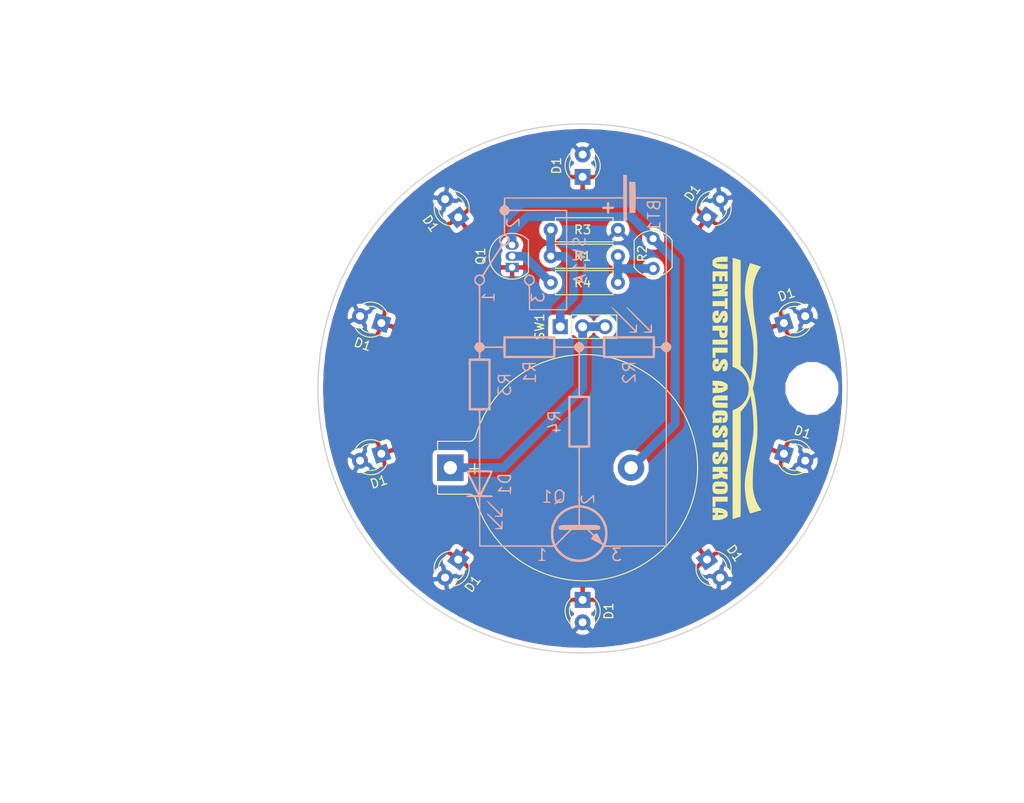
<source format=kicad_pcb>
(kicad_pcb (version 20171130) (host pcbnew "(5.0.0)")

  (general
    (thickness 1.6)
    (drawings 5)
    (tracks 25)
    (zones 0)
    (modules 20)
    (nets 8)
  )

  (page A4)
  (layers
    (0 F.Cu signal)
    (31 B.Cu signal hide)
    (32 B.Adhes user)
    (33 F.Adhes user hide)
    (34 B.Paste user)
    (35 F.Paste user)
    (36 B.SilkS user)
    (37 F.SilkS user)
    (38 B.Mask user)
    (39 F.Mask user)
    (40 Dwgs.User user)
    (41 Cmts.User user hide)
    (42 Eco1.User user hide)
    (43 Eco2.User user hide)
    (44 Edge.Cuts user)
    (45 Margin user hide)
    (46 B.CrtYd user hide)
    (47 F.CrtYd user hide)
    (48 B.Fab user hide)
    (49 F.Fab user hide)
  )

  (setup
    (last_trace_width 1)
    (trace_clearance 0.2)
    (zone_clearance 0.508)
    (zone_45_only no)
    (trace_min 0.2)
    (segment_width 0.2)
    (edge_width 0.15)
    (via_size 0.8)
    (via_drill 0.4)
    (via_min_size 0.4)
    (via_min_drill 0.3)
    (uvia_size 0.3)
    (uvia_drill 0.1)
    (uvias_allowed no)
    (uvia_min_size 0.2)
    (uvia_min_drill 0.1)
    (pcb_text_width 0.3)
    (pcb_text_size 1.5 1.5)
    (mod_edge_width 0.15)
    (mod_text_size 1 1)
    (mod_text_width 0.15)
    (pad_size 1.524 1.524)
    (pad_drill 0.762)
    (pad_to_mask_clearance 0.2)
    (aux_axis_origin 0 0)
    (visible_elements 7FFFFFFF)
    (pcbplotparams
      (layerselection 0x010f0_ffffffff)
      (usegerberextensions true)
      (usegerberattributes false)
      (usegerberadvancedattributes false)
      (creategerberjobfile false)
      (excludeedgelayer true)
      (linewidth 0.100000)
      (plotframeref false)
      (viasonmask false)
      (mode 1)
      (useauxorigin false)
      (hpglpennumber 1)
      (hpglpenspeed 20)
      (hpglpendiameter 15.000000)
      (psnegative false)
      (psa4output false)
      (plotreference true)
      (plotvalue true)
      (plotinvisibletext false)
      (padsonsilk false)
      (subtractmaskfromsilk true)
      (outputformat 1)
      (mirror false)
      (drillshape 0)
      (scaleselection 1)
      (outputdirectory "gerber/"))
  )

  (net 0 "")
  (net 1 "Net-(BT1-Pad2)")
  (net 2 "Net-(BT1-Pad1)")
  (net 3 "Net-(D1-Pad2)")
  (net 4 "Net-(D1-Pad1)")
  (net 5 "Net-(Q1-Pad2)")
  (net 6 "Net-(R1-Pad2)")
  (net 7 "Net-(R1-Pad1)")

  (net_class Default "This is the default net class."
    (clearance 0.2)
    (trace_width 1)
    (via_dia 0.8)
    (via_drill 0.4)
    (uvia_dia 0.3)
    (uvia_drill 0.1)
    (add_net "Net-(BT1-Pad1)")
    (add_net "Net-(BT1-Pad2)")
    (add_net "Net-(D1-Pad1)")
    (add_net "Net-(D1-Pad2)")
    (add_net "Net-(Q1-Pad2)")
    (add_net "Net-(R1-Pad1)")
    (add_net "Net-(R1-Pad2)")
  )

  (module LED_badge:schematic (layer B.Cu) (tedit 0) (tstamp 5C926760)
    (at 135 78 270)
    (fp_text reference G*** (at 0 0 270) (layer B.SilkS) hide
      (effects (font (size 1.524 1.524) (thickness 0.3)) (justify mirror))
    )
    (fp_text value LOGO (at 0.75 0 270) (layer B.SilkS) hide
      (effects (font (size 1.524 1.524) (thickness 0.3)) (justify mirror))
    )
    (fp_poly (pts (xy 16.226433 8.850299) (xy 16.354581 8.755116) (xy 16.55617 8.575912) (xy 16.831586 8.312354)
      (xy 17.022211 8.123797) (xy 17.830517 7.316933) (xy 17.847592 7.680133) (xy 17.86653 7.897517)
      (xy 17.893997 8.008523) (xy 17.924402 8.018777) (xy 17.952149 7.933902) (xy 17.971646 7.759523)
      (xy 17.977556 7.549444) (xy 17.977556 7.083778) (xy 17.523394 7.06757) (xy 17.306918 7.064449)
      (xy 17.13595 7.070575) (xy 17.04013 7.084625) (xy 17.031039 7.089554) (xy 17.009527 7.155928)
      (xy 17.09401 7.20113) (xy 17.279222 7.223079) (xy 17.373353 7.224889) (xy 17.693821 7.224889)
      (xy 16.911302 8.008909) (xy 16.612758 8.313705) (xy 16.388365 8.555277) (xy 16.241013 8.730292)
      (xy 16.173595 8.835418) (xy 16.171344 8.861794) (xy 16.226433 8.850299)) (layer B.SilkS) (width 0.01))
    (fp_poly (pts (xy 14.815322 8.850299) (xy 14.943469 8.755116) (xy 15.145059 8.575912) (xy 15.420474 8.312354)
      (xy 15.6111 8.123797) (xy 16.419406 7.316933) (xy 16.436481 7.680133) (xy 16.455419 7.897517)
      (xy 16.482886 8.008523) (xy 16.51329 8.018777) (xy 16.541038 7.933902) (xy 16.560535 7.759523)
      (xy 16.566445 7.549444) (xy 16.566445 7.083778) (xy 16.112282 7.06757) (xy 15.895807 7.064449)
      (xy 15.724838 7.070575) (xy 15.629019 7.084625) (xy 15.619928 7.089554) (xy 15.598416 7.155928)
      (xy 15.682899 7.20113) (xy 15.868111 7.223079) (xy 15.962242 7.224889) (xy 16.28271 7.224889)
      (xy 15.500191 8.008909) (xy 15.201647 8.313705) (xy 14.977254 8.555277) (xy 14.829902 8.730292)
      (xy 14.762484 8.835418) (xy 14.760233 8.861794) (xy 14.815322 8.850299)) (layer B.SilkS) (width 0.01))
    (fp_poly (pts (xy 13.694733 7.569081) (xy 13.705909 7.412733) (xy 13.71339 7.190696) (xy 13.716 6.936835)
      (xy 13.716 6.272486) (xy 13.899445 6.254798) (xy 14.0244 6.227538) (xy 14.082386 6.184904)
      (xy 14.082889 6.180667) (xy 14.031749 6.154281) (xy 13.899509 6.131619) (xy 13.71794 6.114381)
      (xy 13.518812 6.104269) (xy 13.333898 6.102982) (xy 13.194966 6.112222) (xy 13.136373 6.129998)
      (xy 13.116545 6.197425) (xy 13.19247 6.246046) (xy 13.347315 6.265319) (xy 13.352443 6.265333)
      (xy 13.546667 6.265333) (xy 13.546667 7.341157) (xy 13.376946 7.215677) (xy 13.237118 7.136817)
      (xy 13.152781 7.144642) (xy 13.152728 7.144695) (xy 13.160574 7.212424) (xy 13.259946 7.331991)
      (xy 13.372156 7.435148) (xy 13.517682 7.551221) (xy 13.629523 7.623313) (xy 13.681042 7.636144)
      (xy 13.694733 7.569081)) (layer B.SilkS) (width 0.01))
    (fp_poly (pts (xy 12.192412 7.664741) (xy 12.302715 7.626201) (xy 12.422728 7.529916) (xy 12.502598 7.45051)
      (xy 12.624972 7.318239) (xy 12.692538 7.21053) (xy 12.721522 7.084264) (xy 12.728151 6.896319)
      (xy 12.728223 6.850943) (xy 12.724241 6.647726) (xy 12.702251 6.517212) (xy 12.647184 6.419255)
      (xy 12.543971 6.313708) (xy 12.517385 6.289218) (xy 12.354543 6.161778) (xy 12.203879 6.105324)
      (xy 12.078169 6.096) (xy 11.915884 6.113522) (xy 11.826918 6.159829) (xy 11.821515 6.169686)
      (xy 11.811892 6.252025) (xy 11.806313 6.422691) (xy 11.805168 6.657183) (xy 11.808244 6.886222)
      (xy 11.966223 6.886222) (xy 11.966951 6.615143) (xy 11.972046 6.437301) (xy 11.985875 6.333045)
      (xy 12.012804 6.282723) (xy 12.057201 6.266685) (xy 12.104186 6.265333) (xy 12.23952 6.30146)
      (xy 12.386128 6.389632) (xy 12.40052 6.401557) (xy 12.494654 6.498045) (xy 12.542103 6.605243)
      (xy 12.557986 6.765902) (xy 12.558889 6.849406) (xy 12.549611 7.047132) (xy 12.5108 7.180869)
      (xy 12.425988 7.298757) (xy 12.393107 7.334071) (xy 12.258125 7.443918) (xy 12.126841 7.5035)
      (xy 12.096773 7.507111) (xy 12.039767 7.502934) (xy 12.002367 7.477305) (xy 11.980442 7.410583)
      (xy 11.969862 7.283122) (xy 11.966497 7.075278) (xy 11.966223 6.886222) (xy 11.808244 6.886222)
      (xy 11.808846 6.930999) (xy 11.809175 6.945798) (xy 11.825112 7.648222) (xy 12.051042 7.664897)
      (xy 12.192412 7.664741)) (layer B.SilkS) (width 0.01))
    (fp_poly (pts (xy 2.654225 7.648822) (xy 2.734061 7.602652) (xy 2.724235 7.523293) (xy 2.63212 7.404952)
      (xy 2.586547 7.357984) (xy 2.382856 7.154293) (xy 2.574317 6.986188) (xy 2.72787 6.792366)
      (xy 2.774303 6.584818) (xy 2.712901 6.379509) (xy 2.607467 6.247671) (xy 2.482408 6.150878)
      (xy 2.341845 6.106033) (xy 2.159944 6.096) (xy 1.926034 6.117853) (xy 1.78538 6.181491)
      (xy 1.781513 6.185217) (xy 1.720604 6.28394) (xy 1.745527 6.342575) (xy 1.839621 6.332957)
      (xy 1.862382 6.32193) (xy 2.031801 6.271929) (xy 2.229592 6.268522) (xy 2.407494 6.308197)
      (xy 2.50303 6.368556) (xy 2.584307 6.526871) (xy 2.579041 6.694942) (xy 2.500497 6.839984)
      (xy 2.361938 6.929211) (xy 2.270776 6.942667) (xy 2.146973 6.969464) (xy 2.12229 7.049177)
      (xy 2.196672 7.180783) (xy 2.288263 7.28365) (xy 2.501041 7.501555) (xy 2.124898 7.518444)
      (xy 1.890647 7.537861) (xy 1.765749 7.566539) (xy 1.747617 7.599159) (xy 1.833662 7.630399)
      (xy 2.021294 7.654938) (xy 2.196086 7.664759) (xy 2.477358 7.667594) (xy 2.654225 7.648822)) (layer B.SilkS) (width 0.01))
    (fp_poly (pts (xy 1.003962 7.644066) (xy 1.205153 7.55674) (xy 1.344931 7.421841) (xy 1.412279 7.257581)
      (xy 1.396181 7.082171) (xy 1.285616 6.913824) (xy 1.234345 6.868953) (xy 1.057579 6.730613)
      (xy 1.237383 6.469276) (xy 1.329807 6.316658) (xy 1.379757 6.196882) (xy 1.380902 6.149229)
      (xy 1.327 6.122384) (xy 1.243734 6.180387) (xy 1.124293 6.329653) (xy 1.013216 6.49545)
      (xy 0.881871 6.670209) (xy 0.768908 6.762699) (xy 0.727894 6.773333) (xy 0.665529 6.757888)
      (xy 0.633203 6.693946) (xy 0.621715 6.555096) (xy 0.620889 6.46622) (xy 0.608509 6.280519)
      (xy 0.576701 6.153857) (xy 0.533466 6.102985) (xy 0.486803 6.144652) (xy 0.477554 6.166109)
      (xy 0.4674 6.249895) (xy 0.461388 6.421853) (xy 0.459953 6.657324) (xy 0.463527 6.931651)
      (xy 0.463842 6.945798) (xy 0.470173 7.224889) (xy 0.620889 7.224889) (xy 0.620889 6.942667)
      (xy 0.822156 6.942667) (xy 0.991414 6.958911) (xy 1.127125 6.998291) (xy 1.1326 7.001097)
      (xy 1.22277 7.103182) (xy 1.23311 7.24199) (xy 1.165235 7.37607) (xy 1.11633 7.419244)
      (xy 0.968693 7.482613) (xy 0.805886 7.507111) (xy 0.696402 7.50206) (xy 0.641811 7.467474)
      (xy 0.623007 7.374206) (xy 0.620889 7.224889) (xy 0.470173 7.224889) (xy 0.479778 7.648222)
      (xy 0.752378 7.665609) (xy 1.003962 7.644066)) (layer B.SilkS) (width 0.01))
    (fp_poly (pts (xy 0.994733 4.746858) (xy 1.005909 4.59051) (xy 1.01339 4.368474) (xy 1.016 4.114613)
      (xy 1.016 3.450264) (xy 1.199445 3.432576) (xy 1.3244 3.405316) (xy 1.382386 3.362682)
      (xy 1.382889 3.358444) (xy 1.331749 3.332059) (xy 1.199509 3.309397) (xy 1.01794 3.292159)
      (xy 0.818812 3.282046) (xy 0.633898 3.28076) (xy 0.494966 3.29) (xy 0.436373 3.307776)
      (xy 0.416545 3.375203) (xy 0.49247 3.423824) (xy 0.647315 3.443096) (xy 0.652443 3.443111)
      (xy 0.846667 3.443111) (xy 0.846667 4.518935) (xy 0.676946 4.393455) (xy 0.537118 4.314595)
      (xy 0.452781 4.32242) (xy 0.452728 4.322473) (xy 0.460574 4.390202) (xy 0.559946 4.509769)
      (xy 0.672156 4.612925) (xy 0.817682 4.728999) (xy 0.929523 4.801091) (xy 0.981042 4.813922)
      (xy 0.994733 4.746858)) (layer B.SilkS) (width 0.01))
    (fp_poly (pts (xy -0.350705 4.821844) (xy -0.149514 4.734517) (xy -0.009736 4.599618) (xy 0.057613 4.435359)
      (xy 0.041514 4.259949) (xy -0.06905 4.091602) (xy -0.120321 4.046731) (xy -0.297087 3.90839)
      (xy -0.117283 3.647054) (xy -0.024859 3.494436) (xy 0.02509 3.37466) (xy 0.026235 3.327007)
      (xy -0.027667 3.300161) (xy -0.110933 3.358165) (xy -0.230374 3.50743) (xy -0.34145 3.673227)
      (xy -0.472796 3.847987) (xy -0.585759 3.940477) (xy -0.626773 3.951111) (xy -0.689137 3.935666)
      (xy -0.721463 3.871724) (xy -0.732952 3.732873) (xy -0.733777 3.643998) (xy -0.746158 3.458297)
      (xy -0.777965 3.331635) (xy -0.821201 3.280763) (xy -0.867863 3.32243) (xy -0.877113 3.343887)
      (xy -0.887267 3.427673) (xy -0.893278 3.59963) (xy -0.894714 3.835101) (xy -0.89114 4.109429)
      (xy -0.890825 4.123575) (xy -0.884493 4.402667) (xy -0.733777 4.402667) (xy -0.733777 4.120444)
      (xy -0.532511 4.120444) (xy -0.363252 4.136689) (xy -0.227541 4.176068) (xy -0.222067 4.178875)
      (xy -0.131897 4.28096) (xy -0.121556 4.419768) (xy -0.189432 4.553848) (xy -0.238337 4.597022)
      (xy -0.385974 4.66039) (xy -0.548781 4.684889) (xy -0.658264 4.679837) (xy -0.712855 4.645251)
      (xy -0.73166 4.551984) (xy -0.733777 4.402667) (xy -0.884493 4.402667) (xy -0.874888 4.826)
      (xy -0.602289 4.843387) (xy -0.350705 4.821844)) (layer B.SilkS) (width 0.01))
    (fp_poly (pts (xy 14.940315 2.466751) (xy 14.966713 2.345547) (xy 14.983155 2.161111) (xy 14.986 2.032)
      (xy 14.977524 1.81456) (xy 14.95582 1.659656) (xy 14.92648 1.578227) (xy 14.895093 1.581212)
      (xy 14.867248 1.679547) (xy 14.855593 1.776821) (xy 14.838075 1.975555) (xy 13.769065 1.975555)
      (xy 13.894545 1.805835) (xy 13.973405 1.666006) (xy 13.965581 1.581669) (xy 13.965528 1.581616)
      (xy 13.897798 1.589462) (xy 13.778231 1.688834) (xy 13.675075 1.801045) (xy 13.559001 1.946571)
      (xy 13.48691 2.058411) (xy 13.474079 2.10993) (xy 13.541142 2.123621) (xy 13.69749 2.134797)
      (xy 13.919527 2.142278) (xy 14.173387 2.144889) (xy 14.837737 2.144889) (xy 14.855424 2.328333)
      (xy 14.879267 2.470407) (xy 14.909366 2.512459) (xy 14.940315 2.466751)) (layer B.SilkS) (width 0.01))
    (fp_poly (pts (xy 6.44113 2.042935) (xy 6.439081 1.927656) (xy 6.400851 1.746302) (xy 6.350356 1.581491)
      (xy 6.283166 1.378322) (xy 6.23326 1.216701) (xy 6.209659 1.126124) (xy 6.208889 1.119002)
      (xy 6.258938 1.089659) (xy 6.383742 1.073522) (xy 6.43126 1.072444) (xy 6.575064 1.079239)
      (xy 6.641505 1.120494) (xy 6.666063 1.227516) (xy 6.671149 1.284111) (xy 6.701619 1.440129)
      (xy 6.747539 1.48967) (xy 6.792582 1.432095) (xy 6.81873 1.289893) (xy 6.85206 1.134611)
      (xy 6.92805 1.061445) (xy 6.951409 1.053804) (xy 7.025374 1.001911) (xy 7.011488 0.937783)
      (xy 6.920958 0.90333) (xy 6.911114 0.903111) (xy 6.849345 0.854207) (xy 6.829778 0.708887)
      (xy 6.811573 0.553052) (xy 6.764214 0.473718) (xy 6.69859 0.488713) (xy 6.69654 0.49072)
      (xy 6.671782 0.567024) (xy 6.660511 0.70352) (xy 6.660445 0.714963) (xy 6.660445 0.903111)
      (xy 6.353332 0.903111) (xy 6.176371 0.912953) (xy 6.049232 0.938257) (xy 6.010486 0.960927)
      (xy 6.011999 1.036231) (xy 6.044403 1.187132) (xy 6.098444 1.383718) (xy 6.164868 1.596076)
      (xy 6.234422 1.794294) (xy 6.297852 1.948461) (xy 6.33821 2.020281) (xy 6.40738 2.078392)
      (xy 6.44113 2.042935)) (layer B.SilkS) (width 0.01))
    (fp_poly (pts (xy 5.237295 1.999622) (xy 5.438486 1.912295) (xy 5.578264 1.777396) (xy 5.645613 1.613136)
      (xy 5.629514 1.437727) (xy 5.51895 1.26938) (xy 5.467679 1.224508) (xy 5.290913 1.086168)
      (xy 5.470717 0.824832) (xy 5.563141 0.672213) (xy 5.61309 0.552438) (xy 5.614235 0.504785)
      (xy 5.560333 0.477939) (xy 5.477067 0.535943) (xy 5.357626 0.685208) (xy 5.24655 0.851005)
      (xy 5.115204 1.025765) (xy 5.002241 1.118255) (xy 4.961227 1.128889) (xy 4.898863 1.113444)
      (xy 4.866537 1.049502) (xy 4.855048 0.910651) (xy 4.854223 0.821776) (xy 4.841842 0.636075)
      (xy 4.810035 0.509413) (xy 4.766799 0.458541) (xy 4.720137 0.500208) (xy 4.710887 0.521664)
      (xy 4.700733 0.605451) (xy 4.694722 0.777408) (xy 4.693286 1.012879) (xy 4.69686 1.287207)
      (xy 4.697175 1.301353) (xy 4.703507 1.580444) (xy 4.854223 1.580444) (xy 4.854223 1.298222)
      (xy 5.055489 1.298222) (xy 5.224748 1.314467) (xy 5.360459 1.353846) (xy 5.365933 1.356653)
      (xy 5.456103 1.458738) (xy 5.466444 1.597545) (xy 5.398568 1.731625) (xy 5.349663 1.774799)
      (xy 5.202026 1.838168) (xy 5.039219 1.862667) (xy 4.929736 1.857615) (xy 4.875145 1.823029)
      (xy 4.85634 1.729762) (xy 4.854223 1.580444) (xy 4.703507 1.580444) (xy 4.713112 2.003778)
      (xy 4.985711 2.021165) (xy 5.237295 1.999622)) (layer B.SilkS) (width 0.01))
    (fp_poly (pts (xy 15.147022 1.188001) (xy 15.158584 1.103835) (xy 15.097654 1.014635) (xy 15.021424 0.874674)
      (xy 15.0058 0.672822) (xy 15.00683 0.653975) (xy 14.998738 0.460644) (xy 14.933066 0.312861)
      (xy 14.88237 0.248118) (xy 14.803082 0.1664) (xy 14.717575 0.115974) (xy 14.595004 0.087377)
      (xy 14.404522 0.071149) (xy 14.286223 0.06526) (xy 13.829525 0.04452) (xy 13.631651 0.242393)
      (xy 13.475587 0.446278) (xy 13.446652 0.571862) (xy 13.605483 0.571862) (xy 13.686083 0.405274)
      (xy 13.751835 0.342763) (xy 13.91788 0.266293) (xy 14.147495 0.227073) (xy 14.396653 0.228198)
      (xy 14.621328 0.272758) (xy 14.642083 0.280226) (xy 14.766366 0.373806) (xy 14.820602 0.475359)
      (xy 14.843885 0.626761) (xy 14.822557 0.684805) (xy 14.767303 0.642731) (xy 14.711451 0.544418)
      (xy 14.638761 0.42254) (xy 14.575265 0.36718) (xy 14.559397 0.36891) (xy 14.508931 0.459766)
      (xy 14.544359 0.605971) (xy 14.625269 0.742425) (xy 14.693916 0.860836) (xy 14.711204 0.939411)
      (xy 14.706906 0.94702) (xy 14.635268 0.968958) (xy 14.483961 0.990146) (xy 14.291526 1.005611)
      (xy 14.073541 1.011793) (xy 13.929638 0.995565) (xy 13.822042 0.949757) (xy 13.758334 0.904411)
      (xy 13.629657 0.74607) (xy 13.605483 0.571862) (xy 13.446652 0.571862) (xy 13.430758 0.640841)
      (xy 13.49709 0.835571) (xy 13.625689 0.993422) (xy 13.736256 1.095915) (xy 13.835308 1.153423)
      (xy 13.961698 1.178809) (xy 14.154277 1.184939) (xy 14.204245 1.184986) (xy 14.439734 1.172649)
      (xy 14.639584 1.140332) (xy 14.74222 1.105685) (xy 14.857864 1.058112) (xy 14.935048 1.079833)
      (xy 14.992064 1.135589) (xy 15.091483 1.206128) (xy 15.147022 1.188001)) (layer B.SilkS) (width 0.01))
    (fp_poly (pts (xy 14.745418 -1.782032) (xy 14.912252 -1.870092) (xy 14.932122 -1.888323) (xy 15.043998 -2.034129)
      (xy 15.07773 -2.1826) (xy 15.029225 -2.349072) (xy 14.894391 -2.548882) (xy 14.697281 -2.768404)
      (xy 14.323895 -3.155165) (xy 14.68317 -3.172138) (xy 14.867856 -3.188946) (xy 14.997509 -3.216183)
      (xy 15.042445 -3.245556) (xy 14.991351 -3.276708) (xy 14.859053 -3.300119) (xy 14.677025 -3.314924)
      (xy 14.476743 -3.32026) (xy 14.28968 -3.315261) (xy 14.147313 -3.299065) (xy 14.081745 -3.271927)
      (xy 14.102718 -3.207192) (xy 14.19223 -3.081531) (xy 14.337121 -2.911924) (xy 14.472161 -2.768202)
      (xy 14.689617 -2.534131) (xy 14.826261 -2.356507) (xy 14.888767 -2.220429) (xy 14.883807 -2.110996)
      (xy 14.818052 -2.013307) (xy 14.812635 -2.00781) (xy 14.676548 -1.938823) (xy 14.491729 -1.922164)
      (xy 14.311081 -1.961022) (xy 14.28016 -1.975708) (xy 14.175487 -2.000446) (xy 14.137017 -1.951912)
      (xy 14.181411 -1.858271) (xy 14.199291 -1.838995) (xy 14.344819 -1.763514) (xy 14.541567 -1.745517)
      (xy 14.745418 -1.782032)) (layer B.SilkS) (width 0.01))
    (fp_poly (pts (xy 1.105798 -6.516878) (xy 1.230706 -6.620798) (xy 1.34028 -6.754982) (xy 1.404295 -6.874248)
      (xy 1.411112 -6.909036) (xy 1.373554 -6.990739) (xy 1.27232 -7.129191) (xy 1.124567 -7.30234)
      (xy 1.009114 -7.425724) (xy 0.607117 -7.840306) (xy 0.995003 -7.857153) (xy 1.193176 -7.873357)
      (xy 1.325783 -7.899486) (xy 1.36912 -7.930445) (xy 1.309612 -7.961535) (xy 1.169193 -7.984858)
      (xy 0.979631 -7.999586) (xy 0.772689 -8.004889) (xy 0.580134 -7.99994) (xy 0.433731 -7.983911)
      (xy 0.365615 -7.956605) (xy 0.387114 -7.892422) (xy 0.477698 -7.76645) (xy 0.624708 -7.594755)
      (xy 0.784301 -7.42515) (xy 0.964754 -7.235911) (xy 1.111654 -7.073553) (xy 1.209201 -6.956111)
      (xy 1.241778 -6.902958) (xy 1.195706 -6.809828) (xy 1.084807 -6.708402) (xy 0.950059 -6.629747)
      (xy 0.847474 -6.604) (xy 0.698077 -6.641576) (xy 0.614779 -6.694196) (xy 0.50489 -6.759542)
      (xy 0.444033 -6.739583) (xy 0.451379 -6.657884) (xy 0.513595 -6.569823) (xy 0.692956 -6.450908)
      (xy 0.897269 -6.433751) (xy 1.105798 -6.516878)) (layer B.SilkS) (width 0.01))
    (fp_poly (pts (xy -0.350705 -6.467045) (xy -0.149514 -6.554371) (xy -0.009736 -6.68927) (xy 0.057613 -6.85353)
      (xy 0.041514 -7.02894) (xy -0.06905 -7.197287) (xy -0.120321 -7.242158) (xy -0.297087 -7.380499)
      (xy -0.117283 -7.641835) (xy -0.024859 -7.794453) (xy 0.02509 -7.914229) (xy 0.026235 -7.961882)
      (xy -0.027667 -7.988727) (xy -0.110933 -7.930724) (xy -0.230374 -7.781459) (xy -0.34145 -7.615662)
      (xy -0.472796 -7.440902) (xy -0.585759 -7.348412) (xy -0.626773 -7.337778) (xy -0.689137 -7.353223)
      (xy -0.721463 -7.417165) (xy -0.732952 -7.556015) (xy -0.733777 -7.644891) (xy -0.746158 -7.830592)
      (xy -0.777965 -7.957254) (xy -0.821201 -8.008126) (xy -0.867863 -7.966459) (xy -0.877113 -7.945002)
      (xy -0.887267 -7.861216) (xy -0.893278 -7.689259) (xy -0.894714 -7.453788) (xy -0.89114 -7.17946)
      (xy -0.890825 -7.165314) (xy -0.884493 -6.886222) (xy -0.733777 -6.886222) (xy -0.733777 -7.168445)
      (xy -0.532511 -7.168445) (xy -0.363252 -7.1522) (xy -0.227541 -7.11282) (xy -0.222067 -7.110014)
      (xy -0.131897 -7.007929) (xy -0.121556 -6.869121) (xy -0.189432 -6.735041) (xy -0.238337 -6.691867)
      (xy -0.385974 -6.628498) (xy -0.548781 -6.604) (xy -0.658264 -6.609052) (xy -0.712855 -6.643638)
      (xy -0.73166 -6.736905) (xy -0.733777 -6.886222) (xy -0.884493 -6.886222) (xy -0.874888 -6.462889)
      (xy -0.602289 -6.445502) (xy -0.350705 -6.467045)) (layer B.SilkS) (width 0.01))
    (fp_poly (pts (xy -8.269634 9.44049) (xy -8.254628 9.286205) (xy -8.244525 9.065464) (xy -8.240888 8.805578)
      (xy -8.240888 8.135152) (xy -8.057444 8.117465) (xy -7.932489 8.090205) (xy -7.874503 8.04757)
      (xy -7.874 8.043333) (xy -7.924974 8.016136) (xy -8.056061 7.992982) (xy -8.234505 7.975737)
      (xy -8.42755 7.966269) (xy -8.602441 7.966446) (xy -8.726422 7.978134) (xy -8.764003 7.992596)
      (xy -8.78308 8.060536) (xy -8.70931 8.110428) (xy -8.576224 8.128) (xy -8.410222 8.128)
      (xy -8.410222 9.220123) (xy -8.547154 9.091481) (xy -8.658829 9.014289) (xy -8.745233 9.001102)
      (xy -8.74999 9.00357) (xy -8.754586 9.066723) (xy -8.66556 9.19235) (xy -8.575485 9.289258)
      (xy -8.441903 9.413757) (xy -8.336371 9.491091) (xy -8.287983 9.50511) (xy -8.269634 9.44049)) (layer B.SilkS) (width 0.01))
    (fp_poly (pts (xy -16.637693 6.684634) (xy -16.470859 6.596575) (xy -16.45099 6.578343) (xy -16.339113 6.432538)
      (xy -16.305382 6.284067) (xy -16.353886 6.117594) (xy -16.48872 5.917785) (xy -16.68583 5.698263)
      (xy -17.059216 5.311502) (xy -16.699941 5.294529) (xy -16.515255 5.277721) (xy -16.385602 5.250484)
      (xy -16.340666 5.221111) (xy -16.39176 5.189958) (xy -16.524058 5.166548) (xy -16.706086 5.151743)
      (xy -16.906368 5.146407) (xy -17.093431 5.151405) (xy -17.235799 5.167601) (xy -17.301366 5.19474)
      (xy -17.280393 5.259475) (xy -17.190881 5.385136) (xy -17.04599 5.554743) (xy -16.91095 5.698465)
      (xy -16.693495 5.932536) (xy -16.55685 6.11016) (xy -16.494344 6.246237) (xy -16.499305 6.35567)
      (xy -16.565059 6.45336) (xy -16.570476 6.458857) (xy -16.706563 6.527844) (xy -16.891382 6.544503)
      (xy -17.07203 6.505645) (xy -17.102951 6.490958) (xy -17.207624 6.46622) (xy -17.246094 6.514754)
      (xy -17.2017 6.608395) (xy -17.18382 6.627672) (xy -17.038292 6.703152) (xy -16.841544 6.72115)
      (xy -16.637693 6.684634)) (layer B.SilkS) (width 0.01))
    (fp_poly (pts (xy -7.946579 3.864576) (xy -7.875069 3.814874) (xy -7.893029 3.730856) (xy -7.99312 3.607008)
      (xy -8.004366 3.595308) (xy -8.185312 3.408619) (xy -8.015545 3.245971) (xy -7.881475 3.050051)
      (xy -7.836073 2.825468) (xy -7.88065 2.605475) (xy -7.984323 2.452768) (xy -8.148811 2.352248)
      (xy -8.357673 2.30804) (xy -8.568741 2.321436) (xy -8.739849 2.393728) (xy -8.778318 2.428445)
      (xy -8.844369 2.538889) (xy -8.824185 2.60017) (xy -8.748414 2.617044) (xy -8.694429 2.570614)
      (xy -8.580068 2.506969) (xy -8.410937 2.485448) (xy -8.236943 2.505913) (xy -8.107996 2.568225)
      (xy -8.103809 2.572254) (xy -8.025872 2.715078) (xy -8.019486 2.885594) (xy -8.073455 3.049199)
      (xy -8.17658 3.171293) (xy -8.312557 3.217333) (xy -8.418515 3.247816) (xy -8.431881 3.333423)
      (xy -8.353136 3.465393) (xy -8.295424 3.529747) (xy -8.111491 3.719518) (xy -8.472523 3.736537)
      (xy -8.694013 3.756334) (xy -8.806989 3.785815) (xy -8.814773 3.819266) (xy -8.720685 3.850973)
      (xy -8.528046 3.875222) (xy -8.387354 3.883087) (xy -8.114895 3.885477) (xy -7.946579 3.864576)) (layer B.SilkS) (width 0.01))
    (fp_poly (pts (xy 21.546291 3.026908) (xy 21.572877 2.904686) (xy 21.588295 2.719495) (xy 21.59 2.624667)
      (xy 21.581147 2.416424) (xy 21.558578 2.26592) (xy 21.528284 2.185453) (xy 21.496255 2.18732)
      (xy 21.46848 2.283822) (xy 21.459424 2.356555) (xy 21.441737 2.54) (xy 20.356767 2.54)
      (xy 20.490036 2.398141) (xy 20.576482 2.275139) (xy 20.567842 2.20082) (xy 20.494803 2.20475)
      (xy 20.364462 2.301097) (xy 20.273807 2.388444) (xy 20.154141 2.522204) (xy 20.082957 2.625498)
      (xy 20.074136 2.670432) (xy 20.142821 2.685676) (xy 20.300608 2.698117) (xy 20.523722 2.70644)
      (xy 20.777387 2.709333) (xy 21.441737 2.709333) (xy 21.459424 2.892778) (xy 21.483575 3.033252)
      (xy 21.514527 3.073862) (xy 21.546291 3.026908)) (layer B.SilkS) (width 0.01))
    (fp_poly (pts (xy -10.369818 -0.8726) (xy -10.305155 -1.00454) (xy -10.227728 -1.198306) (xy -10.145257 -1.430154)
      (xy -10.06546 -1.676343) (xy -9.996056 -1.91313) (xy -9.944765 -2.116773) (xy -9.919305 -2.26353)
      (xy -9.925674 -2.328253) (xy -9.980283 -2.340105) (xy -10.040961 -2.257601) (xy -10.074795 -2.183105)
      (xy -10.137883 -2.054018) (xy -10.2116 -1.993768) (xy -10.338445 -1.976353) (xy -10.414 -1.975556)
      (xy -10.574533 -1.983274) (xy -10.664432 -2.022951) (xy -10.72572 -2.119367) (xy -10.749029 -2.173111)
      (xy -10.821091 -2.32079) (xy -10.874878 -2.365207) (xy -10.919258 -2.312678) (xy -10.925032 -2.29845)
      (xy -10.918673 -2.218849) (xy -10.879942 -2.061963) (xy -10.817234 -1.851974) (xy -10.776421 -1.727431)
      (xy -10.593398 -1.727431) (xy -10.583757 -1.781593) (xy -10.487719 -1.804253) (xy -10.416235 -1.806222)
      (xy -10.28203 -1.799351) (xy -10.234372 -1.765523) (xy -10.247145 -1.684912) (xy -10.248926 -1.679222)
      (xy -10.295777 -1.535876) (xy -10.353245 -1.366069) (xy -10.354651 -1.361993) (xy -10.420287 -1.171763)
      (xy -10.491725 -1.410201) (xy -10.542725 -1.575598) (xy -10.58424 -1.702087) (xy -10.593398 -1.727431)
      (xy -10.776421 -1.727431) (xy -10.738941 -1.613064) (xy -10.653458 -1.369413) (xy -10.569179 -1.145202)
      (xy -10.494497 -0.964614) (xy -10.437805 -0.85183) (xy -10.414 -0.826227) (xy -10.369818 -0.8726)) (layer B.SilkS) (width 0.01))
    (fp_poly (pts (xy -11.669888 -0.828486) (xy -11.653408 -0.891366) (xy -11.639924 -1.044107) (xy -11.63084 -1.263693)
      (xy -11.627555 -1.523924) (xy -11.627555 -2.194519) (xy -11.42882 -2.212037) (xy -11.29364 -2.237978)
      (xy -11.220275 -2.278886) (xy -11.217154 -2.286) (xy -11.262074 -2.312293) (xy -11.388626 -2.334962)
      (xy -11.56557 -2.35231) (xy -11.761666 -2.362644) (xy -11.945673 -2.364266) (xy -12.086352 -2.355482)
      (xy -12.150739 -2.336668) (xy -12.169755 -2.268776) (xy -12.095956 -2.218904) (xy -11.962891 -2.201333)
      (xy -11.796888 -2.201333) (xy -11.796888 -1.182731) (xy -11.935517 -1.273564) (xy -12.053319 -1.327612)
      (xy -12.13346 -1.327739) (xy -12.12766 -1.274948) (xy -12.060876 -1.17475) (xy -11.957579 -1.053501)
      (xy -11.842243 -0.937558) (xy -11.739339 -0.853276) (xy -11.67334 -0.827012) (xy -11.669888 -0.828486)) (layer B.SilkS) (width 0.01))
    (fp_poly (pts (xy -12.524236 -0.830519) (xy -12.512647 -0.909672) (xy -12.531395 -1.083024) (xy -12.57859 -1.336586)
      (xy -12.614742 -1.499801) (xy -12.702927 -1.865496) (xy -12.775759 -2.124991) (xy -12.83789 -2.283186)
      (xy -12.893967 -2.344985) (xy -12.948641 -2.315289) (xy -13.006561 -2.199) (xy -13.072376 -2.00102)
      (xy -13.076635 -1.986794) (xy -13.172531 -1.665111) (xy -13.242129 -1.968153) (xy -13.307242 -2.202115)
      (xy -13.369979 -2.324438) (xy -13.431375 -2.33632) (xy -13.486909 -2.252253) (xy -13.539125 -2.103517)
      (xy -13.596987 -1.895113) (xy -13.655212 -1.652769) (xy -13.708517 -1.402209) (xy -13.751619 -1.169158)
      (xy -13.779236 -0.979344) (xy -13.786084 -0.85849) (xy -13.778874 -0.830519) (xy -13.726716 -0.817632)
      (xy -13.672294 -0.88893) (xy -13.612012 -1.052678) (xy -13.542275 -1.317142) (xy -13.513996 -1.439333)
      (xy -13.412181 -1.890889) (xy -13.342893 -1.587847) (xy -13.280624 -1.353769) (xy -13.22234 -1.22869)
      (xy -13.163005 -1.213162) (xy -13.097584 -1.307731) (xy -13.021044 -1.512946) (xy -12.986009 -1.626733)
      (xy -12.893032 -1.939932) (xy -12.790828 -1.463855) (xy -12.718359 -1.153179) (xy -12.655646 -0.946763)
      (xy -12.599375 -0.836737) (xy -12.546235 -0.815232) (xy -12.524236 -0.830519)) (layer B.SilkS) (width 0.01))
    (fp_poly (pts (xy -14.405168 -0.807679) (xy -14.257293 -0.897508) (xy -14.209286 -0.993883) (xy -14.233456 -1.057949)
      (xy -14.30538 -1.057874) (xy -14.353096 -1.022371) (xy -14.475141 -0.967932) (xy -14.641115 -0.966296)
      (xy -14.797523 -1.013235) (xy -14.864363 -1.062778) (xy -14.953146 -1.212301) (xy -14.93281 -1.339282)
      (xy -14.805693 -1.439094) (xy -14.647333 -1.492021) (xy -14.45399 -1.576837) (xy -14.290646 -1.716868)
      (xy -14.187707 -1.881061) (xy -14.167555 -1.982019) (xy -14.218247 -2.139284) (xy -14.350995 -2.265236)
      (xy -14.53681 -2.348877) (xy -14.746704 -2.379208) (xy -14.951686 -2.345233) (xy -15.02952 -2.309037)
      (xy -15.104011 -2.241182) (xy -15.079461 -2.192659) (xy -14.969169 -2.171697) (xy -14.822669 -2.18104)
      (xy -14.579098 -2.183424) (xy -14.418196 -2.125563) (xy -14.342514 -2.026745) (xy -14.354602 -1.906257)
      (xy -14.457012 -1.783384) (xy -14.652296 -1.677415) (xy -14.751826 -1.645471) (xy -14.968553 -1.544577)
      (xy -15.095208 -1.395742) (xy -15.125703 -1.21796) (xy -15.053949 -1.030222) (xy -14.978303 -0.93903)
      (xy -14.807099 -0.8296) (xy -14.602593 -0.785041) (xy -14.405168 -0.807679)) (layer B.SilkS) (width 0.01))
    (fp_poly (pts (xy -18.414469 -4.223422) (xy -18.376058 -4.296836) (xy -18.35673 -4.453078) (xy -18.355584 -4.470251)
      (xy -18.338501 -4.735391) (xy -18.073362 -4.752473) (xy -17.909174 -4.770848) (xy -17.830067 -4.807202)
      (xy -17.808315 -4.875127) (xy -17.808222 -4.882445) (xy -17.826532 -4.95353) (xy -17.899947 -4.991942)
      (xy -18.056188 -5.01127) (xy -18.073362 -5.012416) (xy -18.338501 -5.029498) (xy -18.355584 -5.29413)
      (xy -18.382627 -5.479153) (xy -18.436133 -5.566075) (xy -18.460085 -5.575333) (xy -18.560466 -5.568124)
      (xy -18.587085 -5.552322) (xy -18.611572 -5.475729) (xy -18.625472 -5.331235) (xy -18.626666 -5.271241)
      (xy -18.626666 -5.029741) (xy -18.894777 -5.012537) (xy -19.060058 -4.994314) (xy -19.140164 -4.958563)
      (xy -19.162732 -4.891873) (xy -19.162888 -4.882445) (xy -19.144578 -4.811359) (xy -19.071164 -4.772947)
      (xy -18.914922 -4.753619) (xy -18.897749 -4.752473) (xy -18.632609 -4.735391) (xy -18.615526 -4.470251)
      (xy -18.597152 -4.306064) (xy -18.560798 -4.226956) (xy -18.492873 -4.205204) (xy -18.485555 -4.205111)
      (xy -18.414469 -4.223422)) (layer B.SilkS) (width 0.01))
    (fp_poly (pts (xy 21.308468 -5.389814) (xy 21.479677 -5.500768) (xy 21.580197 -5.665256) (xy 21.624405 -5.874118)
      (xy 21.611009 -6.085186) (xy 21.538717 -6.256294) (xy 21.504 -6.294763) (xy 21.393556 -6.360814)
      (xy 21.332274 -6.34063) (xy 21.3154 -6.264859) (xy 21.36183 -6.210874) (xy 21.425476 -6.096513)
      (xy 21.446997 -5.927382) (xy 21.426532 -5.753388) (xy 21.36422 -5.624441) (xy 21.360191 -5.620254)
      (xy 21.217367 -5.542317) (xy 21.046851 -5.535931) (xy 20.883246 -5.589899) (xy 20.761152 -5.693025)
      (xy 20.715112 -5.829002) (xy 20.684724 -5.934932) (xy 20.599141 -5.9481) (xy 20.466733 -5.869035)
      (xy 20.39979 -5.809051) (xy 20.207112 -5.622299) (xy 20.207112 -5.968707) (xy 20.195185 -6.201942)
      (xy 20.160408 -6.334095) (xy 20.104284 -6.360987) (xy 20.073873 -6.339058) (xy 20.051031 -6.261267)
      (xy 20.039156 -6.107745) (xy 20.03735 -5.912394) (xy 20.044714 -5.709116) (xy 20.060349 -5.531812)
      (xy 20.083357 -5.414383) (xy 20.0991 -5.38743) (xy 20.172636 -5.400292) (xy 20.287319 -5.476716)
      (xy 20.342799 -5.526299) (xy 20.525177 -5.703067) (xy 20.677024 -5.532645) (xy 20.863478 -5.399291)
      (xy 21.086 -5.351203) (xy 21.308468 -5.389814)) (layer B.SilkS) (width 0.01))
    (fp_poly (pts (xy -7.200283 -5.266793) (xy -7.072832 -5.366869) (xy -6.871367 -5.54678) (xy -6.59737 -5.805155)
      (xy -6.252326 -6.140629) (xy -5.837719 -6.551833) (xy -5.837686 -6.551867) (xy -4.465053 -7.923641)
      (xy -4.447971 -7.560154) (xy -4.429032 -7.342654) (xy -4.401562 -7.231543) (xy -4.371157 -7.221211)
      (xy -4.343408 -7.306043) (xy -4.32391 -7.480429) (xy -4.318 -7.690556) (xy -4.318 -8.156222)
      (xy -4.772162 -8.17243) (xy -4.988638 -8.175551) (xy -5.159606 -8.169425) (xy -5.255425 -8.155375)
      (xy -5.264516 -8.150446) (xy -5.286025 -8.084068) (xy -5.201594 -8.038851) (xy -5.016556 -8.016908)
      (xy -4.923006 -8.015111) (xy -4.603342 -8.015111) (xy -5.948748 -6.665427) (xy -6.345793 -6.263881)
      (xy -6.674668 -5.924403) (xy -6.932569 -5.650043) (xy -7.116691 -5.44385) (xy -7.22423 -5.308875)
      (xy -7.252381 -5.248167) (xy -7.252236 -5.247917) (xy -7.200283 -5.266793)) (layer B.SilkS) (width 0.01))
    (fp_poly (pts (xy -7.200283 -6.960126) (xy -7.072832 -7.060203) (xy -6.871367 -7.240113) (xy -6.59737 -7.498489)
      (xy -6.252326 -7.833963) (xy -5.837719 -8.245167) (xy -5.837686 -8.2452) (xy -4.465053 -9.616975)
      (xy -4.447971 -9.253487) (xy -4.429032 -9.035987) (xy -4.401562 -8.924877) (xy -4.371157 -8.914544)
      (xy -4.343408 -8.999376) (xy -4.32391 -9.173762) (xy -4.318 -9.383889) (xy -4.318 -9.849556)
      (xy -4.772162 -9.865764) (xy -4.988638 -9.868884) (xy -5.159606 -9.862758) (xy -5.255425 -9.848709)
      (xy -5.264516 -9.84378) (xy -5.286025 -9.777401) (xy -5.201594 -9.732184) (xy -5.016556 -9.710242)
      (xy -4.923006 -9.708445) (xy -4.603342 -9.708445) (xy -5.948748 -8.35876) (xy -6.345793 -7.957214)
      (xy -6.674668 -7.617736) (xy -6.932569 -7.343376) (xy -7.116691 -7.137183) (xy -7.22423 -7.002208)
      (xy -7.252381 -6.9415) (xy -7.252236 -6.941251) (xy -7.200283 -6.960126)) (layer B.SilkS) (width 0.01))
    (fp_poly (pts (xy -16.277267 -9.364253) (xy -16.266091 -9.520601) (xy -16.25861 -9.742637) (xy -16.256 -9.996498)
      (xy -16.256 -10.660848) (xy -16.072555 -10.678535) (xy -15.9476 -10.705795) (xy -15.889614 -10.74843)
      (xy -15.889111 -10.752667) (xy -15.940251 -10.779052) (xy -16.072491 -10.801715) (xy -16.25406 -10.818952)
      (xy -16.453188 -10.829065) (xy -16.638102 -10.830352) (xy -16.777034 -10.821112) (xy -16.835627 -10.803335)
      (xy -16.855455 -10.735908) (xy -16.77953 -10.687287) (xy -16.624685 -10.668015) (xy -16.619557 -10.668)
      (xy -16.425333 -10.668) (xy -16.425333 -9.592176) (xy -16.595054 -9.717656) (xy -16.734882 -9.796516)
      (xy -16.819219 -9.788691) (xy -16.819272 -9.788638) (xy -16.811426 -9.720909) (xy -16.712054 -9.601342)
      (xy -16.599844 -9.498186) (xy -16.454318 -9.382112) (xy -16.342477 -9.31002) (xy -16.290958 -9.29719)
      (xy -16.277267 -9.364253)) (layer B.SilkS) (width 0.01))
    (fp_poly (pts (xy -17.374201 -9.293965) (xy -17.223697 -9.316534) (xy -17.14323 -9.346827) (xy -17.145098 -9.378857)
      (xy -17.241599 -9.406632) (xy -17.314333 -9.415687) (xy -17.497777 -9.433375) (xy -17.497777 -10.103801)
      (xy -17.502575 -10.43187) (xy -17.518023 -10.655664) (xy -17.545705 -10.783434) (xy -17.587203 -10.823429)
      (xy -17.631016 -10.798169) (xy -17.645154 -10.730639) (xy -17.656694 -10.573876) (xy -17.664418 -10.351529)
      (xy -17.667111 -10.097724) (xy -17.667111 -9.433375) (xy -17.850555 -9.415687) (xy -17.991029 -9.391536)
      (xy -18.03164 -9.360584) (xy -17.984685 -9.328821) (xy -17.862463 -9.302235) (xy -17.677273 -9.286816)
      (xy -17.582444 -9.285111) (xy -17.374201 -9.293965)) (layer B.SilkS) (width 0.01))
    (fp_poly (pts (xy -18.801733 -9.267767) (xy -18.677351 -9.31345) (xy -18.542518 -9.425749) (xy -18.534312 -9.433674)
      (xy -18.396444 -9.590151) (xy -18.351509 -9.715224) (xy -18.394344 -9.833356) (xy -18.438394 -9.888036)
      (xy -18.496708 -9.967551) (xy -18.484065 -10.035013) (xy -18.410172 -10.121896) (xy -18.304504 -10.303011)
      (xy -18.295761 -10.496027) (xy -18.382533 -10.669145) (xy -18.436723 -10.720348) (xy -18.570029 -10.786318)
      (xy -18.749155 -10.827821) (xy -18.9387 -10.842907) (xy -19.103262 -10.829625) (xy -19.207438 -10.786027)
      (xy -19.22293 -10.763647) (xy -19.232553 -10.681309) (xy -19.238131 -10.510642) (xy -19.23874 -10.385778)
      (xy -19.078222 -10.385778) (xy -19.078222 -10.668) (xy -18.876956 -10.668) (xy -18.707697 -10.651756)
      (xy -18.571986 -10.612376) (xy -18.566511 -10.60957) (xy -18.476341 -10.507485) (xy -18.466001 -10.368677)
      (xy -18.533877 -10.234597) (xy -18.582781 -10.191423) (xy -18.730418 -10.128054) (xy -18.893226 -10.103556)
      (xy -19.002709 -10.108607) (xy -19.0573 -10.143193) (xy -19.076104 -10.236461) (xy -19.078222 -10.385778)
      (xy -19.23874 -10.385778) (xy -19.239276 -10.27615) (xy -19.235599 -10.002334) (xy -19.235269 -9.987536)
      (xy -19.228297 -9.680222) (xy -19.078222 -9.680222) (xy -19.073807 -9.836305) (xy -19.045345 -9.910218)
      (xy -18.970004 -9.932673) (xy -18.889414 -9.934222) (xy -18.696971 -9.892472) (xy -18.597909 -9.820742)
      (xy -18.533748 -9.738506) (xy -18.537584 -9.673766) (xy -18.614784 -9.580011) (xy -18.627222 -9.566742)
      (xy -18.788368 -9.454708) (xy -18.918728 -9.426222) (xy -19.016876 -9.4345) (xy -19.063369 -9.479704)
      (xy -19.077391 -9.592387) (xy -19.078222 -9.680222) (xy -19.228297 -9.680222) (xy -19.219333 -9.285111)
      (xy -18.971756 -9.267379) (xy -18.801733 -9.267767)) (layer B.SilkS) (width 0.01))
    (fp_poly (pts (xy 14.292028 11.154761) (xy 14.314988 11.080439) (xy 14.328915 10.937123) (xy 14.335584 10.708903)
      (xy 14.336889 10.470971) (xy 14.336889 9.765943) (xy 17.145 9.751305) (xy 19.953112 9.736667)
      (xy 19.967579 5.490187) (xy 19.982047 1.243708) (xy 20.200592 1.132215) (xy 20.499287 0.931829)
      (xy 20.799257 0.644776) (xy 21.081926 0.295521) (xy 21.328721 -0.091472) (xy 21.521066 -0.491739)
      (xy 21.595982 -0.705556) (xy 21.661809 -1.028109) (xy 21.69393 -1.415181) (xy 21.692382 -1.823563)
      (xy 21.657204 -2.210044) (xy 21.59439 -2.511778) (xy 21.441662 -2.906556) (xy 21.223705 -3.30244)
      (xy 20.959202 -3.674794) (xy 20.666836 -3.998982) (xy 20.365291 -4.25037) (xy 20.200659 -4.349514)
      (xy 19.982181 -4.460973) (xy 19.967646 -8.001931) (xy 19.953112 -11.542889) (xy -2.085692 -11.571395)
      (xy -2.17269 -11.739631) (xy -2.300603 -11.898432) (xy -2.480541 -12.020713) (xy -2.665828 -12.076188)
      (xy -2.692419 -12.076851) (xy -2.814467 -12.048958) (xy -2.948512 -11.990754) (xy -3.086875 -11.878329)
      (xy -3.189753 -11.739203) (xy -3.276481 -11.57149) (xy -11.473685 -11.557189) (xy -19.670888 -11.542889)
      (xy -19.685802 -9.780466) (xy -19.700715 -8.018043) (xy -20.560691 -8.002466) (xy -21.420666 -7.986889)
      (xy -21.437492 -7.633303) (xy -21.454317 -7.279717) (xy -19.687714 -7.294637) (xy -17.921111 -7.309556)
      (xy -17.921111 -7.986889) (xy -19.529777 -8.018211) (xy -19.529777 -11.401778) (xy -3.276676 -11.401778)
      (xy -3.189605 -11.2334) (xy -3.074211 -11.084502) (xy -2.934155 -10.97795) (xy -2.839756 -10.920642)
      (xy -2.789358 -10.850925) (xy -2.769267 -10.734454) (xy -2.765777 -10.555636) (xy -2.765777 -10.220394)
      (xy -3.344333 -10.204308) (xy -3.922888 -10.188222) (xy -3.922888 -4.572) (xy -3.668888 -4.572)
      (xy -3.668888 -9.934222) (xy -1.693333 -9.934222) (xy -1.693333 -4.572) (xy -3.668888 -4.572)
      (xy -3.922888 -4.572) (xy -3.922888 -4.318) (xy -3.344333 -4.301914) (xy -2.765777 -4.285829)
      (xy -2.765777 -2.204232) (xy -2.596444 -2.204232) (xy -2.596444 -4.285829) (xy -2.017888 -4.301914)
      (xy -1.439333 -4.318) (xy -1.439333 -10.188222) (xy -2.017888 -10.204308) (xy -2.596444 -10.220394)
      (xy -2.596444 -10.555636) (xy -2.592178 -10.745792) (xy -2.570253 -10.857474) (xy -2.516972 -10.925028)
      (xy -2.428066 -10.97795) (xy -2.279168 -11.093344) (xy -2.172617 -11.2334) (xy -2.085545 -11.401778)
      (xy 19.812 -11.401778) (xy 19.812 -4.583838) (xy 19.459223 -4.697157) (xy 19.126766 -4.772139)
      (xy 18.7311 -4.812529) (xy 18.314525 -4.817821) (xy 17.919337 -4.787514) (xy 17.587835 -4.721104)
      (xy 17.582445 -4.719495) (xy 17.061301 -4.507879) (xy 16.574052 -4.204032) (xy 16.142352 -3.825211)
      (xy 15.787853 -3.388672) (xy 15.668139 -3.193958) (xy 15.467461 -2.74377) (xy 15.319917 -2.212268)
      (xy 15.265569 -1.905) (xy 15.234885 -1.693333) (xy 15.5123 -1.693333) (xy 15.549301 -1.933222)
      (xy 15.678987 -2.502441) (xy 15.884808 -2.998237) (xy 16.174855 -3.437265) (xy 16.403247 -3.690976)
      (xy 16.84901 -4.058894) (xy 17.352529 -4.330399) (xy 17.909225 -4.503198) (xy 18.090445 -4.536145)
      (xy 18.324372 -4.55107) (xy 18.621464 -4.541058) (xy 18.935742 -4.51) (xy 19.221223 -4.461785)
      (xy 19.348006 -4.429751) (xy 19.504665 -4.372368) (xy 19.598544 -4.316852) (xy 19.61175 -4.285417)
      (xy 19.549893 -4.238875) (xy 19.408776 -4.155577) (xy 19.210662 -4.048136) (xy 19.021778 -3.951111)
      (xy 18.793956 -3.833723) (xy 18.60521 -3.730712) (xy 18.477663 -3.654517) (xy 18.434248 -3.620756)
      (xy 18.443208 -3.545179) (xy 18.508881 -3.433963) (xy 18.511542 -3.430552) (xy 18.620656 -3.291836)
      (xy 18.341439 -3.016818) (xy 18.062223 -2.741799) (xy 18.062223 -3.306944) (xy 18.056841 -3.602549)
      (xy 18.036359 -3.802989) (xy 17.994267 -3.925661) (xy 17.924059 -3.987962) (xy 17.819227 -4.007288)
      (xy 17.800134 -4.007556) (xy 17.701861 -3.995506) (xy 17.627091 -3.950629) (xy 17.57274 -3.859836)
      (xy 17.535722 -3.710037) (xy 17.512951 -3.488142) (xy 17.501341 -3.181061) (xy 17.497807 -2.775705)
      (xy 17.497778 -2.724996) (xy 17.497778 -1.693333) (xy 15.5123 -1.693333) (xy 15.234885 -1.693333)
      (xy 8.752838 -1.693333) (xy 8.736753 -2.271889) (xy 8.720667 -2.850445) (xy 2.850445 -2.850445)
      (xy 2.818273 -1.693333) (xy -2.085545 -1.693333) (xy -2.172617 -1.861711) (xy -2.28801 -2.01061)
      (xy -2.428066 -2.117161) (xy -2.596444 -2.204232) (xy -2.765777 -2.204232) (xy -2.934155 -2.117161)
      (xy -3.088844 -1.993143) (xy -3.211969 -1.817951) (xy -3.272076 -1.638676) (xy -3.273777 -1.608667)
      (xy -3.22886 -1.433826) (xy -3.115075 -1.254309) (xy -2.963876 -1.117209) (xy -2.934155 -1.100173)
      (xy -2.765777 -1.013101) (xy -2.765777 1.068495) (xy -3.344333 1.084581) (xy -3.922888 1.100667)
      (xy -3.922888 6.716889) (xy -3.668888 6.716889) (xy -3.668888 1.354667) (xy -1.693333 1.354667)
      (xy -1.693333 6.716889) (xy -3.668888 6.716889) (xy -3.922888 6.716889) (xy -3.922888 6.970889)
      (xy -3.344333 6.986975) (xy -2.765777 7.00306) (xy -2.765777 9.084656) (xy -2.596444 9.084656)
      (xy -2.596444 7.00306) (xy -2.017888 6.986975) (xy -1.439333 6.970889) (xy -1.439333 1.100667)
      (xy -2.017888 1.084581) (xy -2.596444 1.068495) (xy -2.596444 -1.013101) (xy -2.428066 -1.100173)
      (xy -2.279168 -1.215566) (xy -2.172617 -1.355622) (xy -2.085545 -1.524) (xy 2.818273 -1.524)
      (xy 2.834359 -0.945445) (xy 2.843382 -0.620889) (xy 3.104445 -0.620889) (xy 3.104445 -2.596445)
      (xy 8.466667 -2.596445) (xy 8.466667 -0.620889) (xy 3.104445 -0.620889) (xy 2.843382 -0.620889)
      (xy 2.850445 -0.366889) (xy 8.720667 -0.366889) (xy 8.736753 -0.945445) (xy 8.752838 -1.524)
      (xy 15.233083 -1.524) (xy 15.520889 -1.524) (xy 17.497778 -1.524) (xy 17.497778 -0.763284)
      (xy 18.062223 -0.763284) (xy 18.062223 -2.515312) (xy 18.399591 -2.849159) (xy 18.736959 -3.183007)
      (xy 18.87519 -3.053146) (xy 18.985422 -2.975428) (xy 19.069987 -2.959019) (xy 19.075782 -2.961825)
      (xy 19.124037 -3.024885) (xy 19.209615 -3.168321) (xy 19.32051 -3.370968) (xy 19.444716 -3.61166)
      (xy 19.447321 -3.61685) (xy 19.568234 -3.853342) (xy 19.672083 -4.047863) (xy 19.748168 -4.180963)
      (xy 19.785786 -4.233193) (xy 19.786498 -4.233333) (xy 19.850875 -4.209909) (xy 19.976685 -4.151118)
      (xy 20.031864 -4.123462) (xy 20.250822 -3.977252) (xy 20.494537 -3.759464) (xy 20.736124 -3.498904)
      (xy 20.948701 -3.22438) (xy 21.096237 -2.982893) (xy 21.306835 -2.45205) (xy 21.413123 -1.897272)
      (xy 21.415402 -1.335079) (xy 21.313974 -0.781992) (xy 21.10914 -0.25453) (xy 21.044207 -0.132844)
      (xy 20.885952 0.102794) (xy 20.676203 0.354039) (xy 20.443045 0.591988) (xy 20.214565 0.787737)
      (xy 20.037264 0.903373) (xy 19.831339 1.008428) (xy 18.062223 -0.763284) (xy 17.497778 -0.763284)
      (xy 17.497778 -0.520559) (xy 17.5008 -0.108475) (xy 17.511984 0.20401) (xy 17.534507 0.430078)
      (xy 17.571545 0.582908) (xy 17.626278 0.675681) (xy 17.70188 0.721577) (xy 17.800134 0.733778)
      (xy 17.910615 0.719436) (xy 17.985562 0.664818) (xy 18.031466 0.552537) (xy 18.054819 0.365207)
      (xy 18.062112 0.085438) (xy 18.062223 0.031774) (xy 18.062223 -0.534762) (xy 18.882237 0.282952)
      (xy 19.702251 1.100667) (xy 19.376126 1.207453) (xy 19.053944 1.279609) (xy 18.668877 1.315055)
      (xy 18.26491 1.313454) (xy 17.886027 1.27447) (xy 17.645475 1.220703) (xy 17.117376 1.00478)
      (xy 16.641429 0.688864) (xy 16.403247 0.473642) (xy 16.048601 0.050251) (xy 15.788162 -0.420991)
      (xy 15.615537 -0.953324) (xy 15.554692 -1.284111) (xy 15.520889 -1.524) (xy 15.233083 -1.524)
      (xy 15.269199 -1.255889) (xy 15.403264 -0.656958) (xy 15.633108 -0.106262) (xy 15.950698 0.386622)
      (xy 16.348001 0.812115) (xy 16.816982 1.160638) (xy 17.349609 1.422614) (xy 17.582445 1.502161)
      (xy 17.912332 1.56926) (xy 18.306707 1.600246) (xy 18.723271 1.595623) (xy 19.119725 1.555894)
      (xy 19.453772 1.481562) (xy 19.459223 1.479824) (xy 19.812 1.366504) (xy 19.812 9.595555)
      (xy 14.336889 9.595555) (xy 14.336889 8.885861) (xy 14.335607 8.591523) (xy 14.330091 8.392557)
      (xy 14.317838 8.271458) (xy 14.296346 8.210722) (xy 14.263111 8.192845) (xy 14.238112 8.195093)
      (xy 14.194345 8.216542) (xy 14.164373 8.273942) (xy 14.144792 8.386644) (xy 14.132196 8.574002)
      (xy 14.123384 8.847268) (xy 14.107434 9.480519) (xy 12.791336 8.823178) (xy 12.357877 8.609875)
      (xy 11.995133 8.438022) (xy 11.709698 8.310528) (xy 11.508165 8.2303) (xy 11.397127 8.200247)
      (xy 11.382064 8.201591) (xy 11.341992 8.231867) (xy 11.315107 8.298873) (xy 11.29894 8.421543)
      (xy 11.291024 8.618811) (xy 11.28889 8.909611) (xy 11.288889 8.916451) (xy 11.288889 9.031111)
      (xy 11.514667 9.031111) (xy 11.518597 8.794582) (xy 11.529193 8.60743) (xy 11.544668 8.493376)
      (xy 11.557 8.469673) (xy 11.617641 8.49504) (xy 11.763676 8.564355) (xy 11.979981 8.670188)
      (xy 12.251429 8.805111) (xy 12.562895 8.961693) (xy 12.7 9.031111) (xy 13.800667 9.589543)
      (xy 11.514667 9.595555) (xy 11.514667 9.031111) (xy 11.288889 9.031111) (xy 11.288889 9.595555)
      (xy 4.519505 9.595555) (xy 4.503419 9.017) (xy 4.487334 8.438444) (xy -1.382888 8.438444)
      (xy -1.398974 9.017) (xy -1.41506 9.595555) (xy -1.750302 9.595555) (xy -1.940458 9.59129)
      (xy -2.05214 9.569364) (xy -2.119695 9.516084) (xy -2.172617 9.427178) (xy -2.28801 9.278279)
      (xy -2.428066 9.171728) (xy -2.596444 9.084656) (xy -2.765777 9.084656) (xy -2.934155 9.171728)
      (xy -3.083054 9.287122) (xy -3.189605 9.427178) (xy -3.276676 9.595556) (xy -9.654794 9.595556)
      (xy -9.706383 9.459865) (xy -9.839624 9.251589) (xy -10.03788 9.112182) (xy -10.271188 9.053742)
      (xy -10.509581 9.088366) (xy -10.566079 9.112789) (xy -10.699648 9.172222) (xy -10.790815 9.200142)
      (xy -10.795926 9.200444) (xy -10.854634 9.171141) (xy -10.997143 9.08785) (xy -11.212211 8.957498)
      (xy -11.488596 8.787012) (xy -11.815054 8.583319) (xy -12.180344 8.353346) (xy -12.508809 8.145031)
      (xy -12.952694 7.861981) (xy -13.310137 7.632121) (xy -13.590368 7.448718) (xy -13.802616 7.305042)
      (xy -13.956113 7.194358) (xy -14.060089 7.109934) (xy -14.123773 7.045039) (xy -14.156395 6.99294)
      (xy -14.167186 6.946903) (xy -14.167555 6.93515) (xy -14.21565 6.65934) (xy -14.350381 6.437251)
      (xy -14.557416 6.287292) (xy -14.708798 6.239893) (xy -14.955782 6.246654) (xy -15.180941 6.347956)
      (xy -15.350294 6.526557) (xy -15.379397 6.580139) (xy -15.471074 6.773333) (xy -17.607767 6.773333)
      (xy -17.694839 6.604955) (xy -17.810232 6.456057) (xy -17.950288 6.349506) (xy -18.118666 6.262434)
      (xy -18.118666 -0.112889) (xy -6.999111 -0.112889) (xy -6.999111 3.951111) (xy -9.654794 3.951111)
      (xy -9.706383 3.81542) (xy -9.836714 3.608328) (xy -10.025165 3.474749) (xy -10.245512 3.416113)
      (xy -10.47153 3.433854) (xy -10.676995 3.529405) (xy -10.835682 3.704198) (xy -10.861194 3.752336)
      (xy -10.939475 3.985599) (xy -10.937675 4.014247) (xy -10.780888 4.014247) (xy -10.735706 3.850937)
      (xy -10.653888 3.742357) (xy -10.453663 3.600545) (xy -10.270314 3.56499) (xy -10.085818 3.634593)
      (xy -9.994997 3.702129) (xy -9.852881 3.875692) (xy -9.82266 4.06063) (xy -9.904345 4.253277)
      (xy -9.992928 4.357167) (xy -10.121738 4.467549) (xy -10.233965 4.504645) (xy -10.345705 4.493997)
      (xy -10.538911 4.410545) (xy -10.692086 4.260685) (xy -10.77447 4.07833) (xy -10.780888 4.014247)
      (xy -10.937675 4.014247) (xy -10.926668 4.189324) (xy -10.853924 4.350712) (xy -10.685806 4.532819)
      (xy -10.459123 4.640741) (xy -10.212269 4.65698) (xy -10.190101 4.653295) (xy -9.992033 4.574051)
      (xy -9.81176 4.432252) (xy -9.69193 4.263314) (xy -9.678722 4.228608) (xy -9.662092 4.19555)
      (xy -9.62686 4.169888) (xy -9.559652 4.150485) (xy -9.447096 4.136204) (xy -9.275818 4.12591)
      (xy -9.032446 4.118465) (xy -8.703607 4.112733) (xy -8.275928 4.107577) (xy -8.251506 4.107312)
      (xy -6.858 4.092222) (xy -6.858 -0.254) (xy -18.259777 -0.254) (xy -18.274346 3.004454)
      (xy -18.288916 6.262908) (xy -18.456836 6.349743) (xy -18.605365 6.464927) (xy -18.711827 6.604955)
      (xy -18.766195 6.696072) (xy -18.83135 6.746518) (xy -18.939464 6.768265) (xy -19.122706 6.773283)
      (xy -19.164338 6.773333) (xy -19.529777 6.773333) (xy -19.529777 -6.60184) (xy -18.273888 -6.617031)
      (xy -17.018 -6.632222) (xy -17.018 -7.027333) (xy -22.210888 -7.027333) (xy -22.228407 -6.815667)
      (xy -22.245925 -6.604) (xy -19.699568 -6.604) (xy -19.671054 6.836469) (xy -15.296444 6.836469)
      (xy -15.251261 6.673159) (xy -15.169444 6.564579) (xy -14.969218 6.422767) (xy -14.785869 6.387213)
      (xy -14.601374 6.456816) (xy -14.510553 6.524351) (xy -14.368437 6.697915) (xy -14.338215 6.882852)
      (xy -14.4199 7.075499) (xy -14.508483 7.17939) (xy -14.637294 7.289772) (xy -14.749521 7.326867)
      (xy -14.861261 7.316219) (xy -15.054467 7.232767) (xy -15.207642 7.082907) (xy -15.290025 6.900552)
      (xy -15.296444 6.836469) (xy -19.671054 6.836469) (xy -19.670888 6.914444) (xy -19.233668 6.930926)
      (xy -19.011926 6.941666) (xy -18.874758 6.959851) (xy -18.793874 6.995349) (xy -18.740986 7.05803)
      (xy -18.710601 7.113415) (xy -18.587319 7.266515) (xy -18.412503 7.388884) (xy -18.233692 7.448916)
      (xy -18.203333 7.450667) (xy -18.028492 7.405749) (xy -17.848976 7.291964) (xy -17.711875 7.140765)
      (xy -17.694839 7.111045) (xy -17.607767 6.942667) (xy -15.491449 6.942667) (xy -15.386659 7.137249)
      (xy -15.227315 7.330244) (xy -15.015408 7.447415) (xy -14.780152 7.483045) (xy -14.550759 7.431417)
      (xy -14.398627 7.330595) (xy -14.366094 7.302864) (xy -14.330089 7.28669) (xy -14.280756 7.28735)
      (xy -14.208239 7.310119) (xy -14.10268 7.360271) (xy -13.954224 7.443082) (xy -13.753013 7.563826)
      (xy -13.489192 7.727778) (xy -13.152905 7.940215) (xy -12.734294 8.206409) (xy -12.587547 8.299855)
      (xy -10.893831 9.378455) (xy -10.928383 9.594535) (xy -10.925135 9.679983) (xy -10.780888 9.679983)
      (xy -10.743125 9.543844) (xy -10.653888 9.409493) (xy -10.46556 9.254071) (xy -10.285976 9.207878)
      (xy -10.101114 9.269575) (xy -9.994997 9.346573) (xy -9.852881 9.520137) (xy -9.82266 9.705074)
      (xy -9.904345 9.897721) (xy -9.992928 10.001612) (xy -10.121738 10.111994) (xy -10.233965 10.14909)
      (xy -10.345705 10.138441) (xy -10.53004 10.059998) (xy -10.68252 9.92012) (xy -10.770759 9.752928)
      (xy -10.780888 9.679983) (xy -10.925135 9.679983) (xy -10.919127 9.838033) (xy -10.822993 10.041428)
      (xy -10.662129 10.193893) (xy -10.458684 10.2846) (xy -10.234807 10.30272) (xy -10.012646 10.237426)
      (xy -9.853291 10.120119) (xy -9.746594 9.993072) (xy -9.680191 9.877338) (xy -9.678412 9.872074)
      (xy -9.667688 9.849188) (xy -9.645383 9.829812) (xy -9.602735 9.813655) (xy -9.530985 9.800424)
      (xy -9.421374 9.789827) (xy -9.265143 9.781574) (xy -9.053532 9.775372) (xy -8.777782 9.77093)
      (xy -8.429132 9.767955) (xy -7.998825 9.766156) (xy -7.478099 9.765242) (xy -6.858197 9.764919)
      (xy -6.460534 9.764889) (xy -3.276676 9.764889) (xy -3.189605 9.933267) (xy -3.065587 10.087956)
      (xy -2.890395 10.21108) (xy -2.71112 10.271187) (xy -2.681111 10.272889) (xy -2.50627 10.227971)
      (xy -2.326753 10.114186) (xy -2.189653 9.962987) (xy -2.172617 9.933267) (xy -2.115308 9.838868)
      (xy -2.045591 9.788469) (xy -1.92912 9.768378) (xy -1.750302 9.764889) (xy -1.41506 9.764889)
      (xy -1.398974 10.343444) (xy -1.389951 10.668) (xy -1.128888 10.668) (xy -1.128888 8.692444)
      (xy 4.233334 8.692444) (xy 4.233334 10.668) (xy -1.128888 10.668) (xy -1.389951 10.668)
      (xy -1.382888 10.922) (xy 4.487334 10.922) (xy 4.503419 10.343444) (xy 4.519505 9.764889)
      (xy 11.288889 9.764889) (xy 11.288889 10.329333) (xy 11.514667 10.329333) (xy 11.514667 9.764889)
      (xy 13.800667 9.770901) (xy 12.7 10.329333) (xy 12.376393 10.492708) (xy 12.086542 10.637499)
      (xy 11.845572 10.756278) (xy 11.668609 10.841613) (xy 11.570778 10.886077) (xy 11.557 10.890771)
      (xy 11.53924 10.839638) (xy 11.525147 10.699353) (xy 11.51651 10.49364) (xy 11.514667 10.329333)
      (xy 11.288889 10.329333) (xy 11.288889 10.381161) (xy 11.29198 10.701572) (xy 11.303228 10.925164)
      (xy 11.325596 11.067885) (xy 11.362044 11.145684) (xy 11.415536 11.174513) (xy 11.43651 11.176)
      (xy 11.506727 11.151596) (xy 11.663249 11.082904) (xy 11.891703 10.976702) (xy 12.177714 10.839769)
      (xy 12.50691 10.678884) (xy 12.81336 10.526654) (xy 14.111112 9.877307) (xy 14.111112 10.43737)
      (xy 14.114758 10.745715) (xy 14.12785 10.957546) (xy 14.153615 11.089065) (xy 14.195282 11.156478)
      (xy 14.256078 11.175985) (xy 14.258262 11.176) (xy 14.292028 11.154761)) (layer B.SilkS) (width 0.01))
  )

  (module Package_TO_SOT_THT:TO-92_Inline (layer F.Cu) (tedit 5A1DD157) (tstamp 5C926559)
    (at 129 66.27 90)
    (descr "TO-92 leads in-line, narrow, oval pads, drill 0.75mm (see NXP sot054_po.pdf)")
    (tags "to-92 sc-43 sc-43a sot54 PA33 transistor")
    (path /5C860F3D)
    (fp_text reference Q1 (at 1.27 -3.56 90) (layer F.SilkS)
      (effects (font (size 1 1) (thickness 0.15)))
    )
    (fp_text value Q_NPN_CBE (at 1.27 2.79 90) (layer F.Fab)
      (effects (font (size 1 1) (thickness 0.15)))
    )
    (fp_arc (start 1.27 0) (end 1.27 -2.6) (angle 135) (layer F.SilkS) (width 0.12))
    (fp_arc (start 1.27 0) (end 1.27 -2.48) (angle -135) (layer F.Fab) (width 0.1))
    (fp_arc (start 1.27 0) (end 1.27 -2.6) (angle -135) (layer F.SilkS) (width 0.12))
    (fp_arc (start 1.27 0) (end 1.27 -2.48) (angle 135) (layer F.Fab) (width 0.1))
    (fp_line (start 4 2.01) (end -1.46 2.01) (layer F.CrtYd) (width 0.05))
    (fp_line (start 4 2.01) (end 4 -2.73) (layer F.CrtYd) (width 0.05))
    (fp_line (start -1.46 -2.73) (end -1.46 2.01) (layer F.CrtYd) (width 0.05))
    (fp_line (start -1.46 -2.73) (end 4 -2.73) (layer F.CrtYd) (width 0.05))
    (fp_line (start -0.5 1.75) (end 3 1.75) (layer F.Fab) (width 0.1))
    (fp_line (start -0.53 1.85) (end 3.07 1.85) (layer F.SilkS) (width 0.12))
    (fp_text user %R (at 1.27 -3.56 90) (layer F.Fab)
      (effects (font (size 1 1) (thickness 0.15)))
    )
    (pad 1 thru_hole rect (at 0 0 90) (size 1.05 1.5) (drill 0.75) (layers *.Cu *.Mask)
      (net 4 "Net-(D1-Pad1)"))
    (pad 3 thru_hole oval (at 2.54 0 90) (size 1.05 1.5) (drill 0.75) (layers *.Cu *.Mask)
      (net 1 "Net-(BT1-Pad2)"))
    (pad 2 thru_hole oval (at 1.27 0 90) (size 1.05 1.5) (drill 0.75) (layers *.Cu *.Mask)
      (net 5 "Net-(Q1-Pad2)"))
    (model ${KISYS3DMOD}/Package_TO_SOT_THT.3dshapes/TO-92_Inline.wrl
      (at (xyz 0 0 0))
      (scale (xyz 1 1 1))
      (rotate (xyz 0 0 0))
    )
  )

  (module LED_badge:logo (layer F.Cu) (tedit 0) (tstamp 5C8BE7AC)
    (at 154.5 80 270)
    (fp_text reference G*** (at 0 0 270) (layer F.SilkS) hide
      (effects (font (size 1.524 1.524) (thickness 0.3)))
    )
    (fp_text value LOGO (at 0.5 0 270) (layer F.SilkS) hide
      (effects (font (size 1.524 1.524) (thickness 0.3)))
    )
    (fp_poly (pts (xy 13.824685 -2.700085) (xy 13.836882 -2.663945) (xy 13.855546 -2.605829) (xy 13.87858 -2.532392)
      (xy 13.903888 -2.450288) (xy 13.917507 -2.405529) (xy 13.943941 -2.318753) (xy 13.976683 -2.21207)
      (xy 14.013078 -2.094081) (xy 14.050472 -1.973387) (xy 14.086212 -1.858588) (xy 14.091827 -1.840613)
      (xy 14.121135 -1.745455) (xy 14.146787 -1.659477) (xy 14.167598 -1.586876) (xy 14.182382 -1.531854)
      (xy 14.189953 -1.498608) (xy 14.190554 -1.490897) (xy 14.173123 -1.476486) (xy 14.130346 -1.45551)
      (xy 14.065744 -1.429111) (xy 13.982842 -1.398432) (xy 13.885163 -1.364615) (xy 13.776231 -1.328805)
      (xy 13.659569 -1.292143) (xy 13.538701 -1.255773) (xy 13.41715 -1.220838) (xy 13.298439 -1.188481)
      (xy 13.186093 -1.159844) (xy 13.125824 -1.145525) (xy 12.832029 -1.083653) (xy 12.525094 -1.029763)
      (xy 12.21032 -0.984336) (xy 11.893009 -0.947854) (xy 11.578465 -0.920798) (xy 11.27199 -0.903651)
      (xy 10.978886 -0.896894) (xy 10.704456 -0.90101) (xy 10.53468 -0.91002) (xy 10.348554 -0.926686)
      (xy 10.134493 -0.952339) (xy 9.893032 -0.986885) (xy 9.624706 -1.030229) (xy 9.330049 -1.082277)
      (xy 9.009596 -1.142936) (xy 8.663881 -1.212111) (xy 8.29344 -1.289709) (xy 7.948706 -1.364605)
      (xy 7.865304 -1.382802) (xy 7.777976 -1.401523) (xy 7.699125 -1.418124) (xy 7.657353 -1.426716)
      (xy 7.600369 -1.438364) (xy 7.522541 -1.454423) (xy 7.432269 -1.473154) (xy 7.337949 -1.492815)
      (xy 7.291294 -1.502577) (xy 6.954315 -1.571625) (xy 6.640427 -1.63258) (xy 6.344234 -1.686379)
      (xy 6.060341 -1.733955) (xy 5.783351 -1.776243) (xy 5.507869 -1.814177) (xy 5.446059 -1.822142)
      (xy 5.192099 -1.848719) (xy 4.911974 -1.867362) (xy 4.608326 -1.878093) (xy 4.283794 -1.880934)
      (xy 3.941018 -1.875908) (xy 3.582638 -1.863035) (xy 3.211294 -1.842339) (xy 2.829625 -1.813842)
      (xy 2.659529 -1.798876) (xy 2.459085 -1.77896) (xy 2.245698 -1.755095) (xy 2.025359 -1.728108)
      (xy 1.80406 -1.698823) (xy 1.587791 -1.668069) (xy 1.382545 -1.63667) (xy 1.194312 -1.605453)
      (xy 1.029084 -1.575243) (xy 1.008529 -1.571221) (xy 0.799353 -1.529906) (xy 0.881529 -1.502982)
      (xy 1.057087 -1.439993) (xy 1.244716 -1.36301) (xy 1.433468 -1.276974) (xy 1.612394 -1.186825)
      (xy 1.740647 -1.115331) (xy 1.848865 -1.048338) (xy 1.967319 -0.969132) (xy 2.090464 -0.881896)
      (xy 2.212756 -0.790812) (xy 2.328647 -0.700061) (xy 2.432595 -0.613825) (xy 2.519053 -0.536286)
      (xy 2.554431 -0.501635) (xy 2.636097 -0.418353) (xy 8.593394 -0.418353) (xy 9.096072 -0.418348)
      (xy 9.569729 -0.418333) (xy 10.015226 -0.418303) (xy 10.433425 -0.418254) (xy 10.825187 -0.418183)
      (xy 11.191374 -0.418086) (xy 11.532847 -0.417959) (xy 11.850467 -0.417798) (xy 12.145095 -0.4176)
      (xy 12.417594 -0.417361) (xy 12.668824 -0.417076) (xy 12.899647 -0.416743) (xy 13.110925 -0.416357)
      (xy 13.303517 -0.415915) (xy 13.478287 -0.415413) (xy 13.636096 -0.414847) (xy 13.777804 -0.414213)
      (xy 13.904273 -0.413508) (xy 14.016364 -0.412727) (xy 14.11494 -0.411868) (xy 14.200861 -0.410926)
      (xy 14.274988 -0.409897) (xy 14.338184 -0.408778) (xy 14.391308 -0.407565) (xy 14.435224 -0.406254)
      (xy 14.470792 -0.404841) (xy 14.498873 -0.403323) (xy 14.52033 -0.401696) (xy 14.536023 -0.399955)
      (xy 14.546813 -0.398098) (xy 14.553563 -0.396121) (xy 14.557132 -0.394019) (xy 14.55829 -0.392206)
      (xy 14.568241 -0.358361) (xy 14.585037 -0.301661) (xy 14.606958 -0.227879) (xy 14.632284 -0.142786)
      (xy 14.659294 -0.052155) (xy 14.686269 0.03824) (xy 14.711487 0.122627) (xy 14.733228 0.195234)
      (xy 14.74864 0.24653) (xy 14.769036 0.313006) (xy 14.787807 0.372026) (xy 14.802374 0.41559)
      (xy 14.808368 0.431832) (xy 14.81512 0.46314) (xy 14.810498 0.480302) (xy 14.794842 0.481166)
      (xy 14.750291 0.481997) (xy 14.677833 0.482794) (xy 14.578455 0.483556) (xy 14.453146 0.484281)
      (xy 14.302892 0.484967) (xy 14.128682 0.485613) (xy 13.931503 0.486219) (xy 13.712343 0.486781)
      (xy 13.472189 0.4873) (xy 13.212029 0.487772) (xy 12.93285 0.488198) (xy 12.635641 0.488576)
      (xy 12.321389 0.488903) (xy 11.991082 0.48918) (xy 11.645706 0.489404) (xy 11.28625 0.489573)
      (xy 10.913702 0.489687) (xy 10.529049 0.489744) (xy 10.133278 0.489743) (xy 9.727378 0.489682)
      (xy 9.312336 0.48956) (xy 8.889139 0.489375) (xy 8.635342 0.489235) (xy 2.472765 0.485589)
      (xy 2.434262 0.37353) (xy 2.333632 0.126051) (xy 2.20673 -0.109456) (xy 2.055533 -0.33076)
      (xy 1.882021 -0.535628) (xy 1.68817 -0.721829) (xy 1.475959 -0.88713) (xy 1.247367 -1.029298)
      (xy 1.143 -1.083511) (xy 0.889234 -1.191395) (xy 0.627971 -1.270526) (xy 0.360337 -1.320761)
      (xy 0.087459 -1.341958) (xy -0.189539 -1.333976) (xy -0.46953 -1.296673) (xy -0.50015 -1.290835)
      (xy -0.76102 -1.224895) (xy -1.011386 -1.13232) (xy -1.249254 -1.014649) (xy -1.472628 -0.873422)
      (xy -1.679513 -0.710179) (xy -1.867914 -0.52646) (xy -2.035835 -0.323804) (xy -2.181282 -0.103751)
      (xy -2.279359 0.082177) (xy -2.315499 0.161634) (xy -2.351733 0.246276) (xy -2.383131 0.324347)
      (xy -2.399931 0.369756) (xy -2.442882 0.492982) (xy -8.632265 0.49302) (xy -9.060628 0.492996)
      (xy -9.481366 0.49292) (xy -9.893497 0.492793) (xy -10.296037 0.492617) (xy -10.688005 0.492394)
      (xy -11.068417 0.492126) (xy -11.43629 0.491814) (xy -11.790643 0.491461) (xy -12.130491 0.491067)
      (xy -12.454853 0.490636) (xy -12.762745 0.490168) (xy -13.053185 0.489665) (xy -13.32519 0.48913)
      (xy -13.577777 0.488563) (xy -13.809964 0.487967) (xy -14.020767 0.487344) (xy -14.209205 0.486695)
      (xy -14.374294 0.486021) (xy -14.515051 0.485326) (xy -14.630495 0.48461) (xy -14.719641 0.483876)
      (xy -14.781508 0.483124) (xy -14.815112 0.482358) (xy -14.821334 0.481853) (xy -14.817302 0.46289)
      (xy -14.805449 0.419806) (xy -14.785536 0.351808) (xy -14.757327 0.258099) (xy -14.720583 0.137886)
      (xy -14.675065 -0.009626) (xy -14.651342 -0.08614) (xy -14.622789 -0.178428) (xy -14.597479 -0.260828)
      (xy -14.576679 -0.32917) (xy -14.561653 -0.379286) (xy -14.553667 -0.407005) (xy -14.552706 -0.411111)
      (xy -14.537932 -0.411621) (xy -14.494275 -0.412122) (xy -14.422738 -0.412612) (xy -14.324321 -0.413091)
      (xy -14.200024 -0.413557) (xy -14.050847 -0.414009) (xy -13.877793 -0.414445) (xy -13.68186 -0.414865)
      (xy -13.46405 -0.415267) (xy -13.225364 -0.41565) (xy -12.966803 -0.416013) (xy -12.689366 -0.416355)
      (xy -12.394054 -0.416674) (xy -12.081869 -0.416969) (xy -11.753811 -0.417239) (xy -11.41088 -0.417483)
      (xy -11.054077 -0.417699) (xy -10.684403 -0.417886) (xy -10.302859 -0.418044) (xy -9.910445 -0.418171)
      (xy -9.508161 -0.418265) (xy -9.097009 -0.418326) (xy -8.677989 -0.418352) (xy -8.582059 -0.418353)
      (xy -2.611412 -0.418353) (xy -2.548012 -0.481853) (xy -2.327187 -0.686645) (xy -2.087538 -0.878738)
      (xy -1.834017 -1.054976) (xy -1.571576 -1.212203) (xy -1.305166 -1.347266) (xy -1.039739 -1.457009)
      (xy -0.989472 -1.474861) (xy -0.928159 -1.496847) (xy -0.879789 -1.515741) (xy -0.849781 -1.529323)
      (xy -0.842743 -1.535017) (xy -0.862789 -1.542715) (xy -0.909133 -1.553871) (xy -0.97846 -1.567951)
      (xy -1.067454 -1.584422) (xy -1.172798 -1.602751) (xy -1.291177 -1.622405) (xy -1.419276 -1.642849)
      (xy -1.553777 -1.663551) (xy -1.691365 -1.683977) (xy -1.828724 -1.703594) (xy -1.962538 -1.721868)
      (xy -2.089492 -1.738266) (xy -2.159 -1.746746) (xy -2.459442 -1.780727) (xy -2.741865 -1.808774)
      (xy -3.014118 -1.831399) (xy -3.284051 -1.849109) (xy -3.559513 -1.862414) (xy -3.848356 -1.871822)
      (xy -4.158428 -1.877844) (xy -4.186059 -1.878217) (xy -4.374146 -1.880325) (xy -4.537294 -1.881217)
      (xy -4.680433 -1.880662) (xy -4.808491 -1.878431) (xy -4.926395 -1.874293) (xy -5.039075 -1.868018)
      (xy -5.151458 -1.859377) (xy -5.268472 -1.848139) (xy -5.395046 -1.834074) (xy -5.536107 -1.816954)
      (xy -5.558118 -1.814196) (xy -5.77271 -1.785361) (xy -6.00589 -1.750695) (xy -6.25016 -1.711499)
      (xy -6.498024 -1.669075) (xy -6.741986 -1.624723) (xy -6.974548 -1.579743) (xy -7.188214 -1.535438)
      (xy -7.276353 -1.516034) (xy -7.313511 -1.507891) (xy -7.375863 -1.494477) (xy -7.459357 -1.476652)
      (xy -7.55994 -1.455278) (xy -7.67356 -1.431215) (xy -7.796165 -1.405325) (xy -7.911353 -1.381068)
      (xy -8.237917 -1.312621) (xy -8.537342 -1.250473) (xy -8.811643 -1.194377) (xy -9.062837 -1.144083)
      (xy -9.29294 -1.099345) (xy -9.50397 -1.059914) (xy -9.697942 -1.025543) (xy -9.876873 -0.995983)
      (xy -10.04278 -0.970987) (xy -10.197678 -0.950307) (xy -10.343585 -0.933694) (xy -10.482516 -0.920901)
      (xy -10.616489 -0.911681) (xy -10.74752 -0.905784) (xy -10.877625 -0.902964) (xy -11.008821 -0.902972)
      (xy -11.143124 -0.90556) (xy -11.28255 -0.91048) (xy -11.429117 -0.917486) (xy -11.58484 -0.926327)
      (xy -11.601824 -0.927353) (xy -12.094685 -0.970273) (xy -12.581128 -1.038516) (xy -13.05718 -1.131404)
      (xy -13.518863 -1.248259) (xy -13.574059 -1.264136) (xy -13.650899 -1.286573) (xy -13.709431 -1.303953)
      (xy -13.757325 -1.318828) (xy -13.802249 -1.333749) (xy -13.851875 -1.351266) (xy -13.913871 -1.373932)
      (xy -13.995907 -1.404297) (xy -13.999882 -1.40577) (xy -14.082158 -1.43673) (xy -14.139959 -1.460087)
      (xy -14.177047 -1.478024) (xy -14.197181 -1.492726) (xy -14.204121 -1.506379) (xy -14.201627 -1.521166)
      (xy -14.201056 -1.522658) (xy -14.193953 -1.543324) (xy -14.179243 -1.588054) (xy -14.158357 -1.652426)
      (xy -14.132727 -1.732021) (xy -14.103783 -1.82242) (xy -14.089357 -1.867647) (xy -14.024205 -2.071866)
      (xy -13.967744 -2.248218) (xy -13.920006 -2.396604) (xy -13.881024 -2.516926) (xy -13.850829 -2.609085)
      (xy -13.829453 -2.672983) (xy -13.816928 -2.708521) (xy -13.813493 -2.716428) (xy -13.799963 -2.710658)
      (xy -13.768332 -2.690818) (xy -13.72447 -2.660675) (xy -13.706139 -2.647537) (xy -13.428219 -2.464063)
      (xy -13.129724 -2.301011) (xy -12.812494 -2.159042) (xy -12.478369 -2.038816) (xy -12.129189 -1.940993)
      (xy -11.766793 -1.866234) (xy -11.393022 -1.815198) (xy -11.384304 -1.814309) (xy -11.268764 -1.805357)
      (xy -11.126963 -1.798958) (xy -10.962406 -1.795035) (xy -10.778598 -1.793514) (xy -10.579044 -1.794317)
      (xy -10.367249 -1.797368) (xy -10.146719 -1.802592) (xy -9.920958 -1.809912) (xy -9.693472 -1.819253)
      (xy -9.467767 -1.830537) (xy -9.247346 -1.843689) (xy -9.035715 -1.858633) (xy -8.922138 -1.867773)
      (xy -8.734004 -1.885194) (xy -8.521833 -1.90757) (xy -8.290931 -1.934222) (xy -8.046606 -1.964468)
      (xy -7.794167 -1.997628) (xy -7.538922 -2.033022) (xy -7.286178 -2.06997) (xy -7.041243 -2.107792)
      (xy -7.007412 -2.113193) (xy -6.930151 -2.125014) (xy -6.831186 -2.139288) (xy -6.715597 -2.155357)
      (xy -6.588463 -2.172563) (xy -6.454866 -2.190247) (xy -6.319885 -2.207752) (xy -6.188601 -2.224419)
      (xy -6.066095 -2.239589) (xy -5.957445 -2.252606) (xy -5.867734 -2.26281) (xy -5.80204 -2.269544)
      (xy -5.797176 -2.269984) (xy -5.64949 -2.282863) (xy -5.518846 -2.293501) (xy -5.400075 -2.302099)
      (xy -5.288003 -2.308856) (xy -5.177459 -2.313971) (xy -5.06327 -2.317645) (xy -4.940264 -2.320077)
      (xy -4.803271 -2.321466) (xy -4.647116 -2.322012) (xy -4.466629 -2.321915) (xy -4.452471 -2.321889)
      (xy -4.15556 -2.319996) (xy -3.881857 -2.315334) (xy -3.624793 -2.30761) (xy -3.377795 -2.29653)
      (xy -3.134293 -2.2818) (xy -2.887717 -2.263126) (xy -2.637118 -2.240752) (xy -2.313551 -2.207154)
      (xy -1.987396 -2.167927) (xy -1.663132 -2.123799) (xy -1.34524 -2.075495) (xy -1.038203 -2.023743)
      (xy -0.7465 -1.969268) (xy -0.474614 -1.912799) (xy -0.227024 -1.855061) (xy -0.170369 -1.84075)
      (xy -0.004562 -1.798159) (xy 0.165807 -1.840476) (xy 0.451509 -1.906875) (xy 0.762017 -1.970629)
      (xy 1.092316 -2.030981) (xy 1.437388 -2.087176) (xy 1.792219 -2.138455) (xy 2.151791 -2.184061)
      (xy 2.511089 -2.223238) (xy 2.865095 -2.255229) (xy 2.965824 -2.263037) (xy 3.232771 -2.281452)
      (xy 3.486691 -2.295723) (xy 3.736499 -2.306169) (xy 3.991112 -2.313111) (xy 4.259448 -2.316868)
      (xy 4.489824 -2.317797) (xy 4.705892 -2.317068) (xy 4.907317 -2.314535) (xy 5.097885 -2.309875)
      (xy 5.281379 -2.302763) (xy 5.461585 -2.292876) (xy 5.642288 -2.279889) (xy 5.827273 -2.263478)
      (xy 6.020324 -2.24332) (xy 6.225228 -2.21909) (xy 6.445768 -2.190463) (xy 6.68573 -2.157117)
      (xy 6.948899 -2.118727) (xy 7.126941 -2.092013) (xy 7.385532 -2.053183) (xy 7.618215 -2.018948)
      (xy 7.828539 -1.988873) (xy 8.020052 -1.962521) (xy 8.196302 -1.939457) (xy 8.360838 -1.919244)
      (xy 8.517208 -1.901446) (xy 8.66896 -1.885626) (xy 8.819642 -1.871349) (xy 8.972803 -1.858179)
      (xy 9.129059 -1.8459) (xy 9.327931 -1.832276) (xy 9.537224 -1.820478) (xy 9.753257 -1.81056)
      (xy 9.972347 -1.802574) (xy 10.190811 -1.796572) (xy 10.404966 -1.792607) (xy 10.611129 -1.790732)
      (xy 10.805619 -1.790998) (xy 10.984752 -1.79346) (xy 11.144845 -1.798168) (xy 11.282217 -1.805177)
      (xy 11.385176 -1.813682) (xy 11.671242 -1.852783) (xy 11.963514 -1.910017) (xy 12.253337 -1.9832)
      (xy 12.532058 -2.070149) (xy 12.789647 -2.1681) (xy 12.931702 -2.232167) (xy 13.08518 -2.30903)
      (xy 13.242817 -2.39454) (xy 13.397348 -2.484545) (xy 13.541509 -2.574894) (xy 13.668036 -2.661436)
      (xy 13.717909 -2.698512) (xy 13.801994 -2.763053) (xy 13.824685 -2.700085)) (layer F.SilkS) (width 0.01))
    (fp_poly (pts (xy 14.531458 1.108588) (xy 14.650562 1.257536) (xy 14.749221 1.426661) (xy 14.827847 1.616831)
      (xy 14.886854 1.828915) (xy 14.896854 1.876631) (xy 14.908335 1.940693) (xy 14.917354 2.007046)
      (xy 14.924339 2.081242) (xy 14.929716 2.16883) (xy 14.933911 2.275362) (xy 14.937257 2.402132)
      (xy 14.945342 2.764793) (xy 14.380882 2.756647) (xy 14.376586 2.618442) (xy 14.37229 2.480236)
      (xy 14.104471 2.480236) (xy 14.104471 2.764118) (xy 13.547495 2.764118) (xy 13.555662 2.401794)
      (xy 13.564045 2.190647) (xy 13.569479 2.126284) (xy 14.110118 2.126284) (xy 14.11448 2.15491)
      (xy 14.114979 2.155849) (xy 14.132099 2.160809) (xy 14.171532 2.163614) (xy 14.225758 2.16383)
      (xy 14.243919 2.16332) (xy 14.365941 2.159) (xy 14.370586 2.076851) (xy 14.369715 1.98256)
      (xy 14.358912 1.870527) (xy 14.339824 1.750553) (xy 14.314097 1.632445) (xy 14.28338 1.526004)
      (xy 14.273194 1.49716) (xy 14.256851 1.459488) (xy 14.243086 1.447053) (xy 14.229049 1.460987)
      (xy 14.211888 1.502424) (xy 14.204318 1.524522) (xy 14.187322 1.584187) (xy 14.170246 1.659395)
      (xy 14.153877 1.744596) (xy 14.139001 1.834243) (xy 14.126401 1.922784) (xy 14.116863 2.004671)
      (xy 14.111174 2.074354) (xy 14.110118 2.126284) (xy 13.569479 2.126284) (xy 13.579742 2.004725)
      (xy 13.603792 1.840036) (xy 13.637233 1.692589) (xy 13.681106 1.558392) (xy 13.736449 1.433453)
      (xy 13.804301 1.313782) (xy 13.86089 1.229474) (xy 13.902789 1.171408) (xy 13.937363 1.128898)
      (xy 13.970375 1.099455) (xy 14.007593 1.080591) (xy 14.054782 1.069819) (xy 14.117708 1.064649)
      (xy 14.202137 1.062596) (xy 14.24896 1.062022) (xy 14.485539 1.059235) (xy 14.531458 1.108588)) (layer F.SilkS) (width 0.01))
    (fp_poly (pts (xy 12.849412 2.435412) (xy 13.432118 2.435412) (xy 13.432118 2.764118) (xy 12.297092 2.764118)
      (xy 12.293105 1.946089) (xy 12.292453 1.791577) (xy 12.29203 1.645381) (xy 12.291832 1.510355)
      (xy 12.291853 1.38935) (xy 12.292089 1.285222) (xy 12.292535 1.200823) (xy 12.293185 1.139007)
      (xy 12.294035 1.102627) (xy 12.294595 1.094442) (xy 12.297271 1.082607) (xy 12.303611 1.073938)
      (xy 12.317719 1.067941) (xy 12.343701 1.064124) (xy 12.385659 1.061995) (xy 12.447699 1.061062)
      (xy 12.533926 1.06083) (xy 12.574742 1.060824) (xy 12.849412 1.060824) (xy 12.849412 2.435412)) (layer F.SilkS) (width 0.01))
    (fp_poly (pts (xy 10.29098 1.183751) (xy 10.266745 1.341516) (xy 10.214695 1.48877) (xy 10.135238 1.624369)
      (xy 10.13168 1.62928) (xy 10.05616 1.732787) (xy 10.101791 1.8004) (xy 10.162232 1.910981)
      (xy 10.212152 2.046721) (xy 10.250783 2.204536) (xy 10.277358 2.381339) (xy 10.290535 2.559015)
      (xy 10.298932 2.764794) (xy 10.016554 2.760721) (xy 9.734176 2.756647) (xy 9.723776 2.527571)
      (xy 9.716278 2.396878) (xy 9.706439 2.291288) (xy 9.693513 2.206064) (xy 9.676754 2.136469)
      (xy 9.655417 2.077766) (xy 9.651659 2.069353) (xy 9.626656 2.016579) (xy 9.607535 1.987707)
      (xy 9.587702 1.979488) (xy 9.560561 1.988671) (xy 9.52672 2.007791) (xy 9.458303 2.047886)
      (xy 9.454299 2.402266) (xy 9.450294 2.756647) (xy 9.177618 2.76072) (xy 8.904941 2.764792)
      (xy 8.904941 1.06015) (xy 9.177618 1.064222) (xy 9.450294 1.068294) (xy 9.457765 1.396101)
      (xy 9.465235 1.723908) (xy 9.528547 1.651947) (xy 9.599861 1.551238) (xy 9.658159 1.428044)
      (xy 9.701465 1.287646) (xy 9.727805 1.135326) (xy 9.730048 1.113118) (xy 9.734176 1.068294)
      (xy 10.016451 1.064222) (xy 10.298725 1.060149) (xy 10.29098 1.183751)) (layer F.SilkS) (width 0.01))
    (fp_poly (pts (xy 7.007412 1.373578) (xy 6.846794 1.377818) (xy 6.686176 1.382059) (xy 6.682292 2.073089)
      (xy 6.678407 2.764118) (xy 6.125882 2.764118) (xy 6.125882 2.092987) (xy 6.125686 1.95356)
      (xy 6.125123 1.822892) (xy 6.124235 1.704109) (xy 6.123062 1.600338) (xy 6.121645 1.514704)
      (xy 6.120026 1.450334) (xy 6.118244 1.410354) (xy 6.116813 1.398222) (xy 6.107647 1.387305)
      (xy 6.086712 1.380253) (xy 6.048772 1.376312) (xy 5.988593 1.374731) (xy 5.95246 1.374589)
      (xy 5.797176 1.374589) (xy 5.797176 1.060824) (xy 7.007412 1.060824) (xy 7.007412 1.373578)) (layer F.SilkS) (width 0.01))
    (fp_poly (pts (xy 0.152392 1.156069) (xy 0.252405 1.29066) (xy 0.331063 1.427357) (xy 0.374745 1.524527)
      (xy 0.413181 1.626706) (xy 0.444256 1.728279) (xy 0.468784 1.834281) (xy 0.487579 1.94975)
      (xy 0.501456 2.079723) (xy 0.51123 2.229237) (xy 0.517715 2.403328) (xy 0.517884 2.409603)
      (xy 0.527335 2.764793) (xy -0.037353 2.756647) (xy -0.041649 2.618442) (xy -0.045945 2.480236)
      (xy -0.313765 2.480236) (xy -0.313765 2.764118) (xy -0.870474 2.764118) (xy -0.861753 2.394324)
      (xy -0.85669 2.231647) (xy -0.84941 2.095887) (xy -0.311317 2.095887) (xy -0.309474 2.139089)
      (xy -0.305254 2.153212) (xy -0.287009 2.159705) (xy -0.246319 2.163999) (xy -0.190583 2.165435)
      (xy -0.170485 2.165178) (xy -0.044824 2.162408) (xy -0.045097 2.078528) (xy -0.04951 1.987858)
      (xy -0.06119 1.882811) (xy -0.078588 1.771893) (xy -0.100155 1.66361) (xy -0.124345 1.566467)
      (xy -0.149607 1.488969) (xy -0.15471 1.476438) (xy -0.175849 1.426883) (xy -0.200368 1.483354)
      (xy -0.218435 1.534636) (xy -0.237021 1.604122) (xy -0.255267 1.686321) (xy -0.272314 1.775744)
      (xy -0.287302 1.866901) (xy -0.299372 1.954304) (xy -0.307663 2.032462) (xy -0.311317 2.095887)
      (xy -0.84941 2.095887) (xy -0.84929 2.093665) (xy -0.838733 1.975228) (xy -0.8242 1.871189)
      (xy -0.804871 1.776397) (xy -0.779925 1.685704) (xy -0.748544 1.593961) (xy -0.724364 1.531471)
      (xy -0.666483 1.406174) (xy -0.596594 1.285399) (xy -0.520985 1.179552) (xy -0.488981 1.14199)
      (xy -0.417668 1.063355) (xy -0.172236 1.061573) (xy 0.073196 1.05979) (xy 0.152392 1.156069)) (layer F.SilkS) (width 0.01))
    (fp_poly (pts (xy -4.048757 2.435412) (xy -3.465342 2.435412) (xy -3.469583 2.59603) (xy -3.473824 2.756647)
      (xy -4.038253 2.760563) (xy -4.189409 2.76141) (xy -4.313057 2.761611) (xy -4.411562 2.761104)
      (xy -4.487294 2.759828) (xy -4.542619 2.75772) (xy -4.579905 2.754719) (xy -4.601519 2.750762)
      (xy -4.609829 2.745788) (xy -4.609898 2.745622) (xy -4.611176 2.727538) (xy -4.612245 2.68234)
      (xy -4.613093 2.612795) (xy -4.613709 2.521668) (xy -4.614084 2.411728) (xy -4.614205 2.285742)
      (xy -4.614063 2.146475) (xy -4.613646 1.996696) (xy -4.613234 1.89753) (xy -4.609353 1.068294)
      (xy -4.056529 1.068294) (xy -4.048757 2.435412)) (layer F.SilkS) (width 0.01))
    (fp_poly (pts (xy -4.975412 2.764118) (xy -5.528235 2.764118) (xy -5.528235 1.060824) (xy -4.975412 1.060824)
      (xy -4.975412 2.764118)) (layer F.SilkS) (width 0.01))
    (fp_poly (pts (xy -6.390475 1.068035) (xy -6.23944 1.077032) (xy -6.116099 1.090622) (xy -6.021242 1.108753)
      (xy -5.99495 1.116152) (xy -5.909362 1.15495) (xy -5.839604 1.210236) (xy -5.788131 1.270096)
      (xy -5.752798 1.337369) (xy -5.731948 1.417673) (xy -5.723923 1.516629) (xy -5.725 1.598789)
      (xy -5.728792 1.669745) (xy -5.734635 1.719232) (xy -5.744411 1.755659) (xy -5.760001 1.787438)
      (xy -5.771144 1.805091) (xy -5.829391 1.868703) (xy -5.910305 1.921605) (xy -6.007441 1.959834)
      (xy -6.034032 1.966758) (xy -6.080209 1.974687) (xy -6.14803 1.982654) (xy -6.229271 1.989853)
      (xy -6.315707 1.995479) (xy -6.338794 1.99662) (xy -6.559176 2.006713) (xy -6.559176 2.764118)
      (xy -6.835588 2.764118) (xy -6.92277 2.763735) (xy -6.998676 2.76267) (xy -7.058651 2.761049)
      (xy -7.098042 2.758997) (xy -7.112192 2.756647) (xy -7.11223 2.74074) (xy -7.112274 2.697649)
      (xy -7.11232 2.630074) (xy -7.112368 2.540712) (xy -7.112417 2.432264) (xy -7.112465 2.307427)
      (xy -7.112512 2.168901) (xy -7.112555 2.019384) (xy -7.112583 1.908736) (xy -7.112709 1.374589)
      (xy -6.574118 1.374589) (xy -6.574118 1.703294) (xy -6.476258 1.703294) (xy -6.41305 1.699664)
      (xy -6.359739 1.690023) (xy -6.336216 1.681481) (xy -6.303188 1.655427) (xy -6.284868 1.625452)
      (xy -6.278059 1.58172) (xy -6.275805 1.527381) (xy -6.278126 1.476045) (xy -6.284575 1.442493)
      (xy -6.312328 1.410209) (xy -6.364816 1.387526) (xy -6.438035 1.375863) (xy -6.476258 1.374589)
      (xy -6.574118 1.374589) (xy -7.112709 1.374589) (xy -7.112782 1.068294) (xy -6.772479 1.064033)
      (xy -6.568418 1.063684) (xy -6.390475 1.068035)) (layer F.SilkS) (width 0.01))
    (fp_poly (pts (xy -9.012742 1.221442) (xy -9.008484 1.374589) (xy -9.338235 1.374589) (xy -9.338235 2.764118)
      (xy -9.612157 2.764118) (xy -9.699758 2.763599) (xy -9.776859 2.762156) (xy -9.83856 2.759962)
      (xy -9.87996 2.757189) (xy -9.896039 2.754157) (xy -9.898076 2.737625) (xy -9.899973 2.694224)
      (xy -9.901687 2.626964) (xy -9.903174 2.538859) (xy -9.904392 2.432921) (xy -9.905297 2.312162)
      (xy -9.905846 2.179594) (xy -9.906 2.059392) (xy -9.906 1.374589) (xy -10.235751 1.374589)
      (xy -10.231493 1.221442) (xy -10.227235 1.068294) (xy -9.017 1.068294) (xy -9.012742 1.221442)) (layer F.SilkS) (width 0.01))
    (fp_poly (pts (xy -11.302618 1.101912) (xy -11.270647 1.139222) (xy -11.228741 1.192972) (xy -11.182329 1.255634)
      (xy -11.13684 1.319677) (xy -11.097704 1.377573) (xy -11.070351 1.421792) (xy -11.065583 1.430618)
      (xy -11.045661 1.462533) (xy -11.028514 1.478689) (xy -11.026205 1.479177) (xy -11.020357 1.464842)
      (xy -11.015817 1.424224) (xy -11.012833 1.360905) (xy -11.011656 1.278465) (xy -11.011647 1.27)
      (xy -11.011647 1.060824) (xy -10.458824 1.060824) (xy -10.458824 2.764118) (xy -11.006941 2.764118)
      (xy -11.016728 2.506383) (xy -11.024819 2.356571) (xy -11.03783 2.229949) (xy -11.05751 2.119993)
      (xy -11.085603 2.020181) (xy -11.123857 1.923989) (xy -11.174018 1.824893) (xy -11.220719 1.744383)
      (xy -11.248504 1.701008) (xy -11.271296 1.670126) (xy -11.284079 1.658471) (xy -11.286672 1.672864)
      (xy -11.28906 1.71385) (xy -11.291173 1.778142) (xy -11.292945 1.86245) (xy -11.294307 1.963486)
      (xy -11.295191 2.077962) (xy -11.295528 2.202589) (xy -11.295529 2.211294) (xy -11.295529 2.764118)
      (xy -11.848353 2.764118) (xy -11.848353 1.060824) (xy -11.341562 1.060824) (xy -11.302618 1.101912)) (layer F.SilkS) (width 0.01))
    (fp_poly (pts (xy -12.147176 1.388884) (xy -12.722412 1.397) (xy -12.731004 1.673412) (xy -12.162118 1.673412)
      (xy -12.162118 2.002118) (xy -12.729882 2.002118) (xy -12.729882 2.435412) (xy -12.117294 2.435412)
      (xy -12.117294 2.764118) (xy -13.282706 2.764118) (xy -13.282706 1.060824) (xy -12.147176 1.060824)
      (xy -12.147176 1.388884)) (layer F.SilkS) (width 0.01))
    (fp_poly (pts (xy -14.380882 1.068294) (xy -14.377597 1.165412) (xy -14.376451 1.206767) (xy -14.374932 1.272814)
      (xy -14.373143 1.358368) (xy -14.371189 1.458242) (xy -14.369177 1.567251) (xy -14.367452 1.665942)
      (xy -14.364305 1.812483) (xy -14.359969 1.933312) (xy -14.353904 2.03259) (xy -14.345567 2.114479)
      (xy -14.334417 2.183142) (xy -14.319914 2.242741) (xy -14.301514 2.297438) (xy -14.278677 2.351396)
      (xy -14.27812 2.352607) (xy -14.243437 2.427942) (xy -14.217837 2.368177) (xy -14.186953 2.284675)
      (xy -14.161527 2.189699) (xy -14.141232 2.080372) (xy -14.12574 1.953817) (xy -14.114725 1.807159)
      (xy -14.107861 1.637519) (xy -14.104822 1.442022) (xy -14.104602 1.370853) (xy -14.104471 1.060824)
      (xy -13.551647 1.060824) (xy -13.551647 1.411356) (xy -13.553735 1.606862) (xy -13.560353 1.776579)
      (xy -13.57203 1.924333) (xy -13.589295 2.053947) (xy -13.612678 2.169247) (xy -13.642708 2.274056)
      (xy -13.679915 2.372201) (xy -13.686875 2.388235) (xy -13.720241 2.452577) (xy -13.766978 2.528482)
      (xy -13.82011 2.605628) (xy -13.872657 2.673693) (xy -13.90311 2.708089) (xy -13.956941 2.764118)
      (xy -14.535883 2.764118) (xy -14.589714 2.708089) (xy -14.638157 2.65142) (xy -14.691705 2.578982)
      (xy -14.743382 2.501096) (xy -14.786209 2.428083) (xy -14.805948 2.388235) (xy -14.844387 2.290894)
      (xy -14.875567 2.187543) (xy -14.900018 2.074359) (xy -14.918269 1.947517) (xy -14.93085 1.803192)
      (xy -14.938289 1.637562) (xy -14.941116 1.446802) (xy -14.941176 1.411026) (xy -14.941176 1.060164)
      (xy -14.380882 1.068294)) (layer F.SilkS) (width 0.01))
    (fp_poly (pts (xy 11.386345 1.0514) (xy 11.510049 1.064273) (xy 11.620345 1.085342) (xy 11.709717 1.11408)
      (xy 11.715585 1.116627) (xy 11.804583 1.167207) (xy 11.872459 1.232097) (xy 11.921437 1.314723)
      (xy 11.953743 1.418509) (xy 11.96748 1.504275) (xy 11.973305 1.574684) (xy 11.977617 1.666545)
      (xy 11.980412 1.773119) (xy 11.981689 1.88767) (xy 11.981444 2.00346) (xy 11.979674 2.113751)
      (xy 11.976376 2.211807) (xy 11.971548 2.29089) (xy 11.967828 2.327107) (xy 11.943995 2.446353)
      (xy 11.904871 2.542975) (xy 11.847784 2.619722) (xy 11.770064 2.679342) (xy 11.669043 2.724583)
      (xy 11.550681 2.756405) (xy 11.467438 2.768548) (xy 11.364998 2.775426) (xy 11.253579 2.777041)
      (xy 11.143398 2.773393) (xy 11.044673 2.764483) (xy 10.993914 2.75636) (xy 10.866824 2.721641)
      (xy 10.764842 2.672158) (xy 10.686177 2.606156) (xy 10.629035 2.521882) (xy 10.591625 2.417582)
      (xy 10.578662 2.350023) (xy 10.573488 2.296251) (xy 10.569492 2.218694) (xy 10.566677 2.123426)
      (xy 10.565045 2.016523) (xy 10.564598 1.904059) (xy 10.565338 1.792107) (xy 10.565525 1.781849)
      (xy 11.138589 1.781849) (xy 11.138647 1.908958) (xy 11.138872 2.048929) (xy 11.139619 2.161825)
      (xy 11.141001 2.250453) (xy 11.143129 2.317617) (xy 11.146114 2.366123) (xy 11.150068 2.398775)
      (xy 11.155102 2.418381) (xy 11.159153 2.425637) (xy 11.187646 2.441183) (xy 11.234176 2.449648)
      (xy 11.287717 2.450903) (xy 11.337243 2.444819) (xy 11.371729 2.431267) (xy 11.375342 2.428171)
      (xy 11.388024 2.406018) (xy 11.398077 2.3663) (xy 11.405623 2.307018) (xy 11.410784 2.226171)
      (xy 11.413681 2.121759) (xy 11.414436 1.991784) (xy 11.413171 1.834244) (xy 11.412865 1.81172)
      (xy 11.410943 1.686158) (xy 11.408447 1.587285) (xy 11.404361 1.511914) (xy 11.397669 1.456854)
      (xy 11.387357 1.418917) (xy 11.372408 1.394914) (xy 11.351807 1.381655) (xy 11.324538 1.375952)
      (xy 11.289587 1.374615) (xy 11.273658 1.374589) (xy 11.238161 1.37435) (xy 11.209487 1.37555)
      (xy 11.18691 1.381063) (xy 11.169704 1.393763) (xy 11.157143 1.416524) (xy 11.1485 1.452221)
      (xy 11.143049 1.503728) (xy 11.140064 1.573918) (xy 11.13882 1.665667) (xy 11.138589 1.781849)
      (xy 10.565525 1.781849) (xy 10.567267 1.686743) (xy 10.570388 1.594041) (xy 10.574703 1.520075)
      (xy 10.578353 1.483327) (xy 10.603574 1.366256) (xy 10.647146 1.270267) (xy 10.710886 1.193603)
      (xy 10.796615 1.134511) (xy 10.906153 1.091236) (xy 11.009945 1.067217) (xy 11.128777 1.052345)
      (xy 11.256749 1.047248) (xy 11.386345 1.0514)) (layer F.SilkS) (width 0.01))
    (fp_poly (pts (xy 7.97037 1.050383) (xy 8.124674 1.061468) (xy 8.252444 1.082286) (xy 8.355896 1.114425)
      (xy 8.437249 1.159477) (xy 8.498719 1.219029) (xy 8.542524 1.294672) (xy 8.57088 1.387995)
      (xy 8.585261 1.491196) (xy 8.595473 1.613647) (xy 8.068235 1.613647) (xy 8.06776 1.535206)
      (xy 8.058829 1.463486) (xy 8.031551 1.414278) (xy 7.983677 1.385421) (xy 7.91296 1.374754)
      (xy 7.900718 1.374589) (xy 7.834815 1.383488) (xy 7.79069 1.409206) (xy 7.770489 1.450273)
      (xy 7.769412 1.464599) (xy 7.776136 1.492196) (xy 7.7978 1.52263) (xy 7.836643 1.557549)
      (xy 7.894904 1.598599) (xy 7.974821 1.647428) (xy 8.078634 1.705683) (xy 8.147198 1.742589)
      (xy 8.267387 1.809219) (xy 8.362914 1.868632) (xy 8.437282 1.9236) (xy 8.493994 1.976893)
      (xy 8.536552 2.031282) (xy 8.557646 2.067304) (xy 8.577662 2.10982) (xy 8.589716 2.149506)
      (xy 8.595731 2.196502) (xy 8.59763 2.260949) (xy 8.597686 2.27853) (xy 8.588942 2.397541)
      (xy 8.561215 2.496618) (xy 8.512464 2.578347) (xy 8.44065 2.645315) (xy 8.343734 2.700107)
      (xy 8.232588 2.741385) (xy 8.186245 2.751076) (xy 8.117718 2.75966) (xy 8.034698 2.766743)
      (xy 7.944876 2.771931) (xy 7.855942 2.774829) (xy 7.775587 2.775042) (xy 7.7115 2.772177)
      (xy 7.687235 2.769352) (xy 7.613469 2.754579) (xy 7.535216 2.734114) (xy 7.463774 2.711234)
      (xy 7.410442 2.689216) (xy 7.409804 2.688892) (xy 7.346658 2.644628) (xy 7.287085 2.582069)
      (xy 7.23964 2.511548) (xy 7.21556 2.454239) (xy 7.206681 2.407374) (xy 7.199664 2.341674)
      (xy 7.195544 2.268173) (xy 7.1949 2.233706) (xy 7.194176 2.084294) (xy 7.472169 2.081238)
      (xy 7.750161 2.078182) (xy 7.758738 2.221948) (xy 7.767175 2.310319) (xy 7.781607 2.373484)
      (xy 7.804052 2.415854) (xy 7.836526 2.441841) (xy 7.863968 2.452035) (xy 7.928034 2.457142)
      (xy 7.979849 2.438656) (xy 8.016442 2.401389) (xy 8.03484 2.350154) (xy 8.032073 2.289761)
      (xy 8.00517 2.225024) (xy 8.004659 2.224193) (xy 7.988265 2.19867) (xy 7.97127 2.176117)
      (xy 7.950579 2.154333) (xy 7.923094 2.131114) (xy 7.885721 2.104257) (xy 7.835364 2.07156)
      (xy 7.768926 2.030819) (xy 7.683312 1.979832) (xy 7.575426 1.916395) (xy 7.556497 1.905299)
      (xy 7.43868 1.831181) (xy 7.347471 1.761512) (xy 7.280518 1.69338) (xy 7.235466 1.623873)
      (xy 7.209963 1.55008) (xy 7.201655 1.469088) (xy 7.201647 1.466223) (xy 7.209663 1.376589)
      (xy 7.236446 1.302706) (xy 7.286101 1.23429) (xy 7.300176 1.219285) (xy 7.38519 1.152254)
      (xy 7.493981 1.101908) (xy 7.626851 1.068169) (xy 7.784103 1.050963) (xy 7.96604 1.050213)
      (xy 7.97037 1.050383)) (layer F.SilkS) (width 0.01))
    (fp_poly (pts (xy 5.020097 1.053174) (xy 5.118745 1.058653) (xy 5.202678 1.067809) (xy 5.264503 1.080642)
      (xy 5.264805 1.080734) (xy 5.377869 1.126393) (xy 5.465548 1.187294) (xy 5.528897 1.264866)
      (xy 5.568966 1.360537) (xy 5.586809 1.475735) (xy 5.588 1.519242) (xy 5.588 1.613647)
      (xy 5.083443 1.613647) (xy 5.072925 1.529466) (xy 5.057027 1.457048) (xy 5.028342 1.409505)
      (xy 4.983127 1.383232) (xy 4.917641 1.374623) (xy 4.91218 1.374589) (xy 4.840677 1.382197)
      (xy 4.792133 1.404325) (xy 4.768382 1.439929) (xy 4.766235 1.457612) (xy 4.772683 1.486741)
      (xy 4.793592 1.517986) (xy 4.831307 1.553117) (xy 4.888176 1.593903) (xy 4.966544 1.642115)
      (xy 5.068759 1.699521) (xy 5.132294 1.73369) (xy 5.224411 1.783219) (xy 5.295021 1.822799)
      (xy 5.349353 1.855832) (xy 5.392635 1.885717) (xy 5.430095 1.915854) (xy 5.466961 1.949645)
      (xy 5.472386 1.954874) (xy 5.540387 2.038202) (xy 5.583047 2.133432) (xy 5.601773 2.244111)
      (xy 5.602941 2.283899) (xy 5.590537 2.404914) (xy 5.553475 2.509228) (xy 5.491981 2.596683)
      (xy 5.406283 2.667123) (xy 5.296607 2.720391) (xy 5.163178 2.75633) (xy 5.006224 2.774784)
      (xy 4.89013 2.777312) (xy 4.814268 2.775355) (xy 4.740863 2.771503) (xy 4.680401 2.766397)
      (xy 4.654176 2.76291) (xy 4.518634 2.730962) (xy 4.408504 2.684868) (xy 4.322387 2.623674)
      (xy 4.258883 2.546427) (xy 4.222015 2.468505) (xy 4.211038 2.420896) (xy 4.202715 2.351511)
      (xy 4.197938 2.268404) (xy 4.197384 2.245414) (xy 4.194617 2.084294) (xy 4.758765 2.084294)
      (xy 4.766235 2.227016) (xy 4.775361 2.321818) (xy 4.792637 2.389706) (xy 4.820033 2.432999)
      (xy 4.85952 2.45402) (xy 4.913067 2.45509) (xy 4.953 2.44706) (xy 5.000079 2.425281)
      (xy 5.026432 2.386934) (xy 5.035147 2.327348) (xy 5.035176 2.322707) (xy 5.031498 2.281751)
      (xy 5.018821 2.243194) (xy 4.994687 2.204825) (xy 4.956635 2.164436) (xy 4.902205 2.119814)
      (xy 4.828936 2.068751) (xy 4.734368 2.009035) (xy 4.616042 1.938456) (xy 4.591583 1.924167)
      (xy 4.471837 1.850834) (xy 4.377713 1.784464) (xy 4.306598 1.722231) (xy 4.255881 1.66131)
      (xy 4.222949 1.598877) (xy 4.205189 1.532106) (xy 4.20166 1.502489) (xy 4.205498 1.399325)
      (xy 4.235466 1.308818) (xy 4.291964 1.2305) (xy 4.375393 1.163908) (xy 4.486152 1.108578)
      (xy 4.564979 1.080873) (xy 4.62627 1.067992) (xy 4.709822 1.05878) (xy 4.808241 1.053239)
      (xy 4.914131 1.051369) (xy 5.020097 1.053174)) (layer F.SilkS) (width 0.01))
    (fp_poly (pts (xy 3.293506 1.048788) (xy 3.404278 1.057723) (xy 3.435247 1.062234) (xy 3.567878 1.091903)
      (xy 3.674824 1.133191) (xy 3.758476 1.18748) (xy 3.821225 1.256151) (xy 3.847854 1.300872)
      (xy 3.87093 1.360232) (xy 3.891373 1.437411) (xy 3.906589 1.520343) (xy 3.913984 1.596963)
      (xy 3.914292 1.609912) (xy 3.914588 1.64353) (xy 3.351115 1.64353) (xy 3.341117 1.535961)
      (xy 3.331395 1.463736) (xy 3.31552 1.416414) (xy 3.289361 1.389084) (xy 3.248791 1.376834)
      (xy 3.205422 1.374589) (xy 3.166723 1.374647) (xy 3.136229 1.376948) (xy 3.112917 1.38468)
      (xy 3.095763 1.401032) (xy 3.083743 1.429191) (xy 3.075832 1.472346) (xy 3.071006 1.533686)
      (xy 3.068241 1.616399) (xy 3.066513 1.723672) (xy 3.065432 1.810396) (xy 3.063779 1.965443)
      (xy 3.063539 2.093242) (xy 3.065349 2.196419) (xy 3.069846 2.277596) (xy 3.077667 2.339399)
      (xy 3.089449 2.384452) (xy 3.10583 2.415379) (xy 3.127446 2.434805) (xy 3.154935 2.445355)
      (xy 3.188934 2.449653) (xy 3.220806 2.450353) (xy 3.272611 2.447707) (xy 3.315448 2.440922)
      (xy 3.332211 2.435236) (xy 3.358186 2.407697) (xy 3.376495 2.35603) (xy 3.387492 2.27861)
      (xy 3.391529 2.173813) (xy 3.391564 2.162736) (xy 3.391647 2.017059) (xy 3.242235 2.017059)
      (xy 3.242235 1.731381) (xy 3.574676 1.736014) (xy 3.907118 1.740647) (xy 3.914986 2.749177)
      (xy 3.792485 2.749177) (xy 3.72868 2.748055) (xy 3.686794 2.74361) (xy 3.658912 2.734228)
      (xy 3.637118 2.718291) (xy 3.635962 2.717214) (xy 3.60194 2.685252) (xy 3.530411 2.715886)
      (xy 3.434139 2.746806) (xy 3.318425 2.767587) (xy 3.192133 2.777666) (xy 3.064126 2.776481)
      (xy 2.943268 2.763471) (xy 2.902797 2.755693) (xy 2.780555 2.718515) (xy 2.682712 2.665009)
      (xy 2.607586 2.593429) (xy 2.553496 2.502034) (xy 2.518761 2.38908) (xy 2.511808 2.350374)
      (xy 2.506814 2.3028) (xy 2.50242 2.231653) (xy 2.498865 2.14324) (xy 2.496389 2.043868)
      (xy 2.495232 1.939843) (xy 2.495176 1.912471) (xy 2.495947 1.80827) (xy 2.498099 1.707061)
      (xy 2.501393 1.615151) (xy 2.505589 1.538846) (xy 2.510448 1.484454) (xy 2.511808 1.474568)
      (xy 2.539122 1.358662) (xy 2.583117 1.264515) (xy 2.646076 1.189964) (xy 2.730283 1.132843)
      (xy 2.838023 1.090988) (xy 2.94171 1.067217) (xy 3.049344 1.053665) (xy 3.170902 1.047478)
      (xy 3.293506 1.048788)) (layer F.SilkS) (width 0.01))
    (fp_poly (pts (xy 2.196176 1.699229) (xy 2.195991 1.866855) (xy 2.195342 2.007566) (xy 2.193939 2.124328)
      (xy 2.191489 2.220108) (xy 2.187702 2.297872) (xy 2.182286 2.360588) (xy 2.174948 2.411221)
      (xy 2.165398 2.452739) (xy 2.153345 2.488108) (xy 2.138496 2.520295) (xy 2.120561 2.552266)
      (xy 2.110775 2.568399) (xy 2.059808 2.62671) (xy 1.984895 2.679084) (xy 1.891838 2.722419)
      (xy 1.786438 2.753614) (xy 1.751393 2.760467) (xy 1.66578 2.770718) (xy 1.564036 2.776058)
      (xy 1.455988 2.776581) (xy 1.351461 2.772379) (xy 1.260281 2.763545) (xy 1.21293 2.755386)
      (xy 1.089664 2.720133) (xy 0.992032 2.672406) (xy 0.917356 2.609286) (xy 0.862956 2.527852)
      (xy 0.826152 2.425186) (xy 0.805801 2.311737) (xy 0.802508 2.268303) (xy 0.799698 2.199283)
      (xy 0.797439 2.108967) (xy 0.795798 2.001647) (xy 0.794842 1.881616) (xy 0.794636 1.753167)
      (xy 0.795188 1.628589) (xy 0.799353 1.068294) (xy 1.359647 1.060164) (xy 1.359647 1.722052)
      (xy 1.359583 1.888457) (xy 1.359692 2.027442) (xy 1.360424 2.141467) (xy 1.362231 2.232995)
      (xy 1.365564 2.304486) (xy 1.370874 2.358401) (xy 1.378611 2.397201) (xy 1.389228 2.423347)
      (xy 1.403175 2.4393) (xy 1.420903 2.447521) (xy 1.442864 2.450471) (xy 1.469507 2.450612)
      (xy 1.493135 2.450353) (xy 1.55219 2.447026) (xy 1.588011 2.436124) (xy 1.600612 2.42566)
      (xy 1.60574 2.41422) (xy 1.610144 2.391626) (xy 1.613919 2.355517) (xy 1.617161 2.303533)
      (xy 1.619965 2.233314) (xy 1.622428 2.1425) (xy 1.624644 2.028731) (xy 1.626709 1.889645)
      (xy 1.628588 1.734631) (xy 1.636059 1.068294) (xy 2.196353 1.060164) (xy 2.196176 1.699229)) (layer F.SilkS) (width 0.01))
    (fp_poly (pts (xy -2.562412 1.050543) (xy -2.438799 1.057831) (xy -2.339081 1.069684) (xy -2.257451 1.087371)
      (xy -2.188103 1.112161) (xy -2.125232 1.145322) (xy -2.123413 1.146442) (xy -2.059254 1.194782)
      (xy -2.0124 1.252215) (xy -1.98037 1.323936) (xy -1.960686 1.415139) (xy -1.95218 1.505324)
      (xy -1.945843 1.613647) (xy -2.465294 1.613647) (xy -2.465294 1.547115) (xy -2.473204 1.471785)
      (xy -2.498622 1.419726) (xy -2.544076 1.388416) (xy -2.612099 1.375336) (xy -2.6385 1.374589)
      (xy -2.691148 1.379914) (xy -2.728871 1.399081) (xy -2.742385 1.411262) (xy -2.767255 1.440916)
      (xy -2.778933 1.464258) (xy -2.779059 1.46587) (xy -2.766246 1.49277) (xy -2.730445 1.529489)
      (xy -2.675611 1.572921) (xy -2.605696 1.619961) (xy -2.524657 1.667504) (xy -2.516887 1.671738)
      (xy -2.406687 1.73157) (xy -2.319366 1.779547) (xy -2.251411 1.817829) (xy -2.199312 1.848577)
      (xy -2.159555 1.873953) (xy -2.128628 1.896118) (xy -2.103021 1.917234) (xy -2.079221 1.939462)
      (xy -2.074784 1.943821) (xy -2.033682 1.988056) (xy -1.998479 2.032253) (xy -1.980686 2.059987)
      (xy -1.948183 2.15084) (xy -1.934577 2.256363) (xy -1.941002 2.3672) (xy -1.942453 2.376239)
      (xy -1.971616 2.482578) (xy -2.021208 2.570478) (xy -2.093209 2.642015) (xy -2.1896 2.699263)
      (xy -2.286 2.736293) (xy -2.357183 2.752622) (xy -2.449633 2.764695) (xy -2.555 2.772223)
      (xy -2.664933 2.774915) (xy -2.771081 2.772482) (xy -2.865094 2.764634) (xy -2.908656 2.757894)
      (xy -3.037882 2.724137) (xy -3.142424 2.676096) (xy -3.224626 2.612238) (xy -3.286827 2.531031)
      (xy -3.303802 2.499268) (xy -3.319385 2.46338) (xy -3.329575 2.427258) (xy -3.335487 2.38317)
      (xy -3.33824 2.323384) (xy -3.338924 2.256118) (xy -3.339353 2.084294) (xy -3.059206 2.081377)
      (xy -2.779059 2.078459) (xy -2.779059 2.183084) (xy -2.774326 2.279173) (xy -2.760705 2.355821)
      (xy -2.739063 2.409537) (xy -2.716937 2.433417) (xy -2.672166 2.449196) (xy -2.617976 2.452324)
      (xy -2.567734 2.4432) (xy -2.540244 2.428162) (xy -2.509883 2.381933) (xy -2.499874 2.322022)
      (xy -2.509175 2.266445) (xy -2.523303 2.233361) (xy -2.545011 2.20087) (xy -2.577034 2.166865)
      (xy -2.622106 2.129238) (xy -2.68296 2.085881) (xy -2.762331 2.034688) (xy -2.862953 1.973549)
      (xy -2.973294 1.908656) (xy -3.094009 1.833033) (xy -3.187771 1.76155) (xy -3.256741 1.69162)
      (xy -3.303081 1.620655) (xy -3.328953 1.546068) (xy -3.336522 1.473866) (xy -3.324482 1.368953)
      (xy -3.286574 1.278397) (xy -3.223284 1.202463) (xy -3.135094 1.141416) (xy -3.02249 1.09552)
      (xy -2.885953 1.06504) (xy -2.725968 1.050241) (xy -2.562412 1.050543)) (layer F.SilkS) (width 0.01))
    (fp_poly (pts (xy -7.945653 1.052475) (xy -7.804288 1.072078) (xy -7.687852 1.105676) (xy -7.595234 1.154025)
      (xy -7.525324 1.217883) (xy -7.47701 1.298006) (xy -7.449181 1.395152) (xy -7.440706 1.50425)
      (xy -7.440706 1.613647) (xy -7.948706 1.613647) (xy -7.948706 1.556112) (xy -7.956888 1.477478)
      (xy -7.982557 1.422345) (xy -8.027397 1.388854) (xy -8.093093 1.375143) (xy -8.113059 1.374589)
      (xy -8.180543 1.382296) (xy -8.228392 1.403572) (xy -8.253805 1.435651) (xy -8.253978 1.475765)
      (xy -8.241527 1.501445) (xy -8.222063 1.525421) (xy -8.192277 1.551912) (xy -8.149128 1.582893)
      (xy -8.089577 1.620338) (xy -8.010581 1.666219) (xy -7.9091 1.722512) (xy -7.859059 1.749725)
      (xy -7.735024 1.820082) (xy -7.63678 1.883343) (xy -7.561692 1.941638) (xy -7.50713 1.997098)
      (xy -7.470459 2.051853) (xy -7.461164 2.071726) (xy -7.431734 2.171774) (xy -7.420159 2.280677)
      (xy -7.425893 2.368964) (xy -7.454657 2.477276) (xy -7.50356 2.567056) (xy -7.574151 2.639663)
      (xy -7.667977 2.696457) (xy -7.786586 2.738799) (xy -7.867926 2.757383) (xy -7.962686 2.769956)
      (xy -8.074518 2.776162) (xy -8.191928 2.776023) (xy -8.303423 2.769561) (xy -8.397511 2.756798)
      (xy -8.399733 2.75636) (xy -8.527999 2.722014) (xy -8.630991 2.674448) (xy -8.710874 2.612276)
      (xy -8.769811 2.534116) (xy -8.781308 2.512361) (xy -8.79974 2.471746) (xy -8.812172 2.433772)
      (xy -8.820057 2.390366) (xy -8.824847 2.333452) (xy -8.827996 2.254955) (xy -8.828074 2.252383)
      (xy -8.833383 2.076824) (xy -8.262471 2.076824) (xy -8.262471 2.204304) (xy -8.258446 2.299861)
      (xy -8.24512 2.369508) (xy -8.220614 2.416281) (xy -8.183047 2.443217) (xy -8.130542 2.453351)
      (xy -8.108248 2.45349) (xy -8.048825 2.44052) (xy -8.008221 2.408663) (xy -7.986937 2.36264)
      (xy -7.985473 2.307172) (xy -8.004328 2.246979) (xy -8.044004 2.186784) (xy -8.076515 2.153939)
      (xy -8.112189 2.12636) (xy -8.16787 2.087923) (xy -8.237588 2.042542) (xy -8.315376 1.994132)
      (xy -8.371297 1.960617) (xy -8.498946 1.882788) (xy -8.601384 1.813793) (xy -8.681007 1.751029)
      (xy -8.740213 1.691894) (xy -8.781396 1.633784) (xy -8.806952 1.574096) (xy -8.819279 1.510226)
      (xy -8.821296 1.471706) (xy -8.809251 1.368848) (xy -8.770984 1.279501) (xy -8.707109 1.204036)
      (xy -8.61824 1.14282) (xy -8.504991 1.096224) (xy -8.367978 1.064617) (xy -8.207814 1.048368)
      (xy -8.113059 1.046108) (xy -7.945653 1.052475)) (layer F.SilkS) (width 0.01))
  )

  (module LED_THT:LED_D3.0mm_FlatTop (layer F.Cu) (tedit 5880A862) (tstamp 5C8BDEF0)
    (at 151.106846 60.583592 54)
    (descr "LED, Round, FlatTop, diameter 3.0mm, 2 pins, http://www.kingbright.com/attachments/file/psearch/000/00/00/L-47XEC(Ver.9A).pdf")
    (tags "LED Round FlatTop diameter 3.0mm 2 pins")
    (path /5C861104)
    (fp_text reference D1 (at 1.27 -2.96 54) (layer F.SilkS)
      (effects (font (size 1 1) (thickness 0.15)))
    )
    (fp_text value LED_array_10 (at 1.27 2.96 54) (layer F.Fab)
      (effects (font (size 1 1) (thickness 0.15)))
    )
    (fp_line (start 3.7 -2.25) (end -1.15 -2.25) (layer F.CrtYd) (width 0.05))
    (fp_line (start 3.7 2.25) (end 3.7 -2.25) (layer F.CrtYd) (width 0.05))
    (fp_line (start -1.15 2.25) (end 3.7 2.25) (layer F.CrtYd) (width 0.05))
    (fp_line (start -1.15 -2.25) (end -1.15 2.25) (layer F.CrtYd) (width 0.05))
    (fp_line (start -0.29 1.08) (end -0.29 1.236) (layer F.SilkS) (width 0.12))
    (fp_line (start -0.29 -1.236) (end -0.29 -1.08) (layer F.SilkS) (width 0.12))
    (fp_line (start -0.23 -1.16619) (end -0.23 1.16619) (layer F.Fab) (width 0.1))
    (fp_circle (center 1.27 0) (end 2.77 0) (layer F.Fab) (width 0.1))
    (fp_arc (start 1.27 0) (end 0.229039 1.08) (angle -87.9) (layer F.SilkS) (width 0.12))
    (fp_arc (start 1.27 0) (end 0.229039 -1.08) (angle 87.9) (layer F.SilkS) (width 0.12))
    (fp_arc (start 1.27 0) (end -0.29 1.235516) (angle -108.8) (layer F.SilkS) (width 0.12))
    (fp_arc (start 1.27 0) (end -0.29 -1.235516) (angle 108.8) (layer F.SilkS) (width 0.12))
    (fp_arc (start 1.27 0) (end -0.23 -1.16619) (angle 284.3) (layer F.Fab) (width 0.1))
    (pad 2 thru_hole circle (at 2.54 0 54) (size 1.8 1.8) (drill 0.9) (layers *.Cu *.Mask)
      (net 3 "Net-(D1-Pad2)"))
    (pad 1 thru_hole rect (at 0 0 54) (size 1.8 1.8) (drill 0.9) (layers *.Cu *.Mask)
      (net 4 "Net-(D1-Pad1)"))
    (model ${KISYS3DMOD}/LED_THT.3dshapes/LED_D3.0mm_FlatTop.wrl
      (at (xyz 0 0 0))
      (scale (xyz 1 1 1))
      (rotate (xyz 0 0 0))
    )
  )

  (module LED_THT:LED_D3.0mm_FlatTop (layer F.Cu) (tedit 5880A862) (tstamp 5C8BDEDE)
    (at 159.825356 72.583592 18)
    (descr "LED, Round, FlatTop, diameter 3.0mm, 2 pins, http://www.kingbright.com/attachments/file/psearch/000/00/00/L-47XEC(Ver.9A).pdf")
    (tags "LED Round FlatTop diameter 3.0mm 2 pins")
    (path /5C861104)
    (fp_text reference D1 (at 1.27 -2.96 18) (layer F.SilkS)
      (effects (font (size 1 1) (thickness 0.15)))
    )
    (fp_text value LED_array_10 (at 1.27 2.96 18) (layer F.Fab)
      (effects (font (size 1 1) (thickness 0.15)))
    )
    (fp_line (start 3.7 -2.25) (end -1.15 -2.25) (layer F.CrtYd) (width 0.05))
    (fp_line (start 3.7 2.25) (end 3.7 -2.25) (layer F.CrtYd) (width 0.05))
    (fp_line (start -1.15 2.25) (end 3.7 2.25) (layer F.CrtYd) (width 0.05))
    (fp_line (start -1.15 -2.25) (end -1.15 2.25) (layer F.CrtYd) (width 0.05))
    (fp_line (start -0.29 1.08) (end -0.29 1.236) (layer F.SilkS) (width 0.12))
    (fp_line (start -0.29 -1.236) (end -0.29 -1.08) (layer F.SilkS) (width 0.12))
    (fp_line (start -0.23 -1.16619) (end -0.23 1.16619) (layer F.Fab) (width 0.1))
    (fp_circle (center 1.27 0) (end 2.77 0) (layer F.Fab) (width 0.1))
    (fp_arc (start 1.27 0) (end 0.229039 1.08) (angle -87.9) (layer F.SilkS) (width 0.12))
    (fp_arc (start 1.27 0) (end 0.229039 -1.08) (angle 87.9) (layer F.SilkS) (width 0.12))
    (fp_arc (start 1.27 0) (end -0.29 1.235516) (angle -108.8) (layer F.SilkS) (width 0.12))
    (fp_arc (start 1.27 0) (end -0.29 -1.235516) (angle 108.8) (layer F.SilkS) (width 0.12))
    (fp_arc (start 1.27 0) (end -0.23 -1.16619) (angle 284.3) (layer F.Fab) (width 0.1))
    (pad 2 thru_hole circle (at 2.54 0 18) (size 1.8 1.8) (drill 0.9) (layers *.Cu *.Mask)
      (net 3 "Net-(D1-Pad2)"))
    (pad 1 thru_hole rect (at 0 0 18) (size 1.8 1.8) (drill 0.9) (layers *.Cu *.Mask)
      (net 4 "Net-(D1-Pad1)"))
    (model ${KISYS3DMOD}/LED_THT.3dshapes/LED_D3.0mm_FlatTop.wrl
      (at (xyz 0 0 0))
      (scale (xyz 1 1 1))
      (rotate (xyz 0 0 0))
    )
  )

  (module LED_THT:LED_D3.0mm_FlatTop (layer F.Cu) (tedit 5880A862) (tstamp 5C8BDECC)
    (at 159.825356 87.416408 342)
    (descr "LED, Round, FlatTop, diameter 3.0mm, 2 pins, http://www.kingbright.com/attachments/file/psearch/000/00/00/L-47XEC(Ver.9A).pdf")
    (tags "LED Round FlatTop diameter 3.0mm 2 pins")
    (path /5C861104)
    (fp_text reference D1 (at 1.27 -2.96 342) (layer F.SilkS)
      (effects (font (size 1 1) (thickness 0.15)))
    )
    (fp_text value LED_array_10 (at 1.27 2.96 342) (layer F.Fab)
      (effects (font (size 1 1) (thickness 0.15)))
    )
    (fp_line (start 3.7 -2.25) (end -1.15 -2.25) (layer F.CrtYd) (width 0.05))
    (fp_line (start 3.7 2.25) (end 3.7 -2.25) (layer F.CrtYd) (width 0.05))
    (fp_line (start -1.15 2.25) (end 3.7 2.25) (layer F.CrtYd) (width 0.05))
    (fp_line (start -1.15 -2.25) (end -1.15 2.25) (layer F.CrtYd) (width 0.05))
    (fp_line (start -0.29 1.08) (end -0.29 1.236) (layer F.SilkS) (width 0.12))
    (fp_line (start -0.29 -1.236) (end -0.29 -1.08) (layer F.SilkS) (width 0.12))
    (fp_line (start -0.23 -1.16619) (end -0.23 1.16619) (layer F.Fab) (width 0.1))
    (fp_circle (center 1.27 0) (end 2.77 0) (layer F.Fab) (width 0.1))
    (fp_arc (start 1.27 0) (end 0.229039 1.08) (angle -87.9) (layer F.SilkS) (width 0.12))
    (fp_arc (start 1.27 0) (end 0.229039 -1.08) (angle 87.9) (layer F.SilkS) (width 0.12))
    (fp_arc (start 1.27 0) (end -0.29 1.235516) (angle -108.8) (layer F.SilkS) (width 0.12))
    (fp_arc (start 1.27 0) (end -0.29 -1.235516) (angle 108.8) (layer F.SilkS) (width 0.12))
    (fp_arc (start 1.27 0) (end -0.23 -1.16619) (angle 284.3) (layer F.Fab) (width 0.1))
    (pad 2 thru_hole circle (at 2.54 0 342) (size 1.8 1.8) (drill 0.9) (layers *.Cu *.Mask)
      (net 3 "Net-(D1-Pad2)"))
    (pad 1 thru_hole rect (at 0 0 342) (size 1.8 1.8) (drill 0.9) (layers *.Cu *.Mask)
      (net 4 "Net-(D1-Pad1)"))
    (model ${KISYS3DMOD}/LED_THT.3dshapes/LED_D3.0mm_FlatTop.wrl
      (at (xyz 0 0 0))
      (scale (xyz 1 1 1))
      (rotate (xyz 0 0 0))
    )
  )

  (module LED_THT:LED_D3.0mm_FlatTop (layer F.Cu) (tedit 5880A862) (tstamp 5C8BDEBA)
    (at 151.106846 99.416408 306)
    (descr "LED, Round, FlatTop, diameter 3.0mm, 2 pins, http://www.kingbright.com/attachments/file/psearch/000/00/00/L-47XEC(Ver.9A).pdf")
    (tags "LED Round FlatTop diameter 3.0mm 2 pins")
    (path /5C861104)
    (fp_text reference D1 (at 1.27 -2.96 306) (layer F.SilkS)
      (effects (font (size 1 1) (thickness 0.15)))
    )
    (fp_text value LED_array_10 (at 1.27 2.96 306) (layer F.Fab)
      (effects (font (size 1 1) (thickness 0.15)))
    )
    (fp_line (start 3.7 -2.25) (end -1.15 -2.25) (layer F.CrtYd) (width 0.05))
    (fp_line (start 3.7 2.25) (end 3.7 -2.25) (layer F.CrtYd) (width 0.05))
    (fp_line (start -1.15 2.25) (end 3.7 2.25) (layer F.CrtYd) (width 0.05))
    (fp_line (start -1.15 -2.25) (end -1.15 2.25) (layer F.CrtYd) (width 0.05))
    (fp_line (start -0.29 1.08) (end -0.29 1.236) (layer F.SilkS) (width 0.12))
    (fp_line (start -0.29 -1.236) (end -0.29 -1.08) (layer F.SilkS) (width 0.12))
    (fp_line (start -0.23 -1.16619) (end -0.23 1.16619) (layer F.Fab) (width 0.1))
    (fp_circle (center 1.27 0) (end 2.77 0) (layer F.Fab) (width 0.1))
    (fp_arc (start 1.27 0) (end 0.229039 1.08) (angle -87.9) (layer F.SilkS) (width 0.12))
    (fp_arc (start 1.27 0) (end 0.229039 -1.08) (angle 87.9) (layer F.SilkS) (width 0.12))
    (fp_arc (start 1.27 0) (end -0.29 1.235516) (angle -108.8) (layer F.SilkS) (width 0.12))
    (fp_arc (start 1.27 0) (end -0.29 -1.235516) (angle 108.8) (layer F.SilkS) (width 0.12))
    (fp_arc (start 1.27 0) (end -0.23 -1.16619) (angle 284.3) (layer F.Fab) (width 0.1))
    (pad 2 thru_hole circle (at 2.54 0 306) (size 1.8 1.8) (drill 0.9) (layers *.Cu *.Mask)
      (net 3 "Net-(D1-Pad2)"))
    (pad 1 thru_hole rect (at 0 0 306) (size 1.8 1.8) (drill 0.9) (layers *.Cu *.Mask)
      (net 4 "Net-(D1-Pad1)"))
    (model ${KISYS3DMOD}/LED_THT.3dshapes/LED_D3.0mm_FlatTop.wrl
      (at (xyz 0 0 0))
      (scale (xyz 1 1 1))
      (rotate (xyz 0 0 0))
    )
  )

  (module LED_THT:LED_D3.0mm_FlatTop (layer F.Cu) (tedit 5880A862) (tstamp 5C8BDEA8)
    (at 137 104 270)
    (descr "LED, Round, FlatTop, diameter 3.0mm, 2 pins, http://www.kingbright.com/attachments/file/psearch/000/00/00/L-47XEC(Ver.9A).pdf")
    (tags "LED Round FlatTop diameter 3.0mm 2 pins")
    (path /5C861104)
    (fp_text reference D1 (at 1.27 -2.96 270) (layer F.SilkS)
      (effects (font (size 1 1) (thickness 0.15)))
    )
    (fp_text value LED_array_10 (at 1.27 2.96 270) (layer F.Fab)
      (effects (font (size 1 1) (thickness 0.15)))
    )
    (fp_line (start 3.7 -2.25) (end -1.15 -2.25) (layer F.CrtYd) (width 0.05))
    (fp_line (start 3.7 2.25) (end 3.7 -2.25) (layer F.CrtYd) (width 0.05))
    (fp_line (start -1.15 2.25) (end 3.7 2.25) (layer F.CrtYd) (width 0.05))
    (fp_line (start -1.15 -2.25) (end -1.15 2.25) (layer F.CrtYd) (width 0.05))
    (fp_line (start -0.29 1.08) (end -0.29 1.236) (layer F.SilkS) (width 0.12))
    (fp_line (start -0.29 -1.236) (end -0.29 -1.08) (layer F.SilkS) (width 0.12))
    (fp_line (start -0.23 -1.16619) (end -0.23 1.16619) (layer F.Fab) (width 0.1))
    (fp_circle (center 1.27 0) (end 2.77 0) (layer F.Fab) (width 0.1))
    (fp_arc (start 1.27 0) (end 0.229039 1.08) (angle -87.9) (layer F.SilkS) (width 0.12))
    (fp_arc (start 1.27 0) (end 0.229039 -1.08) (angle 87.9) (layer F.SilkS) (width 0.12))
    (fp_arc (start 1.27 0) (end -0.29 1.235516) (angle -108.8) (layer F.SilkS) (width 0.12))
    (fp_arc (start 1.27 0) (end -0.29 -1.235516) (angle 108.8) (layer F.SilkS) (width 0.12))
    (fp_arc (start 1.27 0) (end -0.23 -1.16619) (angle 284.3) (layer F.Fab) (width 0.1))
    (pad 2 thru_hole circle (at 2.54 0 270) (size 1.8 1.8) (drill 0.9) (layers *.Cu *.Mask)
      (net 3 "Net-(D1-Pad2)"))
    (pad 1 thru_hole rect (at 0 0 270) (size 1.8 1.8) (drill 0.9) (layers *.Cu *.Mask)
      (net 4 "Net-(D1-Pad1)"))
    (model ${KISYS3DMOD}/LED_THT.3dshapes/LED_D3.0mm_FlatTop.wrl
      (at (xyz 0 0 0))
      (scale (xyz 1 1 1))
      (rotate (xyz 0 0 0))
    )
  )

  (module LED_THT:LED_D3.0mm_FlatTop (layer F.Cu) (tedit 5880A862) (tstamp 5C8BDE96)
    (at 122.893154 99.416408 234)
    (descr "LED, Round, FlatTop, diameter 3.0mm, 2 pins, http://www.kingbright.com/attachments/file/psearch/000/00/00/L-47XEC(Ver.9A).pdf")
    (tags "LED Round FlatTop diameter 3.0mm 2 pins")
    (path /5C861104)
    (fp_text reference D1 (at 1.27 -2.96 234) (layer F.SilkS)
      (effects (font (size 1 1) (thickness 0.15)))
    )
    (fp_text value LED_array_10 (at 1.27 2.96 234) (layer F.Fab)
      (effects (font (size 1 1) (thickness 0.15)))
    )
    (fp_line (start 3.7 -2.25) (end -1.15 -2.25) (layer F.CrtYd) (width 0.05))
    (fp_line (start 3.7 2.25) (end 3.7 -2.25) (layer F.CrtYd) (width 0.05))
    (fp_line (start -1.15 2.25) (end 3.7 2.25) (layer F.CrtYd) (width 0.05))
    (fp_line (start -1.15 -2.25) (end -1.15 2.25) (layer F.CrtYd) (width 0.05))
    (fp_line (start -0.29 1.08) (end -0.29 1.236) (layer F.SilkS) (width 0.12))
    (fp_line (start -0.29 -1.236) (end -0.29 -1.08) (layer F.SilkS) (width 0.12))
    (fp_line (start -0.23 -1.16619) (end -0.23 1.16619) (layer F.Fab) (width 0.1))
    (fp_circle (center 1.27 0) (end 2.77 0) (layer F.Fab) (width 0.1))
    (fp_arc (start 1.27 0) (end 0.229039 1.08) (angle -87.9) (layer F.SilkS) (width 0.12))
    (fp_arc (start 1.27 0) (end 0.229039 -1.08) (angle 87.9) (layer F.SilkS) (width 0.12))
    (fp_arc (start 1.27 0) (end -0.29 1.235516) (angle -108.8) (layer F.SilkS) (width 0.12))
    (fp_arc (start 1.27 0) (end -0.29 -1.235516) (angle 108.8) (layer F.SilkS) (width 0.12))
    (fp_arc (start 1.27 0) (end -0.23 -1.16619) (angle 284.3) (layer F.Fab) (width 0.1))
    (pad 2 thru_hole circle (at 2.54 0 234) (size 1.8 1.8) (drill 0.9) (layers *.Cu *.Mask)
      (net 3 "Net-(D1-Pad2)"))
    (pad 1 thru_hole rect (at 0 0 234) (size 1.8 1.8) (drill 0.9) (layers *.Cu *.Mask)
      (net 4 "Net-(D1-Pad1)"))
    (model ${KISYS3DMOD}/LED_THT.3dshapes/LED_D3.0mm_FlatTop.wrl
      (at (xyz 0 0 0))
      (scale (xyz 1 1 1))
      (rotate (xyz 0 0 0))
    )
  )

  (module LED_THT:LED_D3.0mm_FlatTop (layer F.Cu) (tedit 5880A862) (tstamp 5C8BDE84)
    (at 114.174644 87.416408 198)
    (descr "LED, Round, FlatTop, diameter 3.0mm, 2 pins, http://www.kingbright.com/attachments/file/psearch/000/00/00/L-47XEC(Ver.9A).pdf")
    (tags "LED Round FlatTop diameter 3.0mm 2 pins")
    (path /5C861104)
    (fp_text reference D1 (at 1.27 -2.96 198) (layer F.SilkS)
      (effects (font (size 1 1) (thickness 0.15)))
    )
    (fp_text value LED_array_10 (at 1.27 2.96 198) (layer F.Fab)
      (effects (font (size 1 1) (thickness 0.15)))
    )
    (fp_line (start 3.7 -2.25) (end -1.15 -2.25) (layer F.CrtYd) (width 0.05))
    (fp_line (start 3.7 2.25) (end 3.7 -2.25) (layer F.CrtYd) (width 0.05))
    (fp_line (start -1.15 2.25) (end 3.7 2.25) (layer F.CrtYd) (width 0.05))
    (fp_line (start -1.15 -2.25) (end -1.15 2.25) (layer F.CrtYd) (width 0.05))
    (fp_line (start -0.29 1.08) (end -0.29 1.236) (layer F.SilkS) (width 0.12))
    (fp_line (start -0.29 -1.236) (end -0.29 -1.08) (layer F.SilkS) (width 0.12))
    (fp_line (start -0.23 -1.16619) (end -0.23 1.16619) (layer F.Fab) (width 0.1))
    (fp_circle (center 1.27 0) (end 2.77 0) (layer F.Fab) (width 0.1))
    (fp_arc (start 1.27 0) (end 0.229039 1.08) (angle -87.9) (layer F.SilkS) (width 0.12))
    (fp_arc (start 1.27 0) (end 0.229039 -1.08) (angle 87.9) (layer F.SilkS) (width 0.12))
    (fp_arc (start 1.27 0) (end -0.29 1.235516) (angle -108.8) (layer F.SilkS) (width 0.12))
    (fp_arc (start 1.27 0) (end -0.29 -1.235516) (angle 108.8) (layer F.SilkS) (width 0.12))
    (fp_arc (start 1.27 0) (end -0.23 -1.16619) (angle 284.3) (layer F.Fab) (width 0.1))
    (pad 2 thru_hole circle (at 2.54 0 198) (size 1.8 1.8) (drill 0.9) (layers *.Cu *.Mask)
      (net 3 "Net-(D1-Pad2)"))
    (pad 1 thru_hole rect (at 0 0 198) (size 1.8 1.8) (drill 0.9) (layers *.Cu *.Mask)
      (net 4 "Net-(D1-Pad1)"))
    (model ${KISYS3DMOD}/LED_THT.3dshapes/LED_D3.0mm_FlatTop.wrl
      (at (xyz 0 0 0))
      (scale (xyz 1 1 1))
      (rotate (xyz 0 0 0))
    )
  )

  (module LED_THT:LED_D3.0mm_FlatTop (layer F.Cu) (tedit 5880A862) (tstamp 5C8BDE72)
    (at 114.174644 72.583592 162)
    (descr "LED, Round, FlatTop, diameter 3.0mm, 2 pins, http://www.kingbright.com/attachments/file/psearch/000/00/00/L-47XEC(Ver.9A).pdf")
    (tags "LED Round FlatTop diameter 3.0mm 2 pins")
    (path /5C861104)
    (fp_text reference D1 (at 1.27 -2.96 162) (layer F.SilkS)
      (effects (font (size 1 1) (thickness 0.15)))
    )
    (fp_text value LED_array_10 (at 1.27 2.96 162) (layer F.Fab)
      (effects (font (size 1 1) (thickness 0.15)))
    )
    (fp_line (start 3.7 -2.25) (end -1.15 -2.25) (layer F.CrtYd) (width 0.05))
    (fp_line (start 3.7 2.25) (end 3.7 -2.25) (layer F.CrtYd) (width 0.05))
    (fp_line (start -1.15 2.25) (end 3.7 2.25) (layer F.CrtYd) (width 0.05))
    (fp_line (start -1.15 -2.25) (end -1.15 2.25) (layer F.CrtYd) (width 0.05))
    (fp_line (start -0.29 1.08) (end -0.29 1.236) (layer F.SilkS) (width 0.12))
    (fp_line (start -0.29 -1.236) (end -0.29 -1.08) (layer F.SilkS) (width 0.12))
    (fp_line (start -0.23 -1.16619) (end -0.23 1.16619) (layer F.Fab) (width 0.1))
    (fp_circle (center 1.27 0) (end 2.77 0) (layer F.Fab) (width 0.1))
    (fp_arc (start 1.27 0) (end 0.229039 1.08) (angle -87.9) (layer F.SilkS) (width 0.12))
    (fp_arc (start 1.27 0) (end 0.229039 -1.08) (angle 87.9) (layer F.SilkS) (width 0.12))
    (fp_arc (start 1.27 0) (end -0.29 1.235516) (angle -108.8) (layer F.SilkS) (width 0.12))
    (fp_arc (start 1.27 0) (end -0.29 -1.235516) (angle 108.8) (layer F.SilkS) (width 0.12))
    (fp_arc (start 1.27 0) (end -0.23 -1.16619) (angle 284.3) (layer F.Fab) (width 0.1))
    (pad 2 thru_hole circle (at 2.54 0 162) (size 1.8 1.8) (drill 0.9) (layers *.Cu *.Mask)
      (net 3 "Net-(D1-Pad2)"))
    (pad 1 thru_hole rect (at 0 0 162) (size 1.8 1.8) (drill 0.9) (layers *.Cu *.Mask)
      (net 4 "Net-(D1-Pad1)"))
    (model ${KISYS3DMOD}/LED_THT.3dshapes/LED_D3.0mm_FlatTop.wrl
      (at (xyz 0 0 0))
      (scale (xyz 1 1 1))
      (rotate (xyz 0 0 0))
    )
  )

  (module LED_THT:LED_D3.0mm_FlatTop (layer F.Cu) (tedit 5880A862) (tstamp 5C8BDE60)
    (at 122.893154 60.583592 126)
    (descr "LED, Round, FlatTop, diameter 3.0mm, 2 pins, http://www.kingbright.com/attachments/file/psearch/000/00/00/L-47XEC(Ver.9A).pdf")
    (tags "LED Round FlatTop diameter 3.0mm 2 pins")
    (path /5C861104)
    (fp_text reference D1 (at 1.27 -2.96 126) (layer F.SilkS)
      (effects (font (size 1 1) (thickness 0.15)))
    )
    (fp_text value LED_array_10 (at 1.27 2.96 126) (layer F.Fab)
      (effects (font (size 1 1) (thickness 0.15)))
    )
    (fp_line (start 3.7 -2.25) (end -1.15 -2.25) (layer F.CrtYd) (width 0.05))
    (fp_line (start 3.7 2.25) (end 3.7 -2.25) (layer F.CrtYd) (width 0.05))
    (fp_line (start -1.15 2.25) (end 3.7 2.25) (layer F.CrtYd) (width 0.05))
    (fp_line (start -1.15 -2.25) (end -1.15 2.25) (layer F.CrtYd) (width 0.05))
    (fp_line (start -0.29 1.08) (end -0.29 1.236) (layer F.SilkS) (width 0.12))
    (fp_line (start -0.29 -1.236) (end -0.29 -1.08) (layer F.SilkS) (width 0.12))
    (fp_line (start -0.23 -1.16619) (end -0.23 1.16619) (layer F.Fab) (width 0.1))
    (fp_circle (center 1.27 0) (end 2.77 0) (layer F.Fab) (width 0.1))
    (fp_arc (start 1.27 0) (end 0.229039 1.08) (angle -87.9) (layer F.SilkS) (width 0.12))
    (fp_arc (start 1.27 0) (end 0.229039 -1.08) (angle 87.9) (layer F.SilkS) (width 0.12))
    (fp_arc (start 1.27 0) (end -0.29 1.235516) (angle -108.8) (layer F.SilkS) (width 0.12))
    (fp_arc (start 1.27 0) (end -0.29 -1.235516) (angle 108.8) (layer F.SilkS) (width 0.12))
    (fp_arc (start 1.27 0) (end -0.23 -1.16619) (angle 284.3) (layer F.Fab) (width 0.1))
    (pad 2 thru_hole circle (at 2.54 0 126) (size 1.8 1.8) (drill 0.9) (layers *.Cu *.Mask)
      (net 3 "Net-(D1-Pad2)"))
    (pad 1 thru_hole rect (at 0 0 126) (size 1.8 1.8) (drill 0.9) (layers *.Cu *.Mask)
      (net 4 "Net-(D1-Pad1)"))
    (model ${KISYS3DMOD}/LED_THT.3dshapes/LED_D3.0mm_FlatTop.wrl
      (at (xyz 0 0 0))
      (scale (xyz 1 1 1))
      (rotate (xyz 0 0 0))
    )
  )

  (module Battery:BatteryHolder_Keystone_104_1x23mm (layer F.Cu) (tedit 5C8665F7) (tstamp 5C867792)
    (at 122 89)
    (descr http://www.keyelco.com/product-pdf.cfm?p=744)
    (tags "Keystone type 104 battery holder")
    (path /5C864119)
    (fp_text reference BT1 (at 0 -4) (layer F.SilkS) hide
      (effects (font (size 1 1) (thickness 0.15)))
    )
    (fp_text value Battery_Cell (at 15 14) (layer F.Fab)
      (effects (font (size 1 1) (thickness 0.15)))
    )
    (fp_text user + (at 2.75 0) (layer F.SilkS)
      (effects (font (size 1.5 1.5) (thickness 0.15)))
    )
    (fp_text user %R (at 0 0) (layer F.Fab)
      (effects (font (size 1 1) (thickness 0.15)))
    )
    (fp_line (start -1.45 1.8) (end -1.45 3) (layer F.SilkS) (width 0.12))
    (fp_arc (start 15.2 0) (end 2.61 3.6) (angle -164) (layer F.CrtYd) (width 0.05))
    (fp_arc (start 15.2 0) (end 2.61 -3.6) (angle 164) (layer F.CrtYd) (width 0.05))
    (fp_arc (start 2.1 3.8) (end 2.1 3.25) (angle 70) (layer F.CrtYd) (width 0.05))
    (fp_arc (start 2.1 -3.8) (end 2.1 -3.25) (angle -70) (layer F.CrtYd) (width 0.05))
    (fp_arc (start 15.2 0) (end 2.85 3.5) (angle -164.5) (layer F.SilkS) (width 0.12))
    (fp_arc (start 2.1 3.8) (end 2.1 3) (angle 70) (layer F.SilkS) (width 0.12))
    (fp_arc (start 15.2 0) (end 2.85 -3.5) (angle 164.5) (layer F.SilkS) (width 0.12))
    (fp_arc (start 2.1 -3.8) (end 2.1 -3) (angle -70) (layer F.SilkS) (width 0.12))
    (fp_arc (start 2.15 3.8) (end 2.15 2.9) (angle 70) (layer F.Fab) (width 0.1))
    (fp_arc (start 15.2 0) (end 3 3.5) (angle -164) (layer F.Fab) (width 0.1))
    (fp_arc (start 15.2 0) (end 3 -3.5) (angle 164) (layer F.Fab) (width 0.1))
    (fp_arc (start 15.2 0) (end 3.72 1.3) (angle -180) (layer F.Fab) (width 0.1))
    (fp_line (start -1.75 -3.25) (end 2.15 -3.25) (layer F.CrtYd) (width 0.05))
    (fp_line (start -1.75 3.25) (end 2.15 3.25) (layer F.CrtYd) (width 0.05))
    (fp_line (start -1.75 3.25) (end -1.75 -3.25) (layer F.CrtYd) (width 0.05))
    (fp_line (start -1.45 -3) (end 2.15 -3) (layer F.SilkS) (width 0.12))
    (fp_line (start -1.45 -1.8) (end -1.45 -3) (layer F.SilkS) (width 0.12))
    (fp_line (start -1.45 3) (end 2.15 3) (layer F.SilkS) (width 0.12))
    (fp_arc (start 15.2 0) (end 9 1.3) (angle -170) (layer F.Fab) (width 0.1))
    (fp_arc (start 15.2 0) (end 13.3 1.3) (angle -150) (layer F.Fab) (width 0.1))
    (fp_arc (start 15.2 0) (end 13.3 -1.3) (angle 150) (layer F.Fab) (width 0.1))
    (fp_arc (start 15.2 0) (end 9 -1.3) (angle 170) (layer F.Fab) (width 0.1))
    (fp_arc (start 15.2 0) (end 3.72 -1.3) (angle 180) (layer F.Fab) (width 0.1))
    (fp_line (start 2.15 -2.9) (end -0.9 -2.9) (layer F.Fab) (width 0.1))
    (fp_line (start -0.9 2.9) (end 2.15 2.9) (layer F.Fab) (width 0.1))
    (fp_line (start -1.3 -2.5) (end -1.3 2.5) (layer F.Fab) (width 0.1))
    (fp_line (start 0 1.3) (end 16.2 1.3) (layer F.Fab) (width 0.1))
    (fp_line (start 16.2 -1.3) (end 0 -1.3) (layer F.Fab) (width 0.1))
    (fp_arc (start 2.15 -3.8) (end 2.15 -2.9) (angle -70) (layer F.Fab) (width 0.1))
    (fp_arc (start 16.2 0) (end 16.2 -1.3) (angle 180) (layer F.Fab) (width 0.1))
    (fp_line (start 0 -1.3) (end 0 1.3) (layer F.Fab) (width 0.1))
    (fp_arc (start -0.9 2.5) (end -1.3 2.5) (angle -90) (layer F.Fab) (width 0.1))
    (fp_arc (start -0.9 -2.5) (end -1.3 -2.5) (angle 90) (layer F.Fab) (width 0.1))
    (fp_line (start 23.7 7.85) (end 24.5 8.61) (layer F.Fab) (width 0.1))
    (fp_line (start 23.7 -7.85) (end 24.5 -8.61) (layer F.Fab) (width 0.1))
    (pad 2 thru_hole circle (at 20.49 0) (size 3 3) (drill 1.5) (layers *.Cu *.Mask)
      (net 1 "Net-(BT1-Pad2)"))
    (pad 1 thru_hole rect (at 0 0) (size 3 3) (drill 1.5) (layers *.Cu *.Mask)
      (net 2 "Net-(BT1-Pad1)"))
    (model ${KISYS3DMOD}/Battery.3dshapes/BatteryHolder_Keystone_104_1x23mm.wrl
      (at (xyz 0 0 0))
      (scale (xyz 1 1 1))
      (rotate (xyz 0 0 0))
    )
  )

  (module Resistor_THT:R_Axial_DIN0207_L6.3mm_D2.5mm_P7.62mm_Horizontal (layer F.Cu) (tedit 5AE5139B) (tstamp 5C867871)
    (at 133.38 65)
    (descr "Resistor, Axial_DIN0207 series, Axial, Horizontal, pin pitch=7.62mm, 0.25W = 1/4W, length*diameter=6.3*2.5mm^2, http://cdn-reichelt.de/documents/datenblatt/B400/1_4W%23YAG.pdf")
    (tags "Resistor Axial_DIN0207 series Axial Horizontal pin pitch 7.62mm 0.25W = 1/4W length 6.3mm diameter 2.5mm")
    (path /5C8624EB)
    (fp_text reference R1 (at 3.62 0) (layer F.SilkS)
      (effects (font (size 1 1) (thickness 0.15)))
    )
    (fp_text value 10K (at 3.81 2.37) (layer F.Fab)
      (effects (font (size 1 1) (thickness 0.15)))
    )
    (fp_line (start 0.66 -1.25) (end 0.66 1.25) (layer F.Fab) (width 0.1))
    (fp_line (start 0.66 1.25) (end 6.96 1.25) (layer F.Fab) (width 0.1))
    (fp_line (start 6.96 1.25) (end 6.96 -1.25) (layer F.Fab) (width 0.1))
    (fp_line (start 6.96 -1.25) (end 0.66 -1.25) (layer F.Fab) (width 0.1))
    (fp_line (start 0 0) (end 0.66 0) (layer F.Fab) (width 0.1))
    (fp_line (start 7.62 0) (end 6.96 0) (layer F.Fab) (width 0.1))
    (fp_line (start 0.54 -1.04) (end 0.54 -1.37) (layer F.SilkS) (width 0.12))
    (fp_line (start 0.54 -1.37) (end 7.08 -1.37) (layer F.SilkS) (width 0.12))
    (fp_line (start 7.08 -1.37) (end 7.08 -1.04) (layer F.SilkS) (width 0.12))
    (fp_line (start 0.54 1.04) (end 0.54 1.37) (layer F.SilkS) (width 0.12))
    (fp_line (start 0.54 1.37) (end 7.08 1.37) (layer F.SilkS) (width 0.12))
    (fp_line (start 7.08 1.37) (end 7.08 1.04) (layer F.SilkS) (width 0.12))
    (fp_line (start -1.05 -1.5) (end -1.05 1.5) (layer F.CrtYd) (width 0.05))
    (fp_line (start -1.05 1.5) (end 8.67 1.5) (layer F.CrtYd) (width 0.05))
    (fp_line (start 8.67 1.5) (end 8.67 -1.5) (layer F.CrtYd) (width 0.05))
    (fp_line (start 8.67 -1.5) (end -1.05 -1.5) (layer F.CrtYd) (width 0.05))
    (fp_text user %R (at 3.81 0) (layer F.Fab)
      (effects (font (size 1 1) (thickness 0.15)))
    )
    (pad 1 thru_hole circle (at 0 0) (size 1.6 1.6) (drill 0.8) (layers *.Cu *.Mask)
      (net 7 "Net-(R1-Pad1)"))
    (pad 2 thru_hole oval (at 7.62 0) (size 1.6 1.6) (drill 0.8) (layers *.Cu *.Mask)
      (net 6 "Net-(R1-Pad2)"))
    (model ${KISYS3DMOD}/Resistor_THT.3dshapes/R_Axial_DIN0207_L6.3mm_D2.5mm_P7.62mm_Horizontal.wrl
      (at (xyz 0 0 0))
      (scale (xyz 1 1 1))
      (rotate (xyz 0 0 0))
    )
  )

  (module OptoDevice:R_LDR_5.1x4.3mm_P3.4mm_Vertical (layer F.Cu) (tedit 5A6C6585) (tstamp 5C867891)
    (at 145 66.4 90)
    (descr "Resistor, LDR 5.1x3.4mm, see http://yourduino.com/docs/Photoresistor-5516-datasheet.pdf")
    (tags "Resistor LDR5.1x3.4mm")
    (path /5C86338B)
    (fp_text reference R2 (at 1.7 -1.23 90) (layer F.SilkS)
      (effects (font (size 1 1) (thickness 0.15)))
    )
    (fp_text value R_PHOTO (at 1.5 3 90) (layer F.Fab)
      (effects (font (size 1 1) (thickness 0.15)))
    )
    (fp_text user %R (at 1.7 0 90) (layer F.Fab)
      (effects (font (size 1 1) (thickness 0.15)))
    )
    (fp_line (start 0.15 2.15) (end 3.2 2.15) (layer F.SilkS) (width 0.12))
    (fp_line (start 0.15 -2.15) (end 3.2 -2.15) (layer F.SilkS) (width 0.12))
    (fp_line (start 1 0) (end 2.3 0) (layer F.Fab) (width 0.1))
    (fp_line (start 2.3 0) (end 2.3 -0.6) (layer F.Fab) (width 0.1))
    (fp_line (start 2.3 -0.6) (end 0.8 -0.6) (layer F.Fab) (width 0.1))
    (fp_line (start 2.6 0.6) (end 1 0.6) (layer F.Fab) (width 0.1))
    (fp_line (start 0.8 -1.8) (end 2.6 -1.8) (layer F.Fab) (width 0.1))
    (fp_line (start 2.6 -1.8) (end 2.6 -1.2) (layer F.Fab) (width 0.1))
    (fp_line (start 2.6 -1.2) (end 0.8 -1.2) (layer F.Fab) (width 0.1))
    (fp_line (start 0.8 -1.2) (end 0.8 -0.6) (layer F.Fab) (width 0.1))
    (fp_line (start 1 0) (end 1 0.6) (layer F.Fab) (width 0.1))
    (fp_line (start 2.6 0.6) (end 2.6 1.2) (layer F.Fab) (width 0.1))
    (fp_line (start 2.6 1.2) (end 0.8 1.2) (layer F.Fab) (width 0.1))
    (fp_line (start 0.8 1.2) (end 0.8 1.8) (layer F.Fab) (width 0.1))
    (fp_line (start 0.8 1.8) (end 2.6 1.8) (layer F.Fab) (width 0.1))
    (fp_line (start 3.2 2.1) (end 0.2 2.1) (layer F.Fab) (width 0.1))
    (fp_line (start 0.2 -2.1) (end 3.2 -2.1) (layer F.Fab) (width 0.1))
    (fp_line (start -1.13 -2.35) (end 4.53 -2.35) (layer F.CrtYd) (width 0.05))
    (fp_line (start -1.13 -2.35) (end -1.13 2.35) (layer F.CrtYd) (width 0.05))
    (fp_line (start 4.53 2.35) (end 4.53 -2.35) (layer F.CrtYd) (width 0.05))
    (fp_line (start 4.53 2.35) (end -1.13 2.35) (layer F.CrtYd) (width 0.05))
    (fp_arc (start 1.7 0) (end 0.15 2.15) (angle 109) (layer F.SilkS) (width 0.12))
    (fp_arc (start 1.7 0) (end 3.2 -2.15) (angle 109) (layer F.SilkS) (width 0.12))
    (fp_arc (start 1.7 0) (end 3.2 -2.1) (angle 109) (layer F.Fab) (width 0.1))
    (fp_arc (start 1.7 0) (end 0.2 2.1) (angle 109) (layer F.Fab) (width 0.1))
    (pad 1 thru_hole circle (at 0 0 90) (size 1.5 1.5) (drill 0.8) (layers *.Cu *.Mask)
      (net 6 "Net-(R1-Pad2)"))
    (pad 2 thru_hole circle (at 3.4 0 90) (size 1.5 1.5) (drill 0.8) (layers *.Cu *.Mask)
      (net 1 "Net-(BT1-Pad2)"))
    (model ${KISYS3DMOD}/OptoDevice.3dshapes/R_LDR_5.1x4.3mm_P3.4mm_Vertical.wrl
      (at (xyz 0 0 0))
      (scale (xyz 1 1 1))
      (rotate (xyz 0 0 0))
    )
  )

  (module Resistor_THT:R_Axial_DIN0207_L6.3mm_D2.5mm_P7.62mm_Horizontal (layer F.Cu) (tedit 5AE5139B) (tstamp 5C8678A8)
    (at 141 62 180)
    (descr "Resistor, Axial_DIN0207 series, Axial, Horizontal, pin pitch=7.62mm, 0.25W = 1/4W, length*diameter=6.3*2.5mm^2, http://cdn-reichelt.de/documents/datenblatt/B400/1_4W%23YAG.pdf")
    (tags "Resistor Axial_DIN0207 series Axial Horizontal pin pitch 7.62mm 0.25W = 1/4W length 6.3mm diameter 2.5mm")
    (path /5C86256F)
    (fp_text reference R3 (at 4 0 180) (layer F.SilkS)
      (effects (font (size 1 1) (thickness 0.15)))
    )
    (fp_text value 100ohm (at 3.81 2.37 180) (layer F.Fab)
      (effects (font (size 1 1) (thickness 0.15)))
    )
    (fp_text user %R (at 3.81 0 180) (layer F.Fab)
      (effects (font (size 1 1) (thickness 0.15)))
    )
    (fp_line (start 8.67 -1.5) (end -1.05 -1.5) (layer F.CrtYd) (width 0.05))
    (fp_line (start 8.67 1.5) (end 8.67 -1.5) (layer F.CrtYd) (width 0.05))
    (fp_line (start -1.05 1.5) (end 8.67 1.5) (layer F.CrtYd) (width 0.05))
    (fp_line (start -1.05 -1.5) (end -1.05 1.5) (layer F.CrtYd) (width 0.05))
    (fp_line (start 7.08 1.37) (end 7.08 1.04) (layer F.SilkS) (width 0.12))
    (fp_line (start 0.54 1.37) (end 7.08 1.37) (layer F.SilkS) (width 0.12))
    (fp_line (start 0.54 1.04) (end 0.54 1.37) (layer F.SilkS) (width 0.12))
    (fp_line (start 7.08 -1.37) (end 7.08 -1.04) (layer F.SilkS) (width 0.12))
    (fp_line (start 0.54 -1.37) (end 7.08 -1.37) (layer F.SilkS) (width 0.12))
    (fp_line (start 0.54 -1.04) (end 0.54 -1.37) (layer F.SilkS) (width 0.12))
    (fp_line (start 7.62 0) (end 6.96 0) (layer F.Fab) (width 0.1))
    (fp_line (start 0 0) (end 0.66 0) (layer F.Fab) (width 0.1))
    (fp_line (start 6.96 -1.25) (end 0.66 -1.25) (layer F.Fab) (width 0.1))
    (fp_line (start 6.96 1.25) (end 6.96 -1.25) (layer F.Fab) (width 0.1))
    (fp_line (start 0.66 1.25) (end 6.96 1.25) (layer F.Fab) (width 0.1))
    (fp_line (start 0.66 -1.25) (end 0.66 1.25) (layer F.Fab) (width 0.1))
    (pad 2 thru_hole oval (at 7.62 0 180) (size 1.6 1.6) (drill 0.8) (layers *.Cu *.Mask)
      (net 7 "Net-(R1-Pad1)"))
    (pad 1 thru_hole circle (at 0 0 180) (size 1.6 1.6) (drill 0.8) (layers *.Cu *.Mask)
      (net 3 "Net-(D1-Pad2)"))
    (model ${KISYS3DMOD}/Resistor_THT.3dshapes/R_Axial_DIN0207_L6.3mm_D2.5mm_P7.62mm_Horizontal.wrl
      (at (xyz 0 0 0))
      (scale (xyz 1 1 1))
      (rotate (xyz 0 0 0))
    )
  )

  (module Resistor_THT:R_Axial_DIN0207_L6.3mm_D2.5mm_P7.62mm_Horizontal (layer F.Cu) (tedit 5AE5139B) (tstamp 5C8678BF)
    (at 133.38 68)
    (descr "Resistor, Axial_DIN0207 series, Axial, Horizontal, pin pitch=7.62mm, 0.25W = 1/4W, length*diameter=6.3*2.5mm^2, http://cdn-reichelt.de/documents/datenblatt/B400/1_4W%23YAG.pdf")
    (tags "Resistor Axial_DIN0207 series Axial Horizontal pin pitch 7.62mm 0.25W = 1/4W length 6.3mm diameter 2.5mm")
    (path /5C862BD1)
    (fp_text reference R4 (at 3.62 0.02) (layer F.SilkS)
      (effects (font (size 1 1) (thickness 0.15)))
    )
    (fp_text value 1K (at 3.81 2.37) (layer F.Fab)
      (effects (font (size 1 1) (thickness 0.15)))
    )
    (fp_line (start 0.66 -1.25) (end 0.66 1.25) (layer F.Fab) (width 0.1))
    (fp_line (start 0.66 1.25) (end 6.96 1.25) (layer F.Fab) (width 0.1))
    (fp_line (start 6.96 1.25) (end 6.96 -1.25) (layer F.Fab) (width 0.1))
    (fp_line (start 6.96 -1.25) (end 0.66 -1.25) (layer F.Fab) (width 0.1))
    (fp_line (start 0 0) (end 0.66 0) (layer F.Fab) (width 0.1))
    (fp_line (start 7.62 0) (end 6.96 0) (layer F.Fab) (width 0.1))
    (fp_line (start 0.54 -1.04) (end 0.54 -1.37) (layer F.SilkS) (width 0.12))
    (fp_line (start 0.54 -1.37) (end 7.08 -1.37) (layer F.SilkS) (width 0.12))
    (fp_line (start 7.08 -1.37) (end 7.08 -1.04) (layer F.SilkS) (width 0.12))
    (fp_line (start 0.54 1.04) (end 0.54 1.37) (layer F.SilkS) (width 0.12))
    (fp_line (start 0.54 1.37) (end 7.08 1.37) (layer F.SilkS) (width 0.12))
    (fp_line (start 7.08 1.37) (end 7.08 1.04) (layer F.SilkS) (width 0.12))
    (fp_line (start -1.05 -1.5) (end -1.05 1.5) (layer F.CrtYd) (width 0.05))
    (fp_line (start -1.05 1.5) (end 8.67 1.5) (layer F.CrtYd) (width 0.05))
    (fp_line (start 8.67 1.5) (end 8.67 -1.5) (layer F.CrtYd) (width 0.05))
    (fp_line (start 8.67 -1.5) (end -1.05 -1.5) (layer F.CrtYd) (width 0.05))
    (fp_text user %R (at 3.81 0) (layer F.Fab)
      (effects (font (size 1 1) (thickness 0.15)))
    )
    (pad 1 thru_hole circle (at 0 0) (size 1.6 1.6) (drill 0.8) (layers *.Cu *.Mask)
      (net 5 "Net-(Q1-Pad2)"))
    (pad 2 thru_hole oval (at 7.62 0) (size 1.6 1.6) (drill 0.8) (layers *.Cu *.Mask)
      (net 6 "Net-(R1-Pad2)"))
    (model ${KISYS3DMOD}/Resistor_THT.3dshapes/R_Axial_DIN0207_L6.3mm_D2.5mm_P7.62mm_Horizontal.wrl
      (at (xyz 0 0 0))
      (scale (xyz 1 1 1))
      (rotate (xyz 0 0 0))
    )
  )

  (module LED_THT:LED_D3.0mm_FlatTop (layer F.Cu) (tedit 5880A862) (tstamp 5C8BDC6F)
    (at 137 56 90)
    (descr "LED, Round, FlatTop, diameter 3.0mm, 2 pins, http://www.kingbright.com/attachments/file/psearch/000/00/00/L-47XEC(Ver.9A).pdf")
    (tags "LED Round FlatTop diameter 3.0mm 2 pins")
    (path /5C861104)
    (fp_text reference D1 (at 1.27 -2.96 90) (layer F.SilkS)
      (effects (font (size 1 1) (thickness 0.15)))
    )
    (fp_text value LED_array_10 (at 1.27 2.96 90) (layer F.Fab)
      (effects (font (size 1 1) (thickness 0.15)))
    )
    (fp_arc (start 1.27 0) (end -0.23 -1.16619) (angle 284.3) (layer F.Fab) (width 0.1))
    (fp_arc (start 1.27 0) (end -0.29 -1.235516) (angle 108.8) (layer F.SilkS) (width 0.12))
    (fp_arc (start 1.27 0) (end -0.29 1.235516) (angle -108.8) (layer F.SilkS) (width 0.12))
    (fp_arc (start 1.27 0) (end 0.229039 -1.08) (angle 87.9) (layer F.SilkS) (width 0.12))
    (fp_arc (start 1.27 0) (end 0.229039 1.08) (angle -87.9) (layer F.SilkS) (width 0.12))
    (fp_circle (center 1.27 0) (end 2.77 0) (layer F.Fab) (width 0.1))
    (fp_line (start -0.23 -1.16619) (end -0.23 1.16619) (layer F.Fab) (width 0.1))
    (fp_line (start -0.29 -1.236) (end -0.29 -1.08) (layer F.SilkS) (width 0.12))
    (fp_line (start -0.29 1.08) (end -0.29 1.236) (layer F.SilkS) (width 0.12))
    (fp_line (start -1.15 -2.25) (end -1.15 2.25) (layer F.CrtYd) (width 0.05))
    (fp_line (start -1.15 2.25) (end 3.7 2.25) (layer F.CrtYd) (width 0.05))
    (fp_line (start 3.7 2.25) (end 3.7 -2.25) (layer F.CrtYd) (width 0.05))
    (fp_line (start 3.7 -2.25) (end -1.15 -2.25) (layer F.CrtYd) (width 0.05))
    (pad 1 thru_hole rect (at 0 0 90) (size 1.8 1.8) (drill 0.9) (layers *.Cu *.Mask)
      (net 4 "Net-(D1-Pad1)"))
    (pad 2 thru_hole circle (at 2.54 0 90) (size 1.8 1.8) (drill 0.9) (layers *.Cu *.Mask)
      (net 3 "Net-(D1-Pad2)"))
    (model ${KISYS3DMOD}/LED_THT.3dshapes/LED_D3.0mm_FlatTop.wrl
      (at (xyz 0 0 0))
      (scale (xyz 1 1 1))
      (rotate (xyz 0 0 0))
    )
  )

  (module Connector_PinHeader_2.54mm:PinHeader_1x03_P2.54mm_Vertical (layer F.Cu) (tedit 5C92478E) (tstamp 5C8BDF2F)
    (at 134.46 73 90)
    (descr "Through hole straight pin header, 1x03, 2.54mm pitch, single row")
    (tags "Through hole pin header THT 1x03 2.54mm single row")
    (path /5C8A4D9F)
    (fp_text reference SW1 (at 0 -2.33 90) (layer F.SilkS)
      (effects (font (size 1 1) (thickness 0.15)))
    )
    (fp_text value SW_DPDT_x2 (at 0 7.41 90) (layer F.Fab)
      (effects (font (size 1 1) (thickness 0.15)))
    )
    (fp_line (start -0.635 -1.27) (end 1.27 -1.27) (layer F.Fab) (width 0.1))
    (fp_line (start 1.27 -1.27) (end 1.27 6.35) (layer F.Fab) (width 0.1))
    (fp_line (start 1.27 6.35) (end -1.27 6.35) (layer F.Fab) (width 0.1))
    (fp_line (start -1.27 6.35) (end -1.27 -0.635) (layer F.Fab) (width 0.1))
    (fp_line (start -1.27 -0.635) (end -0.635 -1.27) (layer F.Fab) (width 0.1))
    (fp_line (start -1.33 6.41) (end 1.33 6.41) (layer F.SilkS) (width 0.12))
    (fp_line (start -1.33 1.27) (end -1.33 6.41) (layer F.SilkS) (width 0.12))
    (fp_line (start 1.33 1.27) (end 1.33 6.41) (layer F.SilkS) (width 0.12))
    (fp_line (start -1.33 1.27) (end 1.33 1.27) (layer F.SilkS) (width 0.12))
    (fp_line (start -1.33 0) (end -1.33 -1.33) (layer F.SilkS) (width 0.12))
    (fp_line (start -1.33 -1.33) (end 0 -1.33) (layer F.SilkS) (width 0.12))
    (fp_line (start -1.8 -1.8) (end -1.8 6.85) (layer F.CrtYd) (width 0.05))
    (fp_line (start -1.8 6.85) (end 1.8 6.85) (layer F.CrtYd) (width 0.05))
    (fp_line (start 1.8 6.85) (end 1.8 -1.8) (layer F.CrtYd) (width 0.05))
    (fp_line (start 1.8 -1.8) (end -1.8 -1.8) (layer F.CrtYd) (width 0.05))
    (fp_text user %R (at 0 2.54 180) (layer F.Fab)
      (effects (font (size 1 1) (thickness 0.15)))
    )
    (pad 1 thru_hole rect (at 0 0 90) (size 1.7 1.7) (drill 1) (layers *.Cu *.Mask)
      (net 7 "Net-(R1-Pad1)"))
    (pad 2 thru_hole oval (at 0 2.54 90) (size 1.7 1.7) (drill 1) (layers *.Cu *.Mask)
      (net 2 "Net-(BT1-Pad1)"))
    (pad 3 thru_hole oval (at 0 5.08 90) (size 1.7 1.7) (drill 1) (layers *.Cu *.Mask)
      (net 2 "Net-(BT1-Pad1)"))
    (model ${KISYS3DMOD}/Connector_PinHeader_2.54mm.3dshapes/PinHeader_1x03_P2.54mm_Vertical.wrl
      (at (xyz 0 0 0))
      (scale (xyz 1 1 1))
      (rotate (xyz 0 0 0))
    )
  )

  (module MountingHole:MountingHole_5mm (layer F.Cu) (tedit 5C8B4BEE) (tstamp 5C8BEE7B)
    (at 163 80)
    (descr "Mounting Hole 5mm, no annular")
    (tags "mounting hole 5mm no annular")
    (attr virtual)
    (fp_text reference REF** (at 0 -6) (layer F.SilkS) hide
      (effects (font (size 1 1) (thickness 0.15)))
    )
    (fp_text value MountingHole_5mm (at 0 6) (layer F.Fab)
      (effects (font (size 1 1) (thickness 0.15)))
    )
    (fp_circle (center 0 0) (end 5.25 0) (layer F.CrtYd) (width 0.05))
    (fp_circle (center 0 0) (end 5 0) (layer Cmts.User) (width 0.15))
    (fp_text user %R (at 0.3 0) (layer F.Fab)
      (effects (font (size 1 1) (thickness 0.15)))
    )
    (pad 1 np_thru_hole circle (at 0 0) (size 5 5) (drill 5) (layers *.Cu *.Mask))
  )

  (gr_circle (center 137 80) (end 167 79) (layer Edge.Cuts) (width 0.15))
  (gr_line (start 137 82) (end 137 36) (layer Dwgs.User) (width 0.15))
  (gr_line (start 137 80) (end 137 127) (layer Dwgs.User) (width 0.15))
  (gr_line (start 137 80) (end 71 80) (layer Dwgs.User) (width 0.15))
  (gr_line (start 137 80) (end 187 80) (layer Dwgs.User) (width 0.15))

  (segment (start 143.989999 87.500001) (end 142.49 89) (width 1) (layer B.Cu) (net 1))
  (segment (start 147.5 83.99) (end 143.989999 87.500001) (width 1) (layer B.Cu) (net 1))
  (segment (start 147.5 65.5) (end 147.5 83.99) (width 1) (layer B.Cu) (net 1))
  (segment (start 145 63) (end 147.5 65.5) (width 1) (layer B.Cu) (net 1))
  (segment (start 144.250001 62.250001) (end 145 63) (width 1) (layer B.Cu) (net 1))
  (segment (start 142.499999 60.499999) (end 144.250001 62.250001) (width 1) (layer B.Cu) (net 1))
  (segment (start 130.705001 60.499999) (end 142.499999 60.499999) (width 1) (layer B.Cu) (net 1))
  (segment (start 129 62.205) (end 130.705001 60.499999) (width 1) (layer B.Cu) (net 1))
  (segment (start 129 63.73) (end 129 62.205) (width 1) (layer B.Cu) (net 1))
  (segment (start 137 73) (end 139.54 73) (width 1) (layer B.Cu) (net 2))
  (segment (start 128 89) (end 122 89) (width 1) (layer B.Cu) (net 2))
  (segment (start 137 80) (end 128 89) (width 1) (layer B.Cu) (net 2))
  (segment (start 137 73) (end 137 80) (width 1) (layer B.Cu) (net 2))
  (segment (start 130.38 65) (end 133.38 68) (width 1) (layer B.Cu) (net 5))
  (segment (start 129 65) (end 130.38 65) (width 1) (layer B.Cu) (net 5))
  (segment (start 141.1 66.4) (end 141 66.5) (width 1) (layer B.Cu) (net 6))
  (segment (start 145 66.4) (end 141.1 66.4) (width 1) (layer B.Cu) (net 6))
  (segment (start 141 65) (end 141 66.5) (width 1) (layer B.Cu) (net 6))
  (segment (start 141 66.5) (end 141 68) (width 1) (layer B.Cu) (net 6))
  (segment (start 133.38 62) (end 133.38 65) (width 1) (layer B.Cu) (net 7))
  (segment (start 135 65) (end 133.38 65) (width 1) (layer B.Cu) (net 7))
  (segment (start 136 66) (end 135 65) (width 1) (layer B.Cu) (net 7))
  (segment (start 136 69.61) (end 136 66) (width 1) (layer B.Cu) (net 7))
  (segment (start 134.46 73) (end 134.46 71.15) (width 1) (layer B.Cu) (net 7))
  (segment (start 134.46 71.15) (end 136 69.61) (width 1) (layer B.Cu) (net 7))

  (zone (net 3) (net_name "Net-(D1-Pad2)") (layer B.Cu) (tstamp 0) (hatch edge 0.508)
    (connect_pads (clearance 0.508))
    (min_thickness 0.254)
    (fill yes (arc_segments 16) (thermal_gap 0.508) (thermal_bridge_width 0.508))
    (polygon
      (pts
        (xy 102 47.5) (xy 173.5 48) (xy 172.5 111) (xy 100.5 113)
      )
    )
    (filled_polygon
      (pts
        (xy 138.993301 50.761204) (xy 141.078699 50.978548) (xy 143.14322 51.344437) (xy 145.176298 51.856998) (xy 147.167526 52.513606)
        (xy 149.106712 53.310902) (xy 150.983931 54.244804) (xy 152.789573 55.310532) (xy 154.514398 56.502632) (xy 156.149577 57.815002)
        (xy 157.68674 59.240924) (xy 159.118019 60.7731) (xy 160.436088 62.403687) (xy 161.634201 64.124341) (xy 162.706226 65.926252)
        (xy 163.646675 67.8002) (xy 164.450735 69.736591) (xy 165.11429 71.725514) (xy 165.633944 73.75679) (xy 166.007037 75.820022)
        (xy 166.23166 77.904649) (xy 166.306662 80) (xy 166.258066 81.687009) (xy 166.062572 83.774569) (xy 165.718322 85.842809)
        (xy 165.22708 87.881142) (xy 164.591359 89.879137) (xy 163.814414 91.826566) (xy 162.900221 93.713461) (xy 161.853459 95.530165)
        (xy 160.679486 97.267378) (xy 159.384312 98.91621) (xy 157.974565 100.468221) (xy 156.457461 101.915466) (xy 154.840765 103.250538)
        (xy 153.132753 104.466604) (xy 151.342166 105.557439) (xy 149.47817 106.517461) (xy 147.550305 107.341754) (xy 145.568439 108.0261)
        (xy 143.542716 108.566997) (xy 141.483504 108.961675) (xy 139.401344 109.208115) (xy 137.306893 109.305055) (xy 135.210871 109.251999)
        (xy 133.124007 109.049219) (xy 131.056981 108.697752) (xy 129.020375 108.199398) (xy 127.221654 107.620159) (xy 136.099446 107.620159)
        (xy 136.185852 107.876643) (xy 136.759336 108.086458) (xy 137.36946 108.060839) (xy 137.814148 107.876643) (xy 137.900554 107.620159)
        (xy 137 106.719605) (xy 136.099446 107.620159) (xy 127.221654 107.620159) (xy 127.024612 107.556706) (xy 125.079907 106.772968)
        (xy 123.196214 105.852194) (xy 121.383175 104.799097) (xy 119.65007 103.619068) (xy 118.993994 103.1) (xy 135.45256 103.1)
        (xy 135.45256 104.9) (xy 135.501843 105.147765) (xy 135.642191 105.357809) (xy 135.840114 105.490058) (xy 135.805282 105.52489)
        (xy 135.919839 105.639447) (xy 135.663357 105.725852) (xy 135.453542 106.299336) (xy 135.479161 106.90946) (xy 135.663357 107.354148)
        (xy 135.919841 107.440554) (xy 136.820395 106.54) (xy 136.806253 106.525858) (xy 136.985858 106.346253) (xy 137 106.360395)
        (xy 137.014143 106.346253) (xy 137.193748 106.525858) (xy 137.179605 106.54) (xy 138.080159 107.440554) (xy 138.336643 107.354148)
        (xy 138.546458 106.780664) (xy 138.520839 106.17054) (xy 138.336643 105.725852) (xy 138.080161 105.639447) (xy 138.194718 105.52489)
        (xy 138.159886 105.490058) (xy 138.357809 105.357809) (xy 138.498157 105.147765) (xy 138.54744 104.9) (xy 138.54744 103.1)
        (xy 138.498157 102.852235) (xy 138.357809 102.642191) (xy 138.147765 102.501843) (xy 137.9 102.45256) (xy 136.1 102.45256)
        (xy 135.852235 102.501843) (xy 135.642191 102.642191) (xy 135.501843 102.852235) (xy 135.45256 103.1) (xy 118.993994 103.1)
        (xy 118.005769 102.318146) (xy 117.73901 102.074134) (xy 119.95586 102.074134) (xy 120.221902 102.46998) (xy 120.205461 102.486421)
        (xy 120.289299 102.570259) (xy 120.296493 102.580963) (xy 120.306948 102.587908) (xy 120.385069 102.666029) (xy 120.400827 102.650271)
        (xy 120.805152 102.918859) (xy 121.273179 103.031222) (xy 121.493841 102.874511) (xy 121.313735 101.737363) (xy 121.386038 101.66506)
        (xy 121.41432 101.66506) (xy 121.586761 101.837501) (xy 121.744714 102.834776) (xy 122.003002 102.91563) (xy 122.398848 102.649588)
        (xy 122.415289 102.666029) (xy 122.499127 102.582191) (xy 122.509831 102.574997) (xy 122.516776 102.564542) (xy 122.594897 102.486421)
        (xy 122.579139 102.470663) (xy 122.847727 102.066338) (xy 122.96009 101.598311) (xy 151.03991 101.598311) (xy 151.207251 102.185595)
        (xy 151.586599 102.664137) (xy 151.996998 102.91563) (xy 152.128352 102.874511) (xy 152.506159 102.874511) (xy 152.726821 103.031222)
        (xy 153.314105 102.863881) (xy 153.792647 102.484533) (xy 154.04414 102.074134) (xy 153.963286 101.815846) (xy 152.70539 101.616615)
        (xy 152.506159 102.874511) (xy 152.128352 102.874511) (xy 152.255286 102.834776) (xy 152.454517 101.57688) (xy 151.196621 101.377649)
        (xy 151.03991 101.598311) (xy 122.96009 101.598311) (xy 122.803379 101.377649) (xy 121.666231 101.557755) (xy 121.593928 101.485452)
        (xy 121.41432 101.66506) (xy 121.386038 101.66506) (xy 121.20643 101.485452) (xy 121.033989 101.657893) (xy 120.036714 101.815846)
        (xy 119.95586 102.074134) (xy 117.73901 102.074134) (xy 116.941151 101.344311) (xy 119.840268 101.344311) (xy 119.996979 101.564973)
        (xy 121.134127 101.384867) (xy 121.20643 101.45717) (xy 121.386038 101.277562) (xy 121.213597 101.105121) (xy 121.055644 100.107846)
        (xy 120.797356 100.026992) (xy 120.40151 100.293034) (xy 120.385069 100.276593) (xy 120.301231 100.360431) (xy 120.290527 100.367625)
        (xy 120.283582 100.37808) (xy 120.205461 100.456201) (xy 120.221219 100.471959) (xy 119.952631 100.876284) (xy 119.840268 101.344311)
        (xy 116.941151 101.344311) (xy 116.458689 100.90299) (xy 115.335002 99.716799) (xy 120.996563 99.716799) (xy 121.083999 99.953804)
        (xy 121.255476 100.139307) (xy 121.325897 100.190471) (xy 121.486623 101.205259) (xy 121.41432 101.277562) (xy 121.593928 101.45717)
        (xy 121.766369 101.284729) (xy 122.641285 101.146156) (xy 122.711707 101.19732) (xy 122.941121 101.303081) (xy 123.193545 101.312999)
        (xy 123.43055 101.225563) (xy 123.616053 101.054086) (xy 124.674066 99.597855) (xy 124.779827 99.368441) (xy 124.789745 99.116017)
        (xy 149.210255 99.116017) (xy 149.220173 99.368441) (xy 149.325934 99.597855) (xy 150.383947 101.054086) (xy 150.56945 101.225563)
        (xy 150.806455 101.312999) (xy 151.058879 101.303081) (xy 151.288293 101.19732) (xy 151.358715 101.146156) (xy 152.233631 101.284729)
        (xy 152.406072 101.45717) (xy 152.4975 101.365742) (xy 152.745125 101.365742) (xy 154.003021 101.564973) (xy 154.159732 101.344311)
        (xy 153.992391 100.757027) (xy 153.613043 100.278485) (xy 153.202644 100.026992) (xy 152.944356 100.107846) (xy 152.745125 101.365742)
        (xy 152.4975 101.365742) (xy 152.58568 101.277562) (xy 152.513377 101.205259) (xy 152.674103 100.190471) (xy 152.744524 100.139307)
        (xy 152.916001 99.953804) (xy 153.003437 99.716799) (xy 152.993519 99.464375) (xy 152.887758 99.234961) (xy 151.829745 97.77873)
        (xy 151.644242 97.607253) (xy 151.407237 97.519817) (xy 151.154813 97.529735) (xy 150.925399 97.635496) (xy 149.469168 98.693509)
        (xy 149.297691 98.879012) (xy 149.210255 99.116017) (xy 124.789745 99.116017) (xy 124.702309 98.879012) (xy 124.530832 98.693509)
        (xy 123.074601 97.635496) (xy 122.845187 97.529735) (xy 122.592763 97.519817) (xy 122.355758 97.607253) (xy 122.170255 97.77873)
        (xy 121.112242 99.234961) (xy 121.006481 99.464375) (xy 120.996563 99.716799) (xy 115.335002 99.716799) (xy 115.016748 99.380843)
        (xy 113.687328 97.759497) (xy 112.477231 96.04725) (xy 111.392653 94.252867) (xy 110.439144 92.385531) (xy 109.621585 90.4548)
        (xy 109.297967 89.50689) (xy 111.23627 89.50689) (xy 111.397705 89.72412) (xy 112.007957 89.746449) (xy 112.580302 89.533545)
        (xy 112.946306 89.220949) (xy 112.949226 88.950317) (xy 111.814461 88.372126) (xy 111.23627 89.50689) (xy 109.297967 89.50689)
        (xy 108.944161 88.470557) (xy 108.93883 88.450308) (xy 110.213822 88.450308) (xy 110.426726 89.022653) (xy 110.739322 89.388657)
        (xy 111.009954 89.391577) (xy 111.588145 88.256812) (xy 110.453381 87.678621) (xy 110.236151 87.840056) (xy 110.213822 88.450308)
        (xy 108.93883 88.450308) (xy 108.676078 87.452305) (xy 110.568694 87.452305) (xy 111.703459 88.030496) (xy 111.715144 88.007562)
        (xy 111.773101 88.007562) (xy 111.952709 88.18717) (xy 111.972367 88.167512) (xy 112.954158 88.667759) (xy 112.981056 88.750544)
        (xy 113.104491 88.970952) (xy 113.302876 89.127347) (xy 113.54601 89.195918) (xy 113.796878 89.166226) (xy 115.50878 88.609996)
        (xy 115.729188 88.486561) (xy 115.885583 88.288176) (xy 115.954154 88.045042) (xy 115.924462 87.794174) (xy 115.82888 87.5)
        (xy 119.85256 87.5) (xy 119.85256 90.5) (xy 119.901843 90.747765) (xy 120.042191 90.957809) (xy 120.252235 91.098157)
        (xy 120.5 91.14744) (xy 123.5 91.14744) (xy 123.747765 91.098157) (xy 123.957809 90.957809) (xy 124.098157 90.747765)
        (xy 124.14744 90.5) (xy 124.14744 90.135) (xy 127.888217 90.135) (xy 128 90.157235) (xy 128.111783 90.135)
        (xy 128.442855 90.069146) (xy 128.818289 89.818289) (xy 128.881613 89.723518) (xy 137.723521 80.881611) (xy 137.818289 80.818289)
        (xy 138.069146 80.442855) (xy 138.135 80.111783) (xy 138.157235 80.000001) (xy 138.135 79.888218) (xy 138.135 74.135)
        (xy 138.565719 74.135) (xy 138.960582 74.398839) (xy 139.393744 74.485) (xy 139.686256 74.485) (xy 140.119418 74.398839)
        (xy 140.610625 74.070625) (xy 140.938839 73.579418) (xy 141.054092 73) (xy 140.938839 72.420582) (xy 140.610625 71.929375)
        (xy 140.119418 71.601161) (xy 139.686256 71.515) (xy 139.393744 71.515) (xy 138.960582 71.601161) (xy 138.565719 71.865)
        (xy 137.974281 71.865) (xy 137.579418 71.601161) (xy 137.146256 71.515) (xy 136.853744 71.515) (xy 136.420582 71.601161)
        (xy 135.929375 71.929375) (xy 135.917184 71.947619) (xy 135.908157 71.902235) (xy 135.767809 71.692191) (xy 135.621021 71.59411)
        (xy 136.723521 70.491611) (xy 136.818289 70.428289) (xy 137.069146 70.052855) (xy 137.135 69.721783) (xy 137.135 69.721782)
        (xy 137.157235 69.61) (xy 137.135 69.498217) (xy 137.135 66.111783) (xy 137.157235 66) (xy 137.069146 65.557145)
        (xy 136.881609 65.276476) (xy 136.818289 65.181711) (xy 136.723523 65.118391) (xy 135.881612 64.276481) (xy 135.818289 64.181711)
        (xy 135.442855 63.930854) (xy 135.111783 63.865) (xy 135 63.842765) (xy 134.888217 63.865) (xy 134.515 63.865)
        (xy 134.515 63.007745) (xy 140.171861 63.007745) (xy 140.245995 63.253864) (xy 140.783223 63.446965) (xy 141.353454 63.419778)
        (xy 141.754005 63.253864) (xy 141.828139 63.007745) (xy 141 62.179605) (xy 140.171861 63.007745) (xy 134.515 63.007745)
        (xy 134.515 62.884283) (xy 134.73174 62.559909) (xy 134.843113 62) (xy 134.77051 61.634999) (xy 139.606313 61.634999)
        (xy 139.553035 61.783223) (xy 139.580222 62.353454) (xy 139.746136 62.754005) (xy 139.992255 62.828139) (xy 140.820395 62)
        (xy 140.806253 61.985858) (xy 140.985858 61.806253) (xy 141 61.820395) (xy 141.014143 61.806253) (xy 141.193748 61.985858)
        (xy 141.179605 62) (xy 142.007745 62.828139) (xy 142.253864 62.754005) (xy 142.446965 62.216777) (xy 142.43872 62.043852)
        (xy 143.526477 63.13161) (xy 143.526483 63.131614) (xy 143.615 63.220131) (xy 143.615 63.275494) (xy 143.825853 63.78454)
        (xy 144.21546 64.174147) (xy 144.724506 64.385) (xy 144.779869 64.385) (xy 145.504885 65.110017) (xy 145.275494 65.015)
        (xy 144.724506 65.015) (xy 144.21546 65.225853) (xy 144.176313 65.265) (xy 142.410401 65.265) (xy 142.463113 65)
        (xy 142.35174 64.440091) (xy 142.034577 63.965423) (xy 141.559909 63.64826) (xy 141.141333 63.565) (xy 140.858667 63.565)
        (xy 140.440091 63.64826) (xy 139.965423 63.965423) (xy 139.64826 64.440091) (xy 139.536887 65) (xy 139.64826 65.559909)
        (xy 139.865 65.884283) (xy 139.865 66.388217) (xy 139.842765 66.5) (xy 139.865 66.611783) (xy 139.865 67.115717)
        (xy 139.64826 67.440091) (xy 139.536887 68) (xy 139.64826 68.559909) (xy 139.965423 69.034577) (xy 140.440091 69.35174)
        (xy 140.858667 69.435) (xy 141.141333 69.435) (xy 141.559909 69.35174) (xy 142.034577 69.034577) (xy 142.35174 68.559909)
        (xy 142.463113 68) (xy 142.370619 67.535) (xy 144.176313 67.535) (xy 144.21546 67.574147) (xy 144.724506 67.785)
        (xy 145.275494 67.785) (xy 145.78454 67.574147) (xy 146.174147 67.18454) (xy 146.365 66.723778) (xy 146.365001 83.519867)
        (xy 143.266478 86.618391) (xy 143.266475 86.618393) (xy 142.989059 86.895809) (xy 142.914678 86.865) (xy 142.065322 86.865)
        (xy 141.28062 87.190034) (xy 140.680034 87.79062) (xy 140.355 88.575322) (xy 140.355 89.424678) (xy 140.680034 90.20938)
        (xy 141.28062 90.809966) (xy 142.065322 91.135) (xy 142.914678 91.135) (xy 143.69938 90.809966) (xy 144.299966 90.20938)
        (xy 144.625 89.424678) (xy 144.625 88.575322) (xy 144.594191 88.500941) (xy 144.871607 88.223525) (xy 144.871609 88.223522)
        (xy 145.050089 88.045042) (xy 158.045846 88.045042) (xy 158.114417 88.288176) (xy 158.270812 88.486561) (xy 158.49122 88.609996)
        (xy 160.203122 89.166226) (xy 160.45399 89.195918) (xy 160.697124 89.127347) (xy 160.895509 88.970952) (xy 160.907065 88.950317)
        (xy 161.050774 88.950317) (xy 161.053694 89.220949) (xy 161.534273 89.597711) (xy 162.122452 89.761884) (xy 162.602295 89.72412)
        (xy 162.76373 89.50689) (xy 162.185539 88.372126) (xy 161.050774 88.950317) (xy 160.907065 88.950317) (xy 161.018944 88.750544)
        (xy 161.045842 88.667759) (xy 161.852371 88.256812) (xy 162.411855 88.256812) (xy 162.990046 89.391577) (xy 163.260678 89.388657)
        (xy 163.63744 88.908078) (xy 163.801613 88.319899) (xy 163.763849 87.840056) (xy 163.546619 87.678621) (xy 162.411855 88.256812)
        (xy 161.852371 88.256812) (xy 162.027633 88.167512) (xy 162.047291 88.18717) (xy 162.226899 88.007562) (xy 161.763849 87.544512)
        (xy 161.548276 87.121426) (xy 161.575174 87.038642) (xy 161.592088 86.895732) (xy 161.71835 86.895732) (xy 162.296541 88.030496)
        (xy 163.431306 87.452305) (xy 163.428386 87.181673) (xy 162.947807 86.804911) (xy 162.359628 86.640738) (xy 161.879785 86.678502)
        (xy 161.71835 86.895732) (xy 161.592088 86.895732) (xy 161.604866 86.787774) (xy 161.536295 86.54464) (xy 161.3799 86.346255)
        (xy 161.159492 86.22282) (xy 159.44759 85.66659) (xy 159.196722 85.636898) (xy 158.953588 85.705469) (xy 158.755203 85.861864)
        (xy 158.631768 86.082272) (xy 158.075538 87.794174) (xy 158.045846 88.045042) (xy 145.050089 88.045042) (xy 148.223521 84.871611)
        (xy 148.318289 84.808289) (xy 148.569146 84.432855) (xy 148.635 84.101783) (xy 148.657235 83.990001) (xy 148.635 83.878218)
        (xy 148.635 79.37641) (xy 159.865 79.37641) (xy 159.865 80.62359) (xy 160.342276 81.775835) (xy 161.224165 82.657724)
        (xy 162.37641 83.135) (xy 163.62359 83.135) (xy 164.775835 82.657724) (xy 165.657724 81.775835) (xy 166.135 80.62359)
        (xy 166.135 79.37641) (xy 165.657724 78.224165) (xy 164.775835 77.342276) (xy 163.62359 76.865) (xy 162.37641 76.865)
        (xy 161.224165 77.342276) (xy 160.342276 78.224165) (xy 159.865 79.37641) (xy 148.635 79.37641) (xy 148.635 71.954958)
        (xy 158.045846 71.954958) (xy 158.075538 72.205826) (xy 158.631768 73.917728) (xy 158.755203 74.138136) (xy 158.953588 74.294531)
        (xy 159.196722 74.363102) (xy 159.44759 74.33341) (xy 161.159492 73.77718) (xy 161.3799 73.653745) (xy 161.536295 73.45536)
        (xy 161.604866 73.212226) (xy 161.592089 73.104268) (xy 161.71835 73.104268) (xy 161.879785 73.321498) (xy 162.490037 73.343827)
        (xy 163.062382 73.130923) (xy 163.428386 72.818327) (xy 163.431306 72.547695) (xy 162.296541 71.969504) (xy 161.71835 73.104268)
        (xy 161.592089 73.104268) (xy 161.575174 72.961358) (xy 161.548276 72.878574) (xy 161.763849 72.455488) (xy 162.226899 71.992438)
        (xy 162.047291 71.81283) (xy 162.027633 71.832488) (xy 161.852372 71.743188) (xy 162.411855 71.743188) (xy 163.546619 72.321379)
        (xy 163.763849 72.159944) (xy 163.786178 71.549692) (xy 163.573274 70.977347) (xy 163.260678 70.611343) (xy 162.990046 70.608423)
        (xy 162.411855 71.743188) (xy 161.852372 71.743188) (xy 161.045842 71.332241) (xy 161.018944 71.249456) (xy 160.907066 71.049683)
        (xy 161.050774 71.049683) (xy 162.185539 71.627874) (xy 162.76373 70.49311) (xy 162.602295 70.27588) (xy 161.992043 70.253551)
        (xy 161.419698 70.466455) (xy 161.053694 70.779051) (xy 161.050774 71.049683) (xy 160.907066 71.049683) (xy 160.895509 71.029048)
        (xy 160.697124 70.872653) (xy 160.45399 70.804082) (xy 160.203122 70.833774) (xy 158.49122 71.390004) (xy 158.270812 71.513439)
        (xy 158.114417 71.711824) (xy 158.045846 71.954958) (xy 148.635 71.954958) (xy 148.635 65.611783) (xy 148.657235 65.5)
        (xy 148.569146 65.057145) (xy 148.56224 65.04681) (xy 148.318289 64.681711) (xy 148.223521 64.61839) (xy 146.385 62.779869)
        (xy 146.385 62.724506) (xy 146.174147 62.21546) (xy 145.78454 61.825853) (xy 145.275494 61.615) (xy 145.220131 61.615)
        (xy 145.131614 61.526483) (xy 145.13161 61.526477) (xy 144.489116 60.883983) (xy 149.210255 60.883983) (xy 149.297691 61.120988)
        (xy 149.469168 61.306491) (xy 150.925399 62.364504) (xy 151.154813 62.470265) (xy 151.407237 62.480183) (xy 151.644242 62.392747)
        (xy 151.829745 62.22127) (xy 152.887758 60.765039) (xy 152.993519 60.535625) (xy 153.003437 60.283201) (xy 152.916001 60.046196)
        (xy 152.744524 59.860693) (xy 152.674103 59.809529) (xy 152.513377 58.794741) (xy 152.58568 58.722438) (xy 152.613962 58.722438)
        (xy 152.786403 58.894879) (xy 152.944356 59.892154) (xy 153.202644 59.973008) (xy 153.59849 59.706966) (xy 153.614931 59.723407)
        (xy 153.698769 59.639569) (xy 153.709473 59.632375) (xy 153.716418 59.62192) (xy 153.794539 59.543799) (xy 153.778781 59.528041)
        (xy 154.047369 59.123716) (xy 154.159732 58.655689) (xy 154.003021 58.435027) (xy 152.865873 58.615133) (xy 152.79357 58.54283)
        (xy 152.613962 58.722438) (xy 152.58568 58.722438) (xy 152.406072 58.54283) (xy 152.233631 58.715271) (xy 151.358715 58.853844)
        (xy 151.288293 58.80268) (xy 151.058879 58.696919) (xy 150.806455 58.687001) (xy 150.56945 58.774437) (xy 150.383947 58.945914)
        (xy 149.325934 60.402145) (xy 149.220173 60.631559) (xy 149.210255 60.883983) (xy 144.489116 60.883983) (xy 143.381612 59.77648)
        (xy 143.318288 59.68171) (xy 142.942854 59.430853) (xy 142.611782 59.364999) (xy 142.499999 59.342764) (xy 142.388216 59.364999)
        (xy 130.816784 59.364999) (xy 130.705001 59.342764) (xy 130.593218 59.364999) (xy 130.262146 59.430853) (xy 129.886712 59.68171)
        (xy 129.823392 59.776475) (xy 128.276479 61.323389) (xy 128.181712 61.386711) (xy 128.029174 61.615) (xy 127.930854 61.762146)
        (xy 127.842765 62.205) (xy 127.865 62.316783) (xy 127.865 63.003968) (xy 127.682305 63.277391) (xy 127.592275 63.73)
        (xy 127.682305 64.182609) (xy 127.804174 64.365) (xy 127.682305 64.547391) (xy 127.592275 65) (xy 127.682157 65.451867)
        (xy 127.651843 65.497235) (xy 127.60256 65.745) (xy 127.60256 66.795) (xy 127.651843 67.042765) (xy 127.792191 67.252809)
        (xy 128.002235 67.393157) (xy 128.25 67.44244) (xy 129.75 67.44244) (xy 129.997765 67.393157) (xy 130.207809 67.252809)
        (xy 130.348157 67.042765) (xy 130.39744 66.795) (xy 130.39744 66.622571) (xy 131.945 68.170132) (xy 131.945 68.285439)
        (xy 132.163466 68.812862) (xy 132.567138 69.216534) (xy 133.094561 69.435) (xy 133.665439 69.435) (xy 134.192862 69.216534)
        (xy 134.596534 68.812862) (xy 134.815 68.285439) (xy 134.815 67.714561) (xy 134.596534 67.187138) (xy 134.192862 66.783466)
        (xy 133.665439 66.565) (xy 133.550132 66.565) (xy 133.420132 66.435) (xy 133.665439 66.435) (xy 134.192862 66.216534)
        (xy 134.274396 66.135) (xy 134.529868 66.135) (xy 134.865001 66.470133) (xy 134.865 69.139868) (xy 133.73648 70.268389)
        (xy 133.641712 70.331711) (xy 133.577181 70.428289) (xy 133.390854 70.707146) (xy 133.302765 71.15) (xy 133.325001 71.261788)
        (xy 133.325001 71.576722) (xy 133.152191 71.692191) (xy 133.011843 71.902235) (xy 132.96256 72.15) (xy 132.96256 73.85)
        (xy 133.011843 74.097765) (xy 133.152191 74.307809) (xy 133.362235 74.448157) (xy 133.61 74.49744) (xy 135.31 74.49744)
        (xy 135.557765 74.448157) (xy 135.767809 74.307809) (xy 135.865 74.162353) (xy 135.865001 79.529867) (xy 127.529869 87.865)
        (xy 124.14744 87.865) (xy 124.14744 87.5) (xy 124.098157 87.252235) (xy 123.957809 87.042191) (xy 123.747765 86.901843)
        (xy 123.5 86.85256) (xy 120.5 86.85256) (xy 120.252235 86.901843) (xy 120.042191 87.042191) (xy 119.901843 87.252235)
        (xy 119.85256 87.5) (xy 115.82888 87.5) (xy 115.368232 86.082272) (xy 115.244797 85.861864) (xy 115.046412 85.705469)
        (xy 114.803278 85.636898) (xy 114.55241 85.66659) (xy 112.840508 86.22282) (xy 112.6201 86.346255) (xy 112.463705 86.54464)
        (xy 112.395134 86.787774) (xy 112.424826 87.038642) (xy 112.451724 87.121426) (xy 112.236151 87.544512) (xy 111.773101 88.007562)
        (xy 111.715144 88.007562) (xy 112.28165 86.895732) (xy 112.120215 86.678502) (xy 111.509963 86.656173) (xy 110.937618 86.869077)
        (xy 110.571614 87.181673) (xy 110.568694 87.452305) (xy 108.676078 87.452305) (xy 108.410339 86.442958) (xy 108.022851 84.382382)
        (xy 107.783681 82.299374) (xy 107.694052 80.204597) (xy 107.754424 78.108773) (xy 107.964488 76.02263) (xy 108.323168 73.956844)
        (xy 108.673202 72.547695) (xy 110.568694 72.547695) (xy 110.571614 72.818327) (xy 111.052193 73.195089) (xy 111.640372 73.359262)
        (xy 112.120215 73.321498) (xy 112.28165 73.104268) (xy 111.715145 71.992438) (xy 111.773101 71.992438) (xy 112.236151 72.455488)
        (xy 112.451724 72.878574) (xy 112.424826 72.961358) (xy 112.395134 73.212226) (xy 112.463705 73.45536) (xy 112.6201 73.653745)
        (xy 112.840508 73.77718) (xy 114.55241 74.33341) (xy 114.803278 74.363102) (xy 115.046412 74.294531) (xy 115.244797 74.138136)
        (xy 115.368232 73.917728) (xy 115.924462 72.205826) (xy 115.954154 71.954958) (xy 115.885583 71.711824) (xy 115.729188 71.513439)
        (xy 115.50878 71.390004) (xy 113.796878 70.833774) (xy 113.54601 70.804082) (xy 113.302876 70.872653) (xy 113.104491 71.029048)
        (xy 112.981056 71.249456) (xy 112.954158 71.332241) (xy 111.972367 71.832488) (xy 111.952709 71.81283) (xy 111.773101 71.992438)
        (xy 111.715145 71.992438) (xy 111.703459 71.969504) (xy 110.568694 72.547695) (xy 108.673202 72.547695) (xy 108.828628 71.921989)
        (xy 108.907455 71.680101) (xy 110.198387 71.680101) (xy 110.236151 72.159944) (xy 110.453381 72.321379) (xy 111.588145 71.743188)
        (xy 111.009954 70.608423) (xy 110.739322 70.611343) (xy 110.36256 71.091922) (xy 110.198387 71.680101) (xy 108.907455 71.680101)
        (xy 109.294277 70.49311) (xy 111.23627 70.49311) (xy 111.814461 71.627874) (xy 112.949226 71.049683) (xy 112.946306 70.779051)
        (xy 112.465727 70.402289) (xy 111.877548 70.238116) (xy 111.397705 70.27588) (xy 111.23627 70.49311) (xy 109.294277 70.49311)
        (xy 109.478282 69.928481) (xy 110.268804 67.986524) (xy 111.196148 66.106057) (xy 112.255567 64.296705) (xy 113.441639 62.56773)
        (xy 114.748292 60.92798) (xy 115.342236 60.283201) (xy 120.996563 60.283201) (xy 121.006481 60.535625) (xy 121.112242 60.765039)
        (xy 122.170255 62.22127) (xy 122.355758 62.392747) (xy 122.592763 62.480183) (xy 122.845187 62.470265) (xy 123.074601 62.364504)
        (xy 124.530832 61.306491) (xy 124.702309 61.120988) (xy 124.789745 60.883983) (xy 124.779827 60.631559) (xy 124.674066 60.402145)
        (xy 123.616053 58.945914) (xy 123.43055 58.774437) (xy 123.193545 58.687001) (xy 122.941121 58.696919) (xy 122.711707 58.80268)
        (xy 122.641285 58.853844) (xy 121.766369 58.715271) (xy 121.593928 58.54283) (xy 121.41432 58.722438) (xy 121.486623 58.794741)
        (xy 121.325897 59.809529) (xy 121.255476 59.860693) (xy 121.083999 60.046196) (xy 120.996563 60.283201) (xy 115.342236 60.283201)
        (xy 116.16884 59.385849) (xy 116.945023 58.655689) (xy 119.840268 58.655689) (xy 120.007609 59.242973) (xy 120.386957 59.721515)
        (xy 120.797356 59.973008) (xy 121.055644 59.892154) (xy 121.254875 58.634258) (xy 119.996979 58.435027) (xy 119.840268 58.655689)
        (xy 116.945023 58.655689) (xy 117.192251 58.42312) (xy 121.545483 58.42312) (xy 122.803379 58.622351) (xy 122.96009 58.401689)
        (xy 151.03991 58.401689) (xy 151.196621 58.622351) (xy 152.333769 58.442245) (xy 152.406072 58.514548) (xy 152.58568 58.33494)
        (xy 152.413239 58.162499) (xy 152.255286 57.165224) (xy 152.128353 57.125489) (xy 152.506159 57.125489) (xy 152.686265 58.262637)
        (xy 152.613962 58.33494) (xy 152.79357 58.514548) (xy 152.966011 58.342107) (xy 153.963286 58.184154) (xy 154.04414 57.925866)
        (xy 153.778098 57.53002) (xy 153.794539 57.513579) (xy 153.710701 57.429741) (xy 153.703507 57.419037) (xy 153.693052 57.412092)
        (xy 153.614931 57.333971) (xy 153.599173 57.349729) (xy 153.194848 57.081141) (xy 152.726821 56.968778) (xy 152.506159 57.125489)
        (xy 152.128353 57.125489) (xy 151.996998 57.08437) (xy 151.601152 57.350412) (xy 151.584711 57.333971) (xy 151.500873 57.417809)
        (xy 151.490169 57.425003) (xy 151.483224 57.435458) (xy 151.405103 57.513579) (xy 151.420861 57.529337) (xy 151.152273 57.933662)
        (xy 151.03991 58.401689) (xy 122.96009 58.401689) (xy 122.792749 57.814405) (xy 122.413401 57.335863) (xy 122.003002 57.08437)
        (xy 121.744714 57.165224) (xy 121.545483 58.42312) (xy 117.192251 58.42312) (xy 117.696011 57.949231) (xy 117.72471 57.925866)
        (xy 119.95586 57.925866) (xy 120.036714 58.184154) (xy 121.29461 58.383385) (xy 121.493841 57.125489) (xy 121.273179 56.968778)
        (xy 120.685895 57.136119) (xy 120.207353 57.515467) (xy 119.95586 57.925866) (xy 117.72471 57.925866) (xy 119.321987 56.625477)
        (xy 121.038448 55.421365) (xy 121.574348 55.1) (xy 135.45256 55.1) (xy 135.45256 56.9) (xy 135.501843 57.147765)
        (xy 135.642191 57.357809) (xy 135.852235 57.498157) (xy 136.1 57.54744) (xy 137.9 57.54744) (xy 138.147765 57.498157)
        (xy 138.357809 57.357809) (xy 138.498157 57.147765) (xy 138.54744 56.9) (xy 138.54744 55.1) (xy 138.498157 54.852235)
        (xy 138.357809 54.642191) (xy 138.159886 54.509942) (xy 138.194718 54.47511) (xy 138.080161 54.360553) (xy 138.336643 54.274148)
        (xy 138.546458 53.700664) (xy 138.520839 53.09054) (xy 138.336643 52.645852) (xy 138.080159 52.559446) (xy 137.179605 53.46)
        (xy 137.193748 53.474143) (xy 137.014143 53.653748) (xy 137 53.639605) (xy 136.985858 53.653748) (xy 136.806253 53.474143)
        (xy 136.820395 53.46) (xy 135.919841 52.559446) (xy 135.663357 52.645852) (xy 135.453542 53.219336) (xy 135.479161 53.82946)
        (xy 135.663357 54.274148) (xy 135.919839 54.360553) (xy 135.805282 54.47511) (xy 135.840114 54.509942) (xy 135.642191 54.642191)
        (xy 135.501843 54.852235) (xy 135.45256 55.1) (xy 121.574348 55.1) (xy 122.836607 54.343057) (xy 124.70726 53.396072)
        (xy 126.640832 52.585258) (xy 127.249458 52.379841) (xy 136.099446 52.379841) (xy 137 53.280395) (xy 137.900554 52.379841)
        (xy 137.814148 52.123357) (xy 137.240664 51.913542) (xy 136.63054 51.939161) (xy 136.185852 52.123357) (xy 136.099446 52.379841)
        (xy 127.249458 52.379841) (xy 128.627428 51.914764) (xy 130.656877 51.388023) (xy 132.718794 51.00773) (xy 134.802624 50.775832)
        (xy 136.897701 50.693517)
      )
    )
  )
  (zone (net 4) (net_name "Net-(D1-Pad1)") (layer F.Cu) (tstamp 0) (hatch edge 0.508)
    (connect_pads (clearance 0.508))
    (min_thickness 0.254)
    (fill yes (arc_segments 16) (thermal_gap 0.508) (thermal_bridge_width 0.508))
    (polygon
      (pts
        (xy 99 45.5) (xy 175.5 46.5) (xy 174.5 113) (xy 96.5 115)
      )
    )
    (filled_polygon
      (pts
        (xy 138.993301 50.761204) (xy 141.078699 50.978548) (xy 143.14322 51.344437) (xy 145.176298 51.856998) (xy 147.167526 52.513606)
        (xy 149.106712 53.310902) (xy 150.983931 54.244804) (xy 152.789573 55.310532) (xy 154.514398 56.502632) (xy 156.149577 57.815002)
        (xy 157.68674 59.240924) (xy 159.118019 60.7731) (xy 160.436088 62.403687) (xy 161.634201 64.124341) (xy 162.706226 65.926252)
        (xy 163.646675 67.8002) (xy 164.450735 69.736591) (xy 165.11429 71.725514) (xy 165.633944 73.75679) (xy 166.007037 75.820022)
        (xy 166.23166 77.904649) (xy 166.306662 80) (xy 166.258066 81.687009) (xy 166.062572 83.774569) (xy 165.718322 85.842809)
        (xy 165.22708 87.881142) (xy 164.591359 89.879137) (xy 163.814414 91.826566) (xy 162.900221 93.713461) (xy 161.853459 95.530165)
        (xy 160.679486 97.267378) (xy 159.384312 98.91621) (xy 157.974565 100.468221) (xy 156.457461 101.915466) (xy 154.840765 103.250538)
        (xy 153.132753 104.466604) (xy 151.342166 105.557439) (xy 149.47817 106.517461) (xy 147.550305 107.341754) (xy 145.568439 108.0261)
        (xy 143.542716 108.566997) (xy 141.483504 108.961675) (xy 139.401344 109.208115) (xy 137.306893 109.305055) (xy 135.210871 109.251999)
        (xy 133.124007 109.049219) (xy 131.056981 108.697752) (xy 129.020375 108.199398) (xy 127.024612 107.556706) (xy 125.079907 106.772968)
        (xy 123.196214 105.852194) (xy 121.383175 104.799097) (xy 120.629224 104.28575) (xy 135.465 104.28575) (xy 135.465 105.026309)
        (xy 135.561673 105.259698) (xy 135.740301 105.438327) (xy 135.875044 105.494139) (xy 135.69869 105.670493) (xy 135.465 106.23467)
        (xy 135.465 106.84533) (xy 135.69869 107.409507) (xy 136.130493 107.84131) (xy 136.69467 108.075) (xy 137.30533 108.075)
        (xy 137.869507 107.84131) (xy 138.30131 107.409507) (xy 138.535 106.84533) (xy 138.535 106.23467) (xy 138.30131 105.670493)
        (xy 138.124956 105.494139) (xy 138.259699 105.438327) (xy 138.438327 105.259698) (xy 138.535 105.026309) (xy 138.535 104.28575)
        (xy 138.37625 104.127) (xy 137.127 104.127) (xy 137.127 104.147) (xy 136.873 104.147) (xy 136.873 104.127)
        (xy 135.62375 104.127) (xy 135.465 104.28575) (xy 120.629224 104.28575) (xy 119.65007 103.619068) (xy 118.005769 102.318146)
        (xy 116.746197 101.165981) (xy 119.865179 101.165981) (xy 119.865179 101.776641) (xy 120.098869 102.340818) (xy 120.530672 102.772621)
        (xy 121.094849 103.006311) (xy 121.705509 103.006311) (xy 121.78426 102.973691) (xy 135.465 102.973691) (xy 135.465 103.71425)
        (xy 135.62375 103.873) (xy 136.873 103.873) (xy 136.873 102.62375) (xy 137.127 102.62375) (xy 137.127 103.873)
        (xy 138.37625 103.873) (xy 138.535 103.71425) (xy 138.535 102.973691) (xy 138.438327 102.740302) (xy 138.259699 102.561673)
        (xy 138.02631 102.465) (xy 137.28575 102.465) (xy 137.127 102.62375) (xy 136.873 102.62375) (xy 136.71425 102.465)
        (xy 135.97369 102.465) (xy 135.740301 102.561673) (xy 135.561673 102.740302) (xy 135.465 102.973691) (xy 121.78426 102.973691)
        (xy 122.269686 102.772621) (xy 122.701489 102.340818) (xy 122.935179 101.776641) (xy 122.935179 101.288861) (xy 123.066845 101.320471)
        (xy 123.316353 101.280952) (xy 123.531746 101.14896) (xy 123.967035 100.549835) (xy 150.032965 100.549835) (xy 150.468254 101.14896)
        (xy 150.683647 101.280952) (xy 150.933155 101.320471) (xy 151.064821 101.288861) (xy 151.064821 101.776641) (xy 151.298511 102.340818)
        (xy 151.730314 102.772621) (xy 152.294491 103.006311) (xy 152.905151 103.006311) (xy 153.469328 102.772621) (xy 153.901131 102.340818)
        (xy 154.134821 101.776641) (xy 154.134821 101.165981) (xy 153.901131 100.601804) (xy 153.469328 100.170001) (xy 152.910718 99.938617)
        (xy 152.971391 99.839606) (xy 153.010909 99.590098) (xy 152.951936 99.344459) (xy 152.516647 98.745334) (xy 152.294904 98.710214)
        (xy 151.28424 99.444504) (xy 151.295996 99.460685) (xy 151.090505 99.609982) (xy 151.07875 99.593802) (xy 150.068085 100.328093)
        (xy 150.032965 100.549835) (xy 123.967035 100.549835) (xy 123.931915 100.328093) (xy 122.92125 99.593802) (xy 122.909495 99.609982)
        (xy 122.704004 99.460685) (xy 122.71576 99.444504) (xy 122.638419 99.388312) (xy 123.070548 99.388312) (xy 124.081212 100.122602)
        (xy 124.302955 100.087482) (xy 124.738244 99.488357) (xy 124.797217 99.242718) (xy 149.202783 99.242718) (xy 149.261756 99.488357)
        (xy 149.697045 100.087482) (xy 149.918788 100.122602) (xy 150.929452 99.388312) (xy 150.195161 98.377647) (xy 149.973419 98.342527)
        (xy 149.578666 98.629331) (xy 149.374293 98.777817) (xy 149.242301 98.99321) (xy 149.202783 99.242718) (xy 124.797217 99.242718)
        (xy 124.757699 98.99321) (xy 124.625707 98.777817) (xy 124.421334 98.629331) (xy 124.026581 98.342527) (xy 123.804839 98.377647)
        (xy 123.070548 99.388312) (xy 122.638419 99.388312) (xy 121.705096 98.710214) (xy 121.483353 98.745334) (xy 121.048064 99.344459)
        (xy 120.989091 99.590098) (xy 121.028609 99.839606) (xy 121.089282 99.938617) (xy 120.530672 100.170001) (xy 120.098869 100.601804)
        (xy 119.865179 101.165981) (xy 116.746197 101.165981) (xy 116.458689 100.90299) (xy 115.016748 99.380843) (xy 114.116558 98.282981)
        (xy 121.819273 98.282981) (xy 121.854393 98.504723) (xy 122.865058 99.239014) (xy 123.599348 98.22835) (xy 150.400652 98.22835)
        (xy 151.134942 99.239014) (xy 152.145607 98.504723) (xy 152.180727 98.282981) (xy 151.745438 97.683856) (xy 151.530045 97.551864)
        (xy 151.280537 97.512345) (xy 151.034898 97.571317) (xy 150.830525 97.719803) (xy 150.435772 98.006607) (xy 150.400652 98.22835)
        (xy 123.599348 98.22835) (xy 123.564228 98.006607) (xy 123.169475 97.719803) (xy 122.965102 97.571317) (xy 122.719463 97.512345)
        (xy 122.469955 97.551864) (xy 122.254562 97.683856) (xy 121.819273 98.282981) (xy 114.116558 98.282981) (xy 113.687328 97.759497)
        (xy 112.477231 96.04725) (xy 111.392653 94.252867) (xy 110.439144 92.385531) (xy 109.621585 90.4548) (xy 108.944161 88.470557)
        (xy 108.792888 87.895981) (xy 110.22396 87.895981) (xy 110.22396 88.506641) (xy 110.45765 89.070818) (xy 110.889453 89.502621)
        (xy 111.45363 89.736311) (xy 112.06429 89.736311) (xy 112.628467 89.502621) (xy 113.06027 89.070818) (xy 113.107911 88.955803)
        (xy 113.195982 89.05892) (xy 113.421067 89.173606) (xy 113.672907 89.193427) (xy 114.377221 88.964581) (xy 114.479144 88.764545)
        (xy 114.093105 87.576437) (xy 114.074083 87.582618) (xy 114.046573 87.497947) (xy 114.334673 87.497947) (xy 114.720713 88.686054)
        (xy 114.920749 88.787978) (xy 115.625063 88.559133) (xy 115.817155 88.39507) (xy 115.931843 88.169985) (xy 115.951663 87.918146)
        (xy 115.873599 87.677891) (xy 115.815799 87.5) (xy 119.85256 87.5) (xy 119.85256 90.5) (xy 119.901843 90.747765)
        (xy 120.042191 90.957809) (xy 120.252235 91.098157) (xy 120.5 91.14744) (xy 123.5 91.14744) (xy 123.747765 91.098157)
        (xy 123.957809 90.957809) (xy 124.098157 90.747765) (xy 124.14744 90.5) (xy 124.14744 88.575322) (xy 140.355 88.575322)
        (xy 140.355 89.424678) (xy 140.680034 90.20938) (xy 141.28062 90.809966) (xy 142.065322 91.135) (xy 142.914678 91.135)
        (xy 143.69938 90.809966) (xy 144.299966 90.20938) (xy 144.625 89.424678) (xy 144.625 88.575322) (xy 144.352789 87.918146)
        (xy 158.048337 87.918146) (xy 158.068157 88.169985) (xy 158.182845 88.39507) (xy 158.374937 88.559133) (xy 159.079251 88.787978)
        (xy 159.12524 88.764545) (xy 159.520856 88.764545) (xy 159.622779 88.964581) (xy 160.327093 89.193427) (xy 160.578933 89.173606)
        (xy 160.804018 89.05892) (xy 160.892089 88.955803) (xy 160.93973 89.070818) (xy 161.371533 89.502621) (xy 161.93571 89.736311)
        (xy 162.54637 89.736311) (xy 163.110547 89.502621) (xy 163.54235 89.070818) (xy 163.77604 88.506641) (xy 163.77604 87.895981)
        (xy 163.54235 87.331804) (xy 163.110547 86.900001) (xy 162.54637 86.666311) (xy 161.93571 86.666311) (xy 161.593969 86.807865)
        (xy 161.582555 86.662831) (xy 161.467867 86.437746) (xy 161.275775 86.273683) (xy 160.571461 86.044838) (xy 160.371425 86.146762)
        (xy 159.985385 87.334869) (xy 160.004406 87.341049) (xy 159.925917 87.582618) (xy 159.906895 87.576437) (xy 159.520856 88.764545)
        (xy 159.12524 88.764545) (xy 159.279287 88.686054) (xy 159.665327 87.497947) (xy 158.477219 87.111908) (xy 158.277183 87.213831)
        (xy 158.126401 87.677891) (xy 158.048337 87.918146) (xy 144.352789 87.918146) (xy 144.299966 87.79062) (xy 143.69938 87.190034)
        (xy 142.914678 86.865) (xy 142.065322 86.865) (xy 141.28062 87.190034) (xy 140.680034 87.79062) (xy 140.355 88.575322)
        (xy 124.14744 88.575322) (xy 124.14744 87.5) (xy 124.098157 87.252235) (xy 123.957809 87.042191) (xy 123.747765 86.901843)
        (xy 123.5 86.85256) (xy 120.5 86.85256) (xy 120.252235 86.901843) (xy 120.042191 87.042191) (xy 119.901843 87.252235)
        (xy 119.85256 87.5) (xy 115.815799 87.5) (xy 115.722817 87.213831) (xy 115.522781 87.111908) (xy 114.334673 87.497947)
        (xy 114.046573 87.497947) (xy 113.995594 87.341049) (xy 114.014615 87.334869) (xy 113.628575 86.146762) (xy 113.474529 86.068271)
        (xy 113.870144 86.068271) (xy 114.256183 87.256379) (xy 115.44429 86.870339) (xy 115.546214 86.670303) (xy 158.453786 86.670303)
        (xy 158.55571 86.870339) (xy 159.743817 87.256379) (xy 160.129856 86.068271) (xy 160.027933 85.868235) (xy 159.323619 85.639389)
        (xy 159.071779 85.65921) (xy 158.846694 85.773896) (xy 158.682631 85.965988) (xy 158.604568 86.206243) (xy 158.453786 86.670303)
        (xy 115.546214 86.670303) (xy 115.395432 86.206243) (xy 115.317369 85.965988) (xy 115.153306 85.773896) (xy 114.928221 85.65921)
        (xy 114.676381 85.639389) (xy 113.972067 85.868235) (xy 113.870144 86.068271) (xy 113.474529 86.068271) (xy 113.428539 86.044838)
        (xy 112.724225 86.273683) (xy 112.532133 86.437746) (xy 112.417445 86.662831) (xy 112.406031 86.807865) (xy 112.06429 86.666311)
        (xy 111.45363 86.666311) (xy 110.889453 86.900001) (xy 110.45765 87.331804) (xy 110.22396 87.895981) (xy 108.792888 87.895981)
        (xy 108.410339 86.442958) (xy 108.022851 84.382382) (xy 107.783681 82.299374) (xy 107.694052 80.204597) (xy 107.717908 79.37641)
        (xy 159.865 79.37641) (xy 159.865 80.62359) (xy 160.342276 81.775835) (xy 161.224165 82.657724) (xy 162.37641 83.135)
        (xy 163.62359 83.135) (xy 164.775835 82.657724) (xy 165.657724 81.775835) (xy 166.135 80.62359) (xy 166.135 79.37641)
        (xy 165.657724 78.224165) (xy 164.775835 77.342276) (xy 163.62359 76.865) (xy 162.37641 76.865) (xy 161.224165 77.342276)
        (xy 160.342276 78.224165) (xy 159.865 79.37641) (xy 107.717908 79.37641) (xy 107.754424 78.108773) (xy 107.964488 76.02263)
        (xy 108.323168 73.956844) (xy 108.828628 71.921989) (xy 108.968312 71.493359) (xy 110.22396 71.493359) (xy 110.22396 72.104019)
        (xy 110.45765 72.668196) (xy 110.889453 73.099999) (xy 111.45363 73.333689) (xy 112.06429 73.333689) (xy 112.406031 73.192135)
        (xy 112.417445 73.337169) (xy 112.532133 73.562254) (xy 112.724225 73.726317) (xy 113.428539 73.955162) (xy 113.474528 73.931729)
        (xy 113.870144 73.931729) (xy 113.972067 74.131765) (xy 114.676381 74.360611) (xy 114.928221 74.34079) (xy 115.153306 74.226104)
        (xy 115.317369 74.034012) (xy 115.395432 73.793757) (xy 115.546214 73.329697) (xy 115.44429 73.129661) (xy 114.256183 72.743621)
        (xy 113.870144 73.931729) (xy 113.474528 73.931729) (xy 113.628575 73.853238) (xy 114.014615 72.665131) (xy 113.995594 72.658951)
        (xy 114.046572 72.502053) (xy 114.334673 72.502053) (xy 115.522781 72.888092) (xy 115.722817 72.786169) (xy 115.873599 72.322109)
        (xy 115.92952 72.15) (xy 132.96256 72.15) (xy 132.96256 73.85) (xy 133.011843 74.097765) (xy 133.152191 74.307809)
        (xy 133.362235 74.448157) (xy 133.61 74.49744) (xy 135.31 74.49744) (xy 135.557765 74.448157) (xy 135.767809 74.307809)
        (xy 135.908157 74.097765) (xy 135.917184 74.052381) (xy 135.929375 74.070625) (xy 136.420582 74.398839) (xy 136.853744 74.485)
        (xy 137.146256 74.485) (xy 137.579418 74.398839) (xy 138.070625 74.070625) (xy 138.27 73.772239) (xy 138.469375 74.070625)
        (xy 138.960582 74.398839) (xy 139.393744 74.485) (xy 139.686256 74.485) (xy 140.119418 74.398839) (xy 140.610625 74.070625)
        (xy 140.938839 73.579418) (xy 140.988511 73.329697) (xy 158.453786 73.329697) (xy 158.604568 73.793757) (xy 158.682631 74.034012)
        (xy 158.846694 74.226104) (xy 159.071779 74.34079) (xy 159.323619 74.360611) (xy 160.027933 74.131765) (xy 160.129856 73.931729)
        (xy 159.743817 72.743621) (xy 158.55571 73.129661) (xy 158.453786 73.329697) (xy 140.988511 73.329697) (xy 141.054092 73)
        (xy 140.938839 72.420582) (xy 140.712509 72.081854) (xy 158.048337 72.081854) (xy 158.126401 72.322109) (xy 158.277183 72.786169)
        (xy 158.477219 72.888092) (xy 159.665327 72.502053) (xy 159.279287 71.313946) (xy 159.125241 71.235455) (xy 159.520856 71.235455)
        (xy 159.906895 72.423563) (xy 159.925917 72.417382) (xy 160.004406 72.658951) (xy 159.985385 72.665131) (xy 160.371425 73.853238)
        (xy 160.571461 73.955162) (xy 161.275775 73.726317) (xy 161.467867 73.562254) (xy 161.582555 73.337169) (xy 161.593969 73.192135)
        (xy 161.93571 73.333689) (xy 162.54637 73.333689) (xy 163.110547 73.099999) (xy 163.54235 72.668196) (xy 163.77604 72.104019)
        (xy 163.77604 71.493359) (xy 163.54235 70.929182) (xy 163.110547 70.497379) (xy 162.54637 70.263689) (xy 161.93571 70.263689)
        (xy 161.371533 70.497379) (xy 160.93973 70.929182) (xy 160.892089 71.044197) (xy 160.804018 70.94108) (xy 160.578933 70.826394)
        (xy 160.327093 70.806573) (xy 159.622779 71.035419) (xy 159.520856 71.235455) (xy 159.125241 71.235455) (xy 159.079251 71.212022)
        (xy 158.374937 71.440867) (xy 158.182845 71.60493) (xy 158.068157 71.830015) (xy 158.048337 72.081854) (xy 140.712509 72.081854)
        (xy 140.610625 71.929375) (xy 140.119418 71.601161) (xy 139.686256 71.515) (xy 139.393744 71.515) (xy 138.960582 71.601161)
        (xy 138.469375 71.929375) (xy 138.27 72.227761) (xy 138.070625 71.929375) (xy 137.579418 71.601161) (xy 137.146256 71.515)
        (xy 136.853744 71.515) (xy 136.420582 71.601161) (xy 135.929375 71.929375) (xy 135.917184 71.947619) (xy 135.908157 71.902235)
        (xy 135.767809 71.692191) (xy 135.557765 71.551843) (xy 135.31 71.50256) (xy 133.61 71.50256) (xy 133.362235 71.551843)
        (xy 133.152191 71.692191) (xy 133.011843 71.902235) (xy 132.96256 72.15) (xy 115.92952 72.15) (xy 115.951663 72.081854)
        (xy 115.931843 71.830015) (xy 115.817155 71.60493) (xy 115.625063 71.440867) (xy 114.920749 71.212022) (xy 114.720713 71.313946)
        (xy 114.334673 72.502053) (xy 114.046572 72.502053) (xy 114.074083 72.417382) (xy 114.093105 72.423563) (xy 114.479144 71.235455)
        (xy 114.377221 71.035419) (xy 113.672907 70.806573) (xy 113.421067 70.826394) (xy 113.195982 70.94108) (xy 113.107911 71.044197)
        (xy 113.06027 70.929182) (xy 112.628467 70.497379) (xy 112.06429 70.263689) (xy 111.45363 70.263689) (xy 110.889453 70.497379)
        (xy 110.45765 70.929182) (xy 110.22396 71.493359) (xy 108.968312 71.493359) (xy 109.478282 69.928481) (xy 110.268804 67.986524)
        (xy 110.402921 67.714561) (xy 131.945 67.714561) (xy 131.945 68.285439) (xy 132.163466 68.812862) (xy 132.567138 69.216534)
        (xy 133.094561 69.435) (xy 133.665439 69.435) (xy 134.192862 69.216534) (xy 134.596534 68.812862) (xy 134.815 68.285439)
        (xy 134.815 68) (xy 139.536887 68) (xy 139.64826 68.559909) (xy 139.965423 69.034577) (xy 140.440091 69.35174)
        (xy 140.858667 69.435) (xy 141.141333 69.435) (xy 141.559909 69.35174) (xy 142.034577 69.034577) (xy 142.35174 68.559909)
        (xy 142.463113 68) (xy 142.35174 67.440091) (xy 142.034577 66.965423) (xy 141.559909 66.64826) (xy 141.141333 66.565)
        (xy 140.858667 66.565) (xy 140.440091 66.64826) (xy 139.965423 66.965423) (xy 139.64826 67.440091) (xy 139.536887 68)
        (xy 134.815 68) (xy 134.815 67.714561) (xy 134.596534 67.187138) (xy 134.192862 66.783466) (xy 133.665439 66.565)
        (xy 133.094561 66.565) (xy 132.567138 66.783466) (xy 132.163466 67.187138) (xy 131.945 67.714561) (xy 110.402921 67.714561)
        (xy 110.974383 66.55575) (xy 127.615 66.55575) (xy 127.615 66.921309) (xy 127.711673 67.154698) (xy 127.890301 67.333327)
        (xy 128.12369 67.43) (xy 128.71425 67.43) (xy 128.873 67.27125) (xy 128.873 66.397) (xy 129.127 66.397)
        (xy 129.127 67.27125) (xy 129.28575 67.43) (xy 129.87631 67.43) (xy 130.109699 67.333327) (xy 130.288327 67.154698)
        (xy 130.385 66.921309) (xy 130.385 66.55575) (xy 130.22625 66.397) (xy 129.127 66.397) (xy 128.873 66.397)
        (xy 127.77375 66.397) (xy 127.615 66.55575) (xy 110.974383 66.55575) (xy 111.196148 66.106057) (xy 112.255567 64.296705)
        (xy 112.644325 63.73) (xy 127.592275 63.73) (xy 127.682305 64.182609) (xy 127.804174 64.365) (xy 127.682305 64.547391)
        (xy 127.592275 65) (xy 127.682305 65.452609) (xy 127.683224 65.453984) (xy 127.615 65.618691) (xy 127.615 65.98425)
        (xy 127.77375 66.143) (xy 128.57529 66.143) (xy 128.660754 66.16) (xy 129.339246 66.16) (xy 129.42471 66.143)
        (xy 130.22625 66.143) (xy 130.385 65.98425) (xy 130.385 65.618691) (xy 130.316776 65.453984) (xy 130.317695 65.452609)
        (xy 130.407725 65) (xy 130.350948 64.714561) (xy 131.945 64.714561) (xy 131.945 65.285439) (xy 132.163466 65.812862)
        (xy 132.567138 66.216534) (xy 133.094561 66.435) (xy 133.665439 66.435) (xy 134.192862 66.216534) (xy 134.596534 65.812862)
        (xy 134.815 65.285439) (xy 134.815 65) (xy 139.536887 65) (xy 139.64826 65.559909) (xy 139.965423 66.034577)
        (xy 140.440091 66.35174) (xy 140.858667 66.435) (xy 141.141333 66.435) (xy 141.559909 66.35174) (xy 141.899988 66.124506)
        (xy 143.615 66.124506) (xy 143.615 66.675494) (xy 143.825853 67.18454) (xy 144.21546 67.574147) (xy 144.724506 67.785)
        (xy 145.275494 67.785) (xy 145.78454 67.574147) (xy 146.174147 67.18454) (xy 146.385 66.675494) (xy 146.385 66.124506)
        (xy 146.174147 65.61546) (xy 145.78454 65.225853) (xy 145.275494 65.015) (xy 144.724506 65.015) (xy 144.21546 65.225853)
        (xy 143.825853 65.61546) (xy 143.615 66.124506) (xy 141.899988 66.124506) (xy 142.034577 66.034577) (xy 142.35174 65.559909)
        (xy 142.463113 65) (xy 142.35174 64.440091) (xy 142.034577 63.965423) (xy 141.559909 63.64826) (xy 141.141333 63.565)
        (xy 140.858667 63.565) (xy 140.440091 63.64826) (xy 139.965423 63.965423) (xy 139.64826 64.440091) (xy 139.536887 65)
        (xy 134.815 65) (xy 134.815 64.714561) (xy 134.596534 64.187138) (xy 134.192862 63.783466) (xy 133.665439 63.565)
        (xy 133.094561 63.565) (xy 132.567138 63.783466) (xy 132.163466 64.187138) (xy 131.945 64.714561) (xy 130.350948 64.714561)
        (xy 130.317695 64.547391) (xy 130.195826 64.365) (xy 130.317695 64.182609) (xy 130.407725 63.73) (xy 130.317695 63.277391)
        (xy 130.061313 62.893687) (xy 129.677609 62.637305) (xy 129.339246 62.57) (xy 128.660754 62.57) (xy 128.322391 62.637305)
        (xy 127.938687 62.893687) (xy 127.682305 63.277391) (xy 127.592275 63.73) (xy 112.644325 63.73) (xy 113.441639 62.56773)
        (xy 114.119537 61.717019) (xy 121.819273 61.717019) (xy 122.254562 62.316144) (xy 122.469955 62.448136) (xy 122.719463 62.487655)
        (xy 122.965102 62.428683) (xy 123.169475 62.280197) (xy 123.555134 62) (xy 131.916887 62) (xy 132.02826 62.559909)
        (xy 132.345423 63.034577) (xy 132.820091 63.35174) (xy 133.238667 63.435) (xy 133.521333 63.435) (xy 133.939909 63.35174)
        (xy 134.414577 63.034577) (xy 134.73174 62.559909) (xy 134.843113 62) (xy 134.786336 61.714561) (xy 139.565 61.714561)
        (xy 139.565 62.285439) (xy 139.783466 62.812862) (xy 140.187138 63.216534) (xy 140.714561 63.435) (xy 141.285439 63.435)
        (xy 141.812862 63.216534) (xy 142.216534 62.812862) (xy 142.253132 62.724506) (xy 143.615 62.724506) (xy 143.615 63.275494)
        (xy 143.825853 63.78454) (xy 144.21546 64.174147) (xy 144.724506 64.385) (xy 145.275494 64.385) (xy 145.78454 64.174147)
        (xy 146.174147 63.78454) (xy 146.385 63.275494) (xy 146.385 62.724506) (xy 146.174147 62.21546) (xy 145.78454 61.825853)
        (xy 145.653682 61.77165) (xy 150.400652 61.77165) (xy 150.435772 61.993393) (xy 150.830525 62.280197) (xy 151.034898 62.428683)
        (xy 151.280537 62.487655) (xy 151.530045 62.448136) (xy 151.745438 62.316144) (xy 152.180727 61.717019) (xy 152.145607 61.495277)
        (xy 151.134942 60.760986) (xy 150.400652 61.77165) (xy 145.653682 61.77165) (xy 145.275494 61.615) (xy 144.724506 61.615)
        (xy 144.21546 61.825853) (xy 143.825853 62.21546) (xy 143.615 62.724506) (xy 142.253132 62.724506) (xy 142.435 62.285439)
        (xy 142.435 61.714561) (xy 142.216534 61.187138) (xy 141.812862 60.783466) (xy 141.749649 60.757282) (xy 149.202783 60.757282)
        (xy 149.242301 61.00679) (xy 149.374293 61.222183) (xy 149.578666 61.370669) (xy 149.973419 61.657473) (xy 150.195161 61.622353)
        (xy 150.929452 60.611688) (xy 149.918788 59.877398) (xy 149.697045 59.912518) (xy 149.261756 60.511643) (xy 149.202783 60.757282)
        (xy 141.749649 60.757282) (xy 141.285439 60.565) (xy 140.714561 60.565) (xy 140.187138 60.783466) (xy 139.783466 61.187138)
        (xy 139.565 61.714561) (xy 134.786336 61.714561) (xy 134.73174 61.440091) (xy 134.414577 60.965423) (xy 133.939909 60.64826)
        (xy 133.521333 60.565) (xy 133.238667 60.565) (xy 132.820091 60.64826) (xy 132.345423 60.965423) (xy 132.02826 61.440091)
        (xy 131.916887 62) (xy 123.555134 62) (xy 123.564228 61.993393) (xy 123.599348 61.77165) (xy 122.865058 60.760986)
        (xy 121.854393 61.495277) (xy 121.819273 61.717019) (xy 114.119537 61.717019) (xy 114.748292 60.92798) (xy 116.16884 59.385849)
        (xy 117.404604 58.223359) (xy 119.865179 58.223359) (xy 119.865179 58.834019) (xy 120.098869 59.398196) (xy 120.530672 59.829999)
        (xy 121.089282 60.061383) (xy 121.028609 60.160394) (xy 120.989091 60.409902) (xy 121.048064 60.655541) (xy 121.483353 61.254666)
        (xy 121.705096 61.289786) (xy 122.638418 60.611688) (xy 123.070548 60.611688) (xy 123.804839 61.622353) (xy 124.026581 61.657473)
        (xy 124.421334 61.370669) (xy 124.625707 61.222183) (xy 124.757699 61.00679) (xy 124.797217 60.757282) (xy 124.738244 60.511643)
        (xy 124.302955 59.912518) (xy 124.081212 59.877398) (xy 123.070548 60.611688) (xy 122.638418 60.611688) (xy 122.71576 60.555496)
        (xy 122.704004 60.539315) (xy 122.909495 60.390018) (xy 122.92125 60.406198) (xy 123.931915 59.671907) (xy 123.967035 59.450165)
        (xy 150.032965 59.450165) (xy 150.068085 59.671907) (xy 151.07875 60.406198) (xy 151.090505 60.390018) (xy 151.295996 60.539315)
        (xy 151.28424 60.555496) (xy 152.294904 61.289786) (xy 152.516647 61.254666) (xy 152.951936 60.655541) (xy 153.010909 60.409902)
        (xy 152.971391 60.160394) (xy 152.910718 60.061383) (xy 153.469328 59.829999) (xy 153.901131 59.398196) (xy 154.134821 58.834019)
        (xy 154.134821 58.223359) (xy 153.901131 57.659182) (xy 153.469328 57.227379) (xy 152.905151 56.993689) (xy 152.294491 56.993689)
        (xy 151.730314 57.227379) (xy 151.298511 57.659182) (xy 151.064821 58.223359) (xy 151.064821 58.711139) (xy 150.933155 58.679529)
        (xy 150.683647 58.719048) (xy 150.468254 58.85104) (xy 150.032965 59.450165) (xy 123.967035 59.450165) (xy 123.531746 58.85104)
        (xy 123.316353 58.719048) (xy 123.066845 58.679529) (xy 122.935179 58.711139) (xy 122.935179 58.223359) (xy 122.701489 57.659182)
        (xy 122.269686 57.227379) (xy 121.705509 56.993689) (xy 121.094849 56.993689) (xy 120.530672 57.227379) (xy 120.098869 57.659182)
        (xy 119.865179 58.223359) (xy 117.404604 58.223359) (xy 117.696011 57.949231) (xy 119.321987 56.625477) (xy 119.806267 56.28575)
        (xy 135.465 56.28575) (xy 135.465 57.026309) (xy 135.561673 57.259698) (xy 135.740301 57.438327) (xy 135.97369 57.535)
        (xy 136.71425 57.535) (xy 136.873 57.37625) (xy 136.873 56.127) (xy 137.127 56.127) (xy 137.127 57.37625)
        (xy 137.28575 57.535) (xy 138.02631 57.535) (xy 138.259699 57.438327) (xy 138.438327 57.259698) (xy 138.535 57.026309)
        (xy 138.535 56.28575) (xy 138.37625 56.127) (xy 137.127 56.127) (xy 136.873 56.127) (xy 135.62375 56.127)
        (xy 135.465 56.28575) (xy 119.806267 56.28575) (xy 121.038448 55.421365) (xy 122.836607 54.343057) (xy 124.70726 53.396072)
        (xy 125.282938 53.15467) (xy 135.465 53.15467) (xy 135.465 53.76533) (xy 135.69869 54.329507) (xy 135.875044 54.505861)
        (xy 135.740301 54.561673) (xy 135.561673 54.740302) (xy 135.465 54.973691) (xy 135.465 55.71425) (xy 135.62375 55.873)
        (xy 136.873 55.873) (xy 136.873 55.853) (xy 137.127 55.853) (xy 137.127 55.873) (xy 138.37625 55.873)
        (xy 138.535 55.71425) (xy 138.535 54.973691) (xy 138.438327 54.740302) (xy 138.259699 54.561673) (xy 138.124956 54.505861)
        (xy 138.30131 54.329507) (xy 138.535 53.76533) (xy 138.535 53.15467) (xy 138.30131 52.590493) (xy 137.869507 52.15869)
        (xy 137.30533 51.925) (xy 136.69467 51.925) (xy 136.130493 52.15869) (xy 135.69869 52.590493) (xy 135.465 53.15467)
        (xy 125.282938 53.15467) (xy 126.640832 52.585258) (xy 128.627428 51.914764) (xy 130.656877 51.388023) (xy 132.718794 51.00773)
        (xy 134.802624 50.775832) (xy 136.897701 50.693517)
      )
    )
  )
)

</source>
